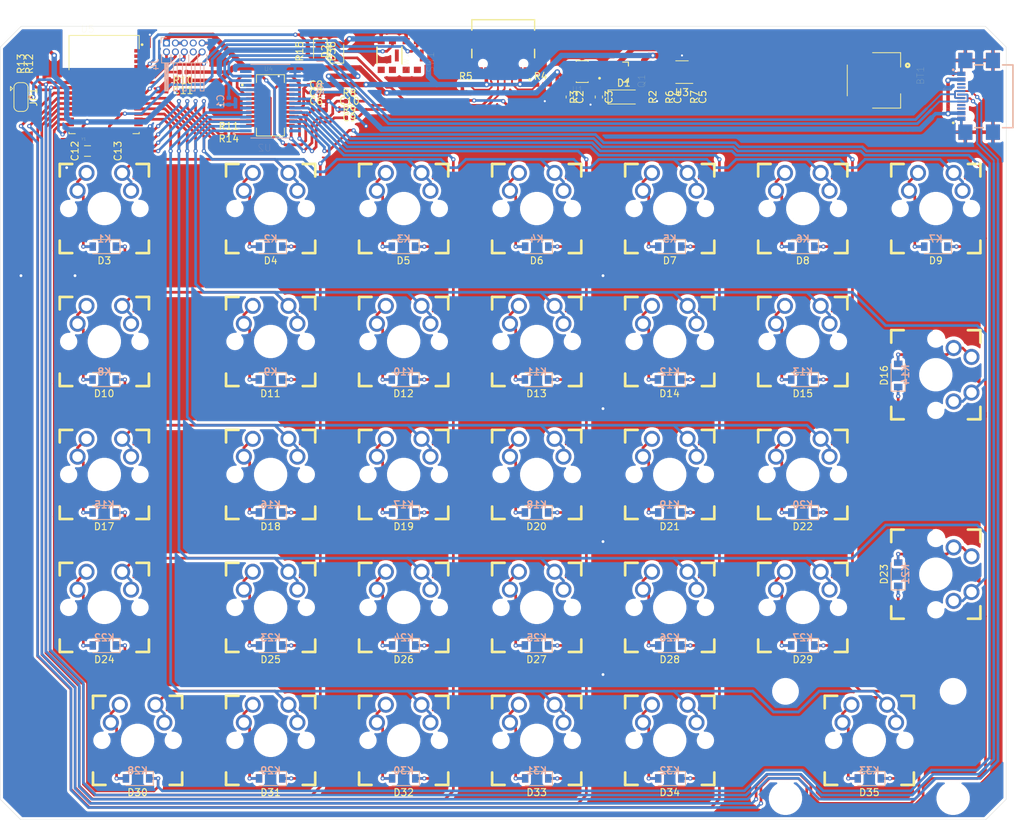
<source format=kicad_pcb>
(kicad_pcb (version 20171130) (host pcbnew "(5.1.6)-1")
  (layers (0 F.Cu signal) (31 B.Cu signal) (34 B.Paste user) (35 F.Paste user) (36 B.SilkS user hide) (37 F.SilkS user) (38 B.Mask user) (39 F.Mask user) (44 Edge.Cuts user))
  (net 0 "")
  (net 1 GND)
  (net 2 +BATT)
  (net 3 +3V3)
  (net 4 "Net-(C3-Pad1)")
  (net 5 VBUS)
  (net 6 "Net-(C6-Pad1)")
  (net 7 /main_usb_dn)
  (net 8 /main_usb_dp)
  (net 9 "Net-(C12-Pad1)")
  (net 10 "Net-(C13-Pad1)")
  (net 11 "Net-(D2-Pad1)")
  (net 12 "Net-(D3-Pad2)")
  (net 13 /col0)
  (net 14 /col1)
  (net 15 "Net-(D4-Pad2)")
  (net 16 "Net-(D5-Pad2)")
  (net 17 /col2)
  (net 18 /col3)
  (net 19 "Net-(D6-Pad2)")
  (net 20 /col4)
  (net 21 "Net-(D7-Pad2)")
  (net 22 "Net-(D8-Pad2)")
  (net 23 /col5)
  (net 24 /col6)
  (net 25 "Net-(D9-Pad2)")
  (net 26 "Net-(D10-Pad2)")
  (net 27 "Net-(D11-Pad2)")
  (net 28 "Net-(D12-Pad2)")
  (net 29 "Net-(D13-Pad2)")
  (net 30 "Net-(D14-Pad2)")
  (net 31 "Net-(D15-Pad2)")
  (net 32 "Net-(D16-Pad2)")
  (net 33 "Net-(D17-Pad2)")
  (net 34 "Net-(D18-Pad2)")
  (net 35 "Net-(D19-Pad2)")
  (net 36 "Net-(D20-Pad2)")
  (net 37 "Net-(D21-Pad2)")
  (net 38 "Net-(D22-Pad2)")
  (net 39 "Net-(D23-Pad2)")
  (net 40 "Net-(D24-Pad2)")
  (net 41 "Net-(D25-Pad2)")
  (net 42 "Net-(D26-Pad2)")
  (net 43 "Net-(D27-Pad2)")
  (net 44 "Net-(D28-Pad2)")
  (net 45 "Net-(D29-Pad2)")
  (net 46 "Net-(D30-Pad2)")
  (net 47 "Net-(D31-Pad2)")
  (net 48 "Net-(D32-Pad2)")
  (net 49 "Net-(D33-Pad2)")
  (net 50 "Net-(D34-Pad2)")
  (net 51 "Net-(D35-Pad2)")
  (net 52 "Net-(D36-Pad2)")
  (net 53 /scl_left)
  (net 54 /sda_left)
  (net 55 "Net-(J1-PadA8)")
  (net 56 "Net-(J1-PadA5)")
  (net 57 "Net-(J1-PadB5)")
  (net 58 "Net-(J1-PadB8)")
  (net 59 "Net-(J2-PadB8)")
  (net 60 "Net-(J2-PadB5)")
  (net 61 "Net-(J2-PadA5)")
  (net 62 "Net-(J2-PadA8)")
  (net 63 /scl_right)
  (net 64 /sda_right)
  (net 65 "Net-(J3-PadB8)")
  (net 66 "Net-(J3-PadB5)")
  (net 67 "Net-(J3-PadA5)")
  (net 68 "Net-(J3-PadA8)")
  (net 69 /swdio)
  (net 70 /swdclk)
  (net 71 /swo)
  (net 72 "Net-(J4-Pad7)")
  (net 73 "Net-(J4-Pad8)")
  (net 74 /reset)
  (net 75 "Net-(JP1-Pad2)")
  (net 76 /row0)
  (net 77 /row1)
  (net 78 /row2)
  (net 79 /row3)
  (net 80 /row4)
  (net 81 "Net-(R1-Pad2)")
  (net 82 "Net-(R3-Pad2)")
  (net 83 "Net-(R6-Pad2)")
  (net 84 "Net-(R7-Pad1)")
  (net 85 "Net-(R8-Pad1)")
  (net 86 "Net-(R9-Pad1)")
  (net 87 "Net-(R11-Pad1)")
  (net 88 /uart_tx)
  (net 89 "Net-(R14-Pad1)")
  (net 90 /uart_rx)
  (net 91 /led1)
  (net 92 /btn2)
  (net 93 "Net-(U2-Pad6)")
  (net 94 "Net-(U2-Pad7)")
  (net 95 "Net-(U2-Pad8)")
  (net 96 "Net-(U2-Pad19)")
  (net 97 "Net-(U2-Pad20)")
  (net 98 "Net-(U2-Pad28)")
  (net 99 "Net-(U4-Pad1)")
  (net 100 /uart_cts)
  (net 101 "Net-(U4-Pad5)")
  (net 102 "Net-(U4-Pad7)")
  (net 103 "Net-(U4-Pad8)")
  (net 104 /uart_rts)
  (net 105 "Net-(U4-Pad10)")
  (net 106 "Net-(U4-Pad17)")
  (net 107 "Net-(U4-Pad18)")
  (net 108 "Net-(U4-Pad19)")
  (net 109 "Net-(U5-Pad2)")
  (net 110 "Net-(U5-Pad3)")
  (net 111 "Net-(U5-Pad15)")
  (net 112 "Net-(U5-Pad38)")
  (net 113 "Net-(U5-Pad23)")
  (net 114 "Net-(U5-Pad22)")
  (net 115 "Net-(U5-Pad8)")
  (module snap-eda:SW_KMR221GLFS (layer F.Cu) (at 161.061536 156.91657 270)
    (fp_text reference SW2 (at 0.926025 -2.687985 90) (layer F.SilkS) (effects (font (size 1.00111 1.00111) (thickness 0.015))))
    (fp_text value BTN2)
    (pad 5 smd rect (at 0 -1.425 270) (size 1.7 0.55) (layers F.Cu F.Paste F.Mask))
    (pad 4 smd rect (at 2.05 -0.8 270) (size 0.9 1) (layers F.Cu F.Paste F.Mask))
    (pad 3 smd rect (at 2.05 0.8 270) (size 0.9 1) (layers F.Cu F.Paste F.Mask))
    (pad 2 smd rect (at -2.05 0.8 270) (size 0.9 1) (layers F.Cu F.Paste F.Mask) (net 1 GND))
    (pad 1 smd rect (at -2.05 -0.8 270) (size 0.9 1) (layers F.Cu F.Paste F.Mask) (net 92 /btn2))
  )
  (module snap-eda:SOP65P780X200-28N (layer B.Cu) (at 144.481672 163.430088)
    (fp_text reference U2 (at -0.83083 6.64375) (layer B.SilkS) (effects (font (thickness 0.015)) (justify mirror)))
    (fp_text value MCP23017T-E_SS)
    (pad 28 smd rect (at 3.505 4.225) (size 1.651 0.4318) (layers B.Cu B.Paste B.Mask) (net 98 "Net-(U2-Pad28)"))
    (pad 27 smd rect (at 3.505 3.575) (size 1.651 0.4318) (layers B.Cu B.Paste B.Mask) (net 13 /col0))
    (pad 26 smd rect (at 3.505 2.925) (size 1.651 0.4318) (layers B.Cu B.Paste B.Mask) (net 14 /col1))
    (pad 25 smd rect (at 3.505 2.275) (size 1.651 0.4318) (layers B.Cu B.Paste B.Mask) (net 17 /col2))
    (pad 24 smd rect (at 3.505 1.625) (size 1.651 0.4318) (layers B.Cu B.Paste B.Mask) (net 18 /col3))
    (pad 23 smd rect (at 3.505 0.975) (size 1.651 0.4318) (layers B.Cu B.Paste B.Mask) (net 20 /col4))
    (pad 22 smd rect (at 3.505 0.325) (size 1.651 0.4318) (layers B.Cu B.Paste B.Mask) (net 23 /col5))
    (pad 21 smd rect (at 3.505 -0.325) (size 1.651 0.4318) (layers B.Cu B.Paste B.Mask) (net 24 /col6))
    (pad 20 smd rect (at 3.505 -0.975) (size 1.651 0.4318) (layers B.Cu B.Paste B.Mask) (net 97 "Net-(U2-Pad20)"))
    (pad 19 smd rect (at 3.505 -1.625) (size 1.651 0.4318) (layers B.Cu B.Paste B.Mask) (net 96 "Net-(U2-Pad19)"))
    (pad 18 smd rect (at 3.505 -2.275) (size 1.651 0.4318) (layers B.Cu B.Paste B.Mask) (net 81 "Net-(R1-Pad2)"))
    (pad 17 smd rect (at 3.505 -2.925) (size 1.651 0.4318) (layers B.Cu B.Paste B.Mask) (net 1 GND))
    (pad 16 smd rect (at 3.505 -3.575) (size 1.651 0.4318) (layers B.Cu B.Paste B.Mask) (net 1 GND))
    (pad 15 smd rect (at 3.505 -4.225) (size 1.651 0.4318) (layers B.Cu B.Paste B.Mask) (net 1 GND))
    (pad 14 smd rect (at -3.505 -4.225) (size 1.651 0.4318) (layers B.Cu B.Paste B.Mask))
    (pad 13 smd rect (at -3.505 -3.575) (size 1.651 0.4318) (layers B.Cu B.Paste B.Mask) (net 54 /sda_left))
    (pad 12 smd rect (at -3.505 -2.925) (size 1.651 0.4318) (layers B.Cu B.Paste B.Mask) (net 53 /scl_left))
    (pad 11 smd rect (at -3.505 -2.275) (size 1.651 0.4318) (layers B.Cu B.Paste B.Mask))
    (pad 10 smd rect (at -3.505 -1.625) (size 1.651 0.4318) (layers B.Cu B.Paste B.Mask) (net 1 GND))
    (pad 9 smd rect (at -3.505 -0.975) (size 1.651 0.4318) (layers B.Cu B.Paste B.Mask) (net 3 +3V3))
    (pad 8 smd rect (at -3.505 -0.325) (size 1.651 0.4318) (layers B.Cu B.Paste B.Mask) (net 95 "Net-(U2-Pad8)"))
    (pad 7 smd rect (at -3.505 0.325) (size 1.651 0.4318) (layers B.Cu B.Paste B.Mask) (net 94 "Net-(U2-Pad7)"))
    (pad 6 smd rect (at -3.505 0.975) (size 1.651 0.4318) (layers B.Cu B.Paste B.Mask) (net 93 "Net-(U2-Pad6)"))
    (pad 5 smd rect (at -3.505 1.625) (size 1.651 0.4318) (layers B.Cu B.Paste B.Mask) (net 80 /row4))
    (pad 4 smd rect (at -3.505 2.275) (size 1.651 0.4318) (layers B.Cu B.Paste B.Mask) (net 79 /row3))
    (pad 3 smd rect (at -3.505 2.925) (size 1.651 0.4318) (layers B.Cu B.Paste B.Mask) (net 78 /row2))
    (pad 2 smd rect (at -3.505 3.575) (size 1.651 0.4318) (layers B.Cu B.Paste B.Mask) (net 77 /row1))
    (pad 1 smd rect (at -3.505 4.225) (size 1.651 0.4318) (layers B.Cu B.Paste B.Mask) (net 76 /row0))
  )
  (module Resistor_SMD:R_0402_1005Metric (layer F.Cu) (at 132.046774 159.285122 180)
    (fp_text reference R10 (at 0 -1.17) (layer F.SilkS))
    (fp_text value 10k)
    (pad 2 smd roundrect (at 0.485 0 180) (size 0.59 0.64) (layers F.Cu F.Paste F.Mask) (net 74 /reset))
    (pad 1 smd roundrect (at -0.485 0 180) (size 0.59 0.64) (layers F.Cu F.Paste F.Mask) (net 3 +3V3))
  )
  (module Resistor_SMD:R_0402_1005Metric (layer F.Cu) (at 138.560292 168.167192)
    (fp_text reference R11 (at 0 -1.17) (layer F.SilkS))
    (fp_text value 1k)
    (pad 2 smd roundrect (at 0.485 0) (size 0.59 0.64) (layers F.Cu F.Paste F.Mask) (net 88 /uart_tx))
    (pad 1 smd roundrect (at -0.485 0) (size 0.59 0.64) (layers F.Cu F.Paste F.Mask) (net 87 "Net-(R11-Pad1)"))
  )
  (module Resistor_SMD:R_0402_1005Metric (layer F.Cu) (at 138.560292 169.943606)
    (fp_text reference R14 (at 0 -1.17) (layer F.SilkS))
    (fp_text value 1k)
    (pad 2 smd roundrect (at 0.485 0) (size 0.59 0.64) (layers F.Cu F.Paste F.Mask) (net 90 /uart_rx))
    (pad 1 smd roundrect (at -0.485 0) (size 0.59 0.64) (layers F.Cu F.Paste F.Mask) (net 89 "Net-(R14-Pad1)"))
  )
  (module Capacitor_SMD:C_0402_1005Metric (layer B.Cu) (at 138.560292 163.430088 270)
    (fp_text reference C1 (at 0 1.17 90) (layer B.SilkS) (effects (justify mirror)))
    (fp_text value 0.1uF)
    (pad 2 smd roundrect (at 0.485 0 270) (size 0.59 0.64) (layers B.Cu B.Paste B.Mask) (net 1 GND))
    (pad 1 smd roundrect (at -0.485 0 270) (size 0.59 0.64) (layers B.Cu B.Paste B.Mask) (net 3 +3V3))
  )
  (module keebs:Mx_Alps_150 (layer F.Cu) (at 239.255302 202.417368 270)
    (fp_text reference K14 (at 0 4.318 90) (layer B.SilkS) (effects (font (thickness 0.2)) (justify mirror)))
    (fp_text value KEYSW hide)
    (pad 1 thru_hole circle (at -2.54 -5.08 270) (size 2.286 2.286) (drill 1.4986) (layers *.Cu *.Mask) (net 32 "Net-(D16-Pad2)"))
    (pad 1 thru_hole circle (at -3.81 -2.54 270) (size 2.286 2.286) (drill 1.4986) (layers *.Cu *.Mask) (net 32 "Net-(D16-Pad2)"))
    (pad 2 thru_hole circle (at 2.54 -5.08 270) (size 2.286 2.286) (drill 1.4986) (layers *.Cu *.Mask) (net 77 /row1))
    (pad 2 thru_hole circle (at 3.81 -2.54 270) (size 2.286 2.286) (drill 1.4986) (layers *.Cu *.Mask) (net 77 /row1))
    (pad HOLE np_thru_hole circle (at 5.08 0 270) (size 1.7018 1.7018) (drill 1.7018) (layers *.Cu))
    (pad HOLE np_thru_hole circle (at -5.08 0 270) (size 1.7018 1.7018) (drill 1.7018) (layers *.Cu))
    (pad HOLE np_thru_hole circle (at 0 0 270) (size 3.9878 3.9878) (drill 3.9878) (layers *.Cu))
  )
  (module keebs:D_SOD-123_mirrored (layer F.Cu) (at 229.781102 259.948582 180)
    (fp_text reference D35 (at 0 -2) (layer F.SilkS))
    (fp_text value 1N4148W)
    (pad 2 smd rect (at 1.65 0 180) (size 0.9 1.2) (layers B.Cu B.Paste B.Mask) (net 51 "Net-(D35-Pad2)"))
    (pad 1 smd rect (at -1.65 0 180) (size 0.9 1.2) (layers B.Cu B.Paste B.Mask) (net 23 /col5))
    (pad 2 smd rect (at 1.65 0 180) (size 0.9 1.2) (layers F.Cu F.Paste F.Mask) (net 51 "Net-(D35-Pad2)"))
    (pad 1 smd rect (at -1.65 0 180) (size 0.9 1.2) (layers F.Cu F.Paste F.Mask) (net 23 /col5))
  )
  (module keebs:D_SOD-123_mirrored (layer F.Cu) (at 201.358502 259.948582 180)
    (fp_text reference D34 (at 0 -2) (layer F.SilkS))
    (fp_text value 1N4148W)
    (pad 2 smd rect (at 1.65 0 180) (size 0.9 1.2) (layers B.Cu B.Paste B.Mask) (net 50 "Net-(D34-Pad2)"))
    (pad 1 smd rect (at -1.65 0 180) (size 0.9 1.2) (layers B.Cu B.Paste B.Mask) (net 20 /col4))
    (pad 2 smd rect (at 1.65 0 180) (size 0.9 1.2) (layers F.Cu F.Paste F.Mask) (net 50 "Net-(D34-Pad2)"))
    (pad 1 smd rect (at -1.65 0 180) (size 0.9 1.2) (layers F.Cu F.Paste F.Mask) (net 20 /col4))
  )
  (module keebs:D_SOD-123_mirrored (layer F.Cu) (at 182.410102 259.948582 180)
    (fp_text reference D33 (at 0 -2) (layer F.SilkS))
    (fp_text value 1N4148W)
    (pad 2 smd rect (at 1.65 0 180) (size 0.9 1.2) (layers B.Cu B.Paste B.Mask) (net 49 "Net-(D33-Pad2)"))
    (pad 1 smd rect (at -1.65 0 180) (size 0.9 1.2) (layers B.Cu B.Paste B.Mask) (net 18 /col3))
    (pad 2 smd rect (at 1.65 0 180) (size 0.9 1.2) (layers F.Cu F.Paste F.Mask) (net 49 "Net-(D33-Pad2)"))
    (pad 1 smd rect (at -1.65 0 180) (size 0.9 1.2) (layers F.Cu F.Paste F.Mask) (net 18 /col3))
  )
  (module keebs:D_SOD-123_mirrored (layer F.Cu) (at 163.461702 259.948582 180)
    (fp_text reference D32 (at 0 -2) (layer F.SilkS))
    (fp_text value 1N4148W)
    (pad 2 smd rect (at 1.65 0 180) (size 0.9 1.2) (layers B.Cu B.Paste B.Mask) (net 48 "Net-(D32-Pad2)"))
    (pad 1 smd rect (at -1.65 0 180) (size 0.9 1.2) (layers B.Cu B.Paste B.Mask) (net 17 /col2))
    (pad 2 smd rect (at 1.65 0 180) (size 0.9 1.2) (layers F.Cu F.Paste F.Mask) (net 48 "Net-(D32-Pad2)"))
    (pad 1 smd rect (at -1.65 0 180) (size 0.9 1.2) (layers F.Cu F.Paste F.Mask) (net 17 /col2))
  )
  (module keebs:D_SOD-123_mirrored (layer F.Cu) (at 144.513302 259.948582 180)
    (fp_text reference D31 (at 0 -2) (layer F.SilkS))
    (fp_text value 1N4148W)
    (pad 2 smd rect (at 1.65 0 180) (size 0.9 1.2) (layers B.Cu B.Paste B.Mask) (net 47 "Net-(D31-Pad2)"))
    (pad 1 smd rect (at -1.65 0 180) (size 0.9 1.2) (layers B.Cu B.Paste B.Mask) (net 14 /col1))
    (pad 2 smd rect (at 1.65 0 180) (size 0.9 1.2) (layers F.Cu F.Paste F.Mask) (net 47 "Net-(D31-Pad2)"))
    (pad 1 smd rect (at -1.65 0 180) (size 0.9 1.2) (layers F.Cu F.Paste F.Mask) (net 14 /col1))
  )
  (module keebs:D_SOD-123_mirrored (layer F.Cu) (at 125.558552 259.948582 180)
    (fp_text reference D30 (at 0 -2) (layer F.SilkS))
    (fp_text value 1N4148W)
    (pad 2 smd rect (at 1.65 0 180) (size 0.9 1.2) (layers B.Cu B.Paste B.Mask) (net 46 "Net-(D30-Pad2)"))
    (pad 1 smd rect (at -1.65 0 180) (size 0.9 1.2) (layers B.Cu B.Paste B.Mask) (net 13 /col0))
    (pad 2 smd rect (at 1.65 0 180) (size 0.9 1.2) (layers F.Cu F.Paste F.Mask) (net 46 "Net-(D30-Pad2)"))
    (pad 1 smd rect (at -1.65 0 180) (size 0.9 1.2) (layers F.Cu F.Paste F.Mask) (net 13 /col0))
  )
  (module keebs:D_SOD-123_mirrored (layer F.Cu) (at 220.306902 241.000166 180)
    (fp_text reference D29 (at 0 -2) (layer F.SilkS))
    (fp_text value 1N4148W)
    (pad 2 smd rect (at 1.65 0 180) (size 0.9 1.2) (layers B.Cu B.Paste B.Mask) (net 45 "Net-(D29-Pad2)"))
    (pad 1 smd rect (at -1.65 0 180) (size 0.9 1.2) (layers B.Cu B.Paste B.Mask) (net 23 /col5))
    (pad 2 smd rect (at 1.65 0 180) (size 0.9 1.2) (layers F.Cu F.Paste F.Mask) (net 45 "Net-(D29-Pad2)"))
    (pad 1 smd rect (at -1.65 0 180) (size 0.9 1.2) (layers F.Cu F.Paste F.Mask) (net 23 /col5))
  )
  (module keebs:D_SOD-123_mirrored (layer F.Cu) (at 201.358502 241.000166 180)
    (fp_text reference D28 (at 0 -2) (layer F.SilkS))
    (fp_text value 1N4148W)
    (pad 2 smd rect (at 1.65 0 180) (size 0.9 1.2) (layers B.Cu B.Paste B.Mask) (net 44 "Net-(D28-Pad2)"))
    (pad 1 smd rect (at -1.65 0 180) (size 0.9 1.2) (layers B.Cu B.Paste B.Mask) (net 20 /col4))
    (pad 2 smd rect (at 1.65 0 180) (size 0.9 1.2) (layers F.Cu F.Paste F.Mask) (net 44 "Net-(D28-Pad2)"))
    (pad 1 smd rect (at -1.65 0 180) (size 0.9 1.2) (layers F.Cu F.Paste F.Mask) (net 20 /col4))
  )
  (module keebs:D_SOD-123_mirrored (layer F.Cu) (at 182.378504 241.000166 180)
    (fp_text reference D27 (at 0 -2) (layer F.SilkS))
    (fp_text value 1N4148W)
    (pad 2 smd rect (at 1.65 0 180) (size 0.9 1.2) (layers B.Cu B.Paste B.Mask) (net 43 "Net-(D27-Pad2)"))
    (pad 1 smd rect (at -1.65 0 180) (size 0.9 1.2) (layers B.Cu B.Paste B.Mask) (net 18 /col3))
    (pad 2 smd rect (at 1.65 0 180) (size 0.9 1.2) (layers F.Cu F.Paste F.Mask) (net 43 "Net-(D27-Pad2)"))
    (pad 1 smd rect (at -1.65 0 180) (size 0.9 1.2) (layers F.Cu F.Paste F.Mask) (net 18 /col3))
  )
  (module keebs:D_SOD-123_mirrored (layer F.Cu) (at 163.461702 241.000166 180)
    (fp_text reference D26 (at 0 -2) (layer F.SilkS))
    (fp_text value 1N4148W)
    (pad 2 smd rect (at 1.65 0 180) (size 0.9 1.2) (layers B.Cu B.Paste B.Mask) (net 42 "Net-(D26-Pad2)"))
    (pad 1 smd rect (at -1.65 0 180) (size 0.9 1.2) (layers B.Cu B.Paste B.Mask) (net 17 /col2))
    (pad 2 smd rect (at 1.65 0 180) (size 0.9 1.2) (layers F.Cu F.Paste F.Mask) (net 42 "Net-(D26-Pad2)"))
    (pad 1 smd rect (at -1.65 0 180) (size 0.9 1.2) (layers F.Cu F.Paste F.Mask) (net 17 /col2))
  )
  (module keebs:D_SOD-123_mirrored (layer F.Cu) (at 144.513302 241.000166 180)
    (fp_text reference D25 (at 0 -2) (layer F.SilkS))
    (fp_text value 1N4148W)
    (pad 2 smd rect (at 1.65 0 180) (size 0.9 1.2) (layers B.Cu B.Paste B.Mask) (net 41 "Net-(D25-Pad2)"))
    (pad 1 smd rect (at -1.65 0 180) (size 0.9 1.2) (layers B.Cu B.Paste B.Mask) (net 14 /col1))
    (pad 2 smd rect (at 1.65 0 180) (size 0.9 1.2) (layers F.Cu F.Paste F.Mask) (net 41 "Net-(D25-Pad2)"))
    (pad 1 smd rect (at -1.65 0 180) (size 0.9 1.2) (layers F.Cu F.Paste F.Mask) (net 14 /col1))
  )
  (module keebs:D_SOD-123_mirrored (layer F.Cu) (at 120.827802 241.000166 180)
    (fp_text reference D24 (at 0 -2) (layer F.SilkS))
    (fp_text value 1N4148W)
    (pad 2 smd rect (at 1.65 0 180) (size 0.9 1.2) (layers B.Cu B.Paste B.Mask) (net 40 "Net-(D24-Pad2)"))
    (pad 1 smd rect (at -1.65 0 180) (size 0.9 1.2) (layers B.Cu B.Paste B.Mask) (net 13 /col0))
    (pad 2 smd rect (at 1.65 0 180) (size 0.9 1.2) (layers F.Cu F.Paste F.Mask) (net 40 "Net-(D24-Pad2)"))
    (pad 1 smd rect (at -1.65 0 180) (size 0.9 1.2) (layers F.Cu F.Paste F.Mask) (net 13 /col0))
  )
  (module keebs:D_SOD-123_mirrored (layer F.Cu) (at 233.89451 230.839968 90)
    (fp_text reference D23 (at 0 -2 90) (layer F.SilkS))
    (fp_text value 1N4148W)
    (pad 2 smd rect (at 1.65 0 90) (size 0.9 1.2) (layers B.Cu B.Paste B.Mask) (net 39 "Net-(D23-Pad2)"))
    (pad 1 smd rect (at -1.65 0 90) (size 0.9 1.2) (layers B.Cu B.Paste B.Mask) (net 24 /col6))
    (pad 2 smd rect (at 1.65 0 90) (size 0.9 1.2) (layers F.Cu F.Paste F.Mask) (net 39 "Net-(D23-Pad2)"))
    (pad 1 smd rect (at -1.65 0 90) (size 0.9 1.2) (layers F.Cu F.Paste F.Mask) (net 24 /col6))
  )
  (module keebs:D_SOD-123_mirrored (layer F.Cu) (at 220.306902 222.05175 180)
    (fp_text reference D22 (at 0 -2) (layer F.SilkS))
    (fp_text value 1N4148W)
    (pad 2 smd rect (at 1.65 0 180) (size 0.9 1.2) (layers B.Cu B.Paste B.Mask) (net 38 "Net-(D22-Pad2)"))
    (pad 1 smd rect (at -1.65 0 180) (size 0.9 1.2) (layers B.Cu B.Paste B.Mask) (net 23 /col5))
    (pad 2 smd rect (at 1.65 0 180) (size 0.9 1.2) (layers F.Cu F.Paste F.Mask) (net 38 "Net-(D22-Pad2)"))
    (pad 1 smd rect (at -1.65 0 180) (size 0.9 1.2) (layers F.Cu F.Paste F.Mask) (net 23 /col5))
  )
  (module keebs:D_SOD-123_mirrored (layer F.Cu) (at 201.358502 222.05175 180)
    (fp_text reference D21 (at 0 -2) (layer F.SilkS))
    (fp_text value 1N4148W)
    (pad 2 smd rect (at 1.65 0 180) (size 0.9 1.2) (layers B.Cu B.Paste B.Mask) (net 37 "Net-(D21-Pad2)"))
    (pad 1 smd rect (at -1.65 0 180) (size 0.9 1.2) (layers B.Cu B.Paste B.Mask) (net 20 /col4))
    (pad 2 smd rect (at 1.65 0 180) (size 0.9 1.2) (layers F.Cu F.Paste F.Mask) (net 37 "Net-(D21-Pad2)"))
    (pad 1 smd rect (at -1.65 0 180) (size 0.9 1.2) (layers F.Cu F.Paste F.Mask) (net 20 /col4))
  )
  (module keebs:D_SOD-123_mirrored (layer F.Cu) (at 182.378504 222.05175 180)
    (fp_text reference D20 (at 0 -2) (layer F.SilkS))
    (fp_text value 1N4148W)
    (pad 2 smd rect (at 1.65 0 180) (size 0.9 1.2) (layers B.Cu B.Paste B.Mask) (net 36 "Net-(D20-Pad2)"))
    (pad 1 smd rect (at -1.65 0 180) (size 0.9 1.2) (layers B.Cu B.Paste B.Mask) (net 18 /col3))
    (pad 2 smd rect (at 1.65 0 180) (size 0.9 1.2) (layers F.Cu F.Paste F.Mask) (net 36 "Net-(D20-Pad2)"))
    (pad 1 smd rect (at -1.65 0 180) (size 0.9 1.2) (layers F.Cu F.Paste F.Mask) (net 18 /col3))
  )
  (module keebs:D_SOD-123_mirrored (layer F.Cu) (at 163.461702 222.05175 180)
    (fp_text reference D19 (at 0 -2) (layer F.SilkS))
    (fp_text value 1N4148W)
    (pad 2 smd rect (at 1.65 0 180) (size 0.9 1.2) (layers B.Cu B.Paste B.Mask) (net 35 "Net-(D19-Pad2)"))
    (pad 1 smd rect (at -1.65 0 180) (size 0.9 1.2) (layers B.Cu B.Paste B.Mask) (net 17 /col2))
    (pad 2 smd rect (at 1.65 0 180) (size 0.9 1.2) (layers F.Cu F.Paste F.Mask) (net 35 "Net-(D19-Pad2)"))
    (pad 1 smd rect (at -1.65 0 180) (size 0.9 1.2) (layers F.Cu F.Paste F.Mask) (net 17 /col2))
  )
  (module keebs:D_SOD-123_mirrored (layer F.Cu) (at 144.503553 222.05175 180)
    (fp_text reference D18 (at 0 -2) (layer F.SilkS))
    (fp_text value 1N4148W)
    (pad 2 smd rect (at 1.65 0 180) (size 0.9 1.2) (layers B.Cu B.Paste B.Mask) (net 34 "Net-(D18-Pad2)"))
    (pad 1 smd rect (at -1.65 0 180) (size 0.9 1.2) (layers B.Cu B.Paste B.Mask) (net 14 /col1))
    (pad 2 smd rect (at 1.65 0 180) (size 0.9 1.2) (layers F.Cu F.Paste F.Mask) (net 34 "Net-(D18-Pad2)"))
    (pad 1 smd rect (at -1.65 0 180) (size 0.9 1.2) (layers F.Cu F.Paste F.Mask) (net 14 /col1))
  )
  (module keebs:D_SOD-123_mirrored (layer F.Cu) (at 120.796152 222.05175 180)
    (fp_text reference D17 (at 0 -2) (layer F.SilkS))
    (fp_text value 1N4148W)
    (pad 2 smd rect (at 1.65 0 180) (size 0.9 1.2) (layers B.Cu B.Paste B.Mask) (net 33 "Net-(D17-Pad2)"))
    (pad 1 smd rect (at -1.65 0 180) (size 0.9 1.2) (layers B.Cu B.Paste B.Mask) (net 13 /col0))
    (pad 2 smd rect (at 1.65 0 180) (size 0.9 1.2) (layers F.Cu F.Paste F.Mask) (net 33 "Net-(D17-Pad2)"))
    (pad 1 smd rect (at -1.65 0 180) (size 0.9 1.2) (layers F.Cu F.Paste F.Mask) (net 13 /col0))
  )
  (module keebs:D_SOD-123_mirrored (layer F.Cu) (at 233.89451 202.511196 90)
    (fp_text reference D16 (at 0 -2 90) (layer F.SilkS))
    (fp_text value 1N4148W)
    (pad 2 smd rect (at 1.65 0 90) (size 0.9 1.2) (layers B.Cu B.Paste B.Mask) (net 32 "Net-(D16-Pad2)"))
    (pad 1 smd rect (at -1.65 0 90) (size 0.9 1.2) (layers B.Cu B.Paste B.Mask) (net 24 /col6))
    (pad 2 smd rect (at 1.65 0 90) (size 0.9 1.2) (layers F.Cu F.Paste F.Mask) (net 32 "Net-(D16-Pad2)"))
    (pad 1 smd rect (at -1.65 0 90) (size 0.9 1.2) (layers F.Cu F.Paste F.Mask) (net 24 /col6))
  )
  (module keebs:D_SOD-123_mirrored (layer F.Cu) (at 220.306902 203.103334 180)
    (fp_text reference D15 (at 0 -2) (layer F.SilkS))
    (fp_text value 1N4148W)
    (pad 2 smd rect (at 1.65 0 180) (size 0.9 1.2) (layers B.Cu B.Paste B.Mask) (net 31 "Net-(D15-Pad2)"))
    (pad 1 smd rect (at -1.65 0 180) (size 0.9 1.2) (layers B.Cu B.Paste B.Mask) (net 23 /col5))
    (pad 2 smd rect (at 1.65 0 180) (size 0.9 1.2) (layers F.Cu F.Paste F.Mask) (net 31 "Net-(D15-Pad2)"))
    (pad 1 smd rect (at -1.65 0 180) (size 0.9 1.2) (layers F.Cu F.Paste F.Mask) (net 23 /col5))
  )
  (module keebs:D_SOD-123_mirrored (layer F.Cu) (at 201.32692 203.103334 180)
    (fp_text reference D14 (at 0 -2) (layer F.SilkS))
    (fp_text value 1N4148W)
    (pad 2 smd rect (at 1.65 0 180) (size 0.9 1.2) (layers B.Cu B.Paste B.Mask) (net 30 "Net-(D14-Pad2)"))
    (pad 1 smd rect (at -1.65 0 180) (size 0.9 1.2) (layers B.Cu B.Paste B.Mask) (net 20 /col4))
    (pad 2 smd rect (at 1.65 0 180) (size 0.9 1.2) (layers F.Cu F.Paste F.Mask) (net 30 "Net-(D14-Pad2)"))
    (pad 1 smd rect (at -1.65 0 180) (size 0.9 1.2) (layers F.Cu F.Paste F.Mask) (net 20 /col4))
  )
  (module keebs:D_SOD-123_mirrored (layer F.Cu) (at 182.378504 203.103334 180)
    (fp_text reference D13 (at 0 -2) (layer F.SilkS))
    (fp_text value 1N4148W)
    (pad 2 smd rect (at 1.65 0 180) (size 0.9 1.2) (layers B.Cu B.Paste B.Mask) (net 29 "Net-(D13-Pad2)"))
    (pad 1 smd rect (at -1.65 0 180) (size 0.9 1.2) (layers B.Cu B.Paste B.Mask) (net 18 /col3))
    (pad 2 smd rect (at 1.65 0 180) (size 0.9 1.2) (layers F.Cu F.Paste F.Mask) (net 29 "Net-(D13-Pad2)"))
    (pad 1 smd rect (at -1.65 0 180) (size 0.9 1.2) (layers F.Cu F.Paste F.Mask) (net 18 /col3))
  )
  (module keebs:D_SOD-123_mirrored (layer F.Cu) (at 163.430088 203.103334 180)
    (fp_text reference D12 (at 0 -2) (layer F.SilkS))
    (fp_text value 1N4148W)
    (pad 2 smd rect (at 1.65 0 180) (size 0.9 1.2) (layers B.Cu B.Paste B.Mask) (net 28 "Net-(D12-Pad2)"))
    (pad 1 smd rect (at -1.65 0 180) (size 0.9 1.2) (layers B.Cu B.Paste B.Mask) (net 17 /col2))
    (pad 2 smd rect (at 1.65 0 180) (size 0.9 1.2) (layers F.Cu F.Paste F.Mask) (net 28 "Net-(D12-Pad2)"))
    (pad 1 smd rect (at -1.65 0 180) (size 0.9 1.2) (layers F.Cu F.Paste F.Mask) (net 17 /col2))
  )
  (module keebs:D_SOD-123_mirrored (layer F.Cu) (at 144.481672 203.103334 180)
    (fp_text reference D11 (at 0 -2) (layer F.SilkS))
    (fp_text value 1N4148W)
    (pad 2 smd rect (at 1.65 0 180) (size 0.9 1.2) (layers B.Cu B.Paste B.Mask) (net 27 "Net-(D11-Pad2)"))
    (pad 1 smd rect (at -1.65 0 180) (size 0.9 1.2) (layers B.Cu B.Paste B.Mask) (net 14 /col1))
    (pad 2 smd rect (at 1.65 0 180) (size 0.9 1.2) (layers F.Cu F.Paste F.Mask) (net 27 "Net-(D11-Pad2)"))
    (pad 1 smd rect (at -1.65 0 180) (size 0.9 1.2) (layers F.Cu F.Paste F.Mask) (net 14 /col1))
  )
  (module keebs:D_SOD-123_mirrored (layer F.Cu) (at 120.796152 203.103334 180)
    (fp_text reference D10 (at 0 -2) (layer F.SilkS))
    (fp_text value 1N4148W)
    (pad 2 smd rect (at 1.65 0 180) (size 0.9 1.2) (layers B.Cu B.Paste B.Mask) (net 26 "Net-(D10-Pad2)"))
    (pad 1 smd rect (at -1.65 0 180) (size 0.9 1.2) (layers B.Cu B.Paste B.Mask) (net 13 /col0))
    (pad 2 smd rect (at 1.65 0 180) (size 0.9 1.2) (layers F.Cu F.Paste F.Mask) (net 26 "Net-(D10-Pad2)"))
    (pad 1 smd rect (at -1.65 0 180) (size 0.9 1.2) (layers F.Cu F.Paste F.Mask) (net 13 /col0))
  )
  (module keebs:D_SOD-123_mirrored (layer F.Cu) (at 239.255302 184.154918 180)
    (fp_text reference D9 (at 0 -2) (layer F.SilkS))
    (fp_text value 1N4148W)
    (pad 2 smd rect (at 1.65 0 180) (size 0.9 1.2) (layers B.Cu B.Paste B.Mask) (net 25 "Net-(D9-Pad2)"))
    (pad 1 smd rect (at -1.65 0 180) (size 0.9 1.2) (layers B.Cu B.Paste B.Mask) (net 24 /col6))
    (pad 2 smd rect (at 1.65 0 180) (size 0.9 1.2) (layers F.Cu F.Paste F.Mask) (net 25 "Net-(D9-Pad2)"))
    (pad 1 smd rect (at -1.65 0 180) (size 0.9 1.2) (layers F.Cu F.Paste F.Mask) (net 24 /col6))
  )
  (module keebs:D_SOD-123_mirrored (layer F.Cu) (at 220.306902 184.154918 180)
    (fp_text reference D8 (at 0 -2) (layer F.SilkS))
    (fp_text value 1N4148W)
    (pad 2 smd rect (at 1.65 0 180) (size 0.9 1.2) (layers B.Cu B.Paste B.Mask) (net 22 "Net-(D8-Pad2)"))
    (pad 1 smd rect (at -1.65 0 180) (size 0.9 1.2) (layers B.Cu B.Paste B.Mask) (net 23 /col5))
    (pad 2 smd rect (at 1.65 0 180) (size 0.9 1.2) (layers F.Cu F.Paste F.Mask) (net 22 "Net-(D8-Pad2)"))
    (pad 1 smd rect (at -1.65 0 180) (size 0.9 1.2) (layers F.Cu F.Paste F.Mask) (net 23 /col5))
  )
  (module keebs:D_SOD-123_mirrored (layer F.Cu) (at 201.358502 184.154918 180)
    (fp_text reference D7 (at 0 -2) (layer F.SilkS))
    (fp_text value 1N4148W)
    (pad 2 smd rect (at 1.65 0 180) (size 0.9 1.2) (layers B.Cu B.Paste B.Mask) (net 21 "Net-(D7-Pad2)"))
    (pad 1 smd rect (at -1.65 0 180) (size 0.9 1.2) (layers B.Cu B.Paste B.Mask) (net 20 /col4))
    (pad 2 smd rect (at 1.65 0 180) (size 0.9 1.2) (layers F.Cu F.Paste F.Mask) (net 21 "Net-(D7-Pad2)"))
    (pad 1 smd rect (at -1.65 0 180) (size 0.9 1.2) (layers F.Cu F.Paste F.Mask) (net 20 /col4))
  )
  (module keebs:D_SOD-123_mirrored (layer F.Cu) (at 182.410102 184.154918 180)
    (fp_text reference D6 (at 0 -2) (layer F.SilkS))
    (fp_text value 1N4148W)
    (pad 2 smd rect (at 1.65 0 180) (size 0.9 1.2) (layers B.Cu B.Paste B.Mask) (net 19 "Net-(D6-Pad2)"))
    (pad 1 smd rect (at -1.65 0 180) (size 0.9 1.2) (layers B.Cu B.Paste B.Mask) (net 18 /col3))
    (pad 2 smd rect (at 1.65 0 180) (size 0.9 1.2) (layers F.Cu F.Paste F.Mask) (net 19 "Net-(D6-Pad2)"))
    (pad 1 smd rect (at -1.65 0 180) (size 0.9 1.2) (layers F.Cu F.Paste F.Mask) (net 18 /col3))
  )
  (module keebs:D_SOD-123_mirrored (layer F.Cu) (at 163.430088 184.154918 180)
    (fp_text reference D5 (at 0 -2) (layer F.SilkS))
    (fp_text value 1N4148W)
    (pad 2 smd rect (at 1.65 0 180) (size 0.9 1.2) (layers B.Cu B.Paste B.Mask) (net 16 "Net-(D5-Pad2)"))
    (pad 1 smd rect (at -1.65 0 180) (size 0.9 1.2) (layers B.Cu B.Paste B.Mask) (net 17 /col2))
    (pad 2 smd rect (at 1.65 0 180) (size 0.9 1.2) (layers F.Cu F.Paste F.Mask) (net 16 "Net-(D5-Pad2)"))
    (pad 1 smd rect (at -1.65 0 180) (size 0.9 1.2) (layers F.Cu F.Paste F.Mask) (net 17 /col2))
  )
  (module keebs:D_SOD-123_mirrored (layer F.Cu) (at 144.513302 184.154918 180)
    (fp_text reference D4 (at 0 -2) (layer F.SilkS))
    (fp_text value 1N4148W)
    (pad 2 smd rect (at 1.65 0 180) (size 0.9 1.2) (layers B.Cu B.Paste B.Mask) (net 15 "Net-(D4-Pad2)"))
    (pad 1 smd rect (at -1.65 0 180) (size 0.9 1.2) (layers B.Cu B.Paste B.Mask) (net 14 /col1))
    (pad 2 smd rect (at 1.65 0 180) (size 0.9 1.2) (layers F.Cu F.Paste F.Mask) (net 15 "Net-(D4-Pad2)"))
    (pad 1 smd rect (at -1.65 0 180) (size 0.9 1.2) (layers F.Cu F.Paste F.Mask) (net 14 /col1))
  )
  (module keebs:D_SOD-123_mirrored (layer F.Cu) (at 120.827802 184.154918 180)
    (fp_text reference D3 (at 0 -2) (layer F.SilkS))
    (fp_text value 1N4148W)
    (pad 2 smd rect (at 1.65 0 180) (size 0.9 1.2) (layers B.Cu B.Paste B.Mask) (net 12 "Net-(D3-Pad2)"))
    (pad 1 smd rect (at -1.65 0 180) (size 0.9 1.2) (layers B.Cu B.Paste B.Mask) (net 13 /col0))
    (pad 2 smd rect (at 1.65 0 180) (size 0.9 1.2) (layers F.Cu F.Paste F.Mask) (net 12 "Net-(D3-Pad2)"))
    (pad 1 smd rect (at -1.65 0 180) (size 0.9 1.2) (layers F.Cu F.Paste F.Mask) (net 13 /col0))
  )
  (module keebs:Mx_Alps_150 (layer F.Cu) (at 120.827802 197.680268)
    (fp_text reference K8 (at 0 4.318) (layer B.SilkS) (effects (font (thickness 0.2)) (justify mirror)))
    (fp_text value KEYSW hide)
    (pad 1 thru_hole circle (at -2.54 -5.08) (size 2.286 2.286) (drill 1.4986) (layers *.Cu *.Mask) (net 26 "Net-(D10-Pad2)"))
    (pad 1 thru_hole circle (at -3.81 -2.54) (size 2.286 2.286) (drill 1.4986) (layers *.Cu *.Mask) (net 26 "Net-(D10-Pad2)"))
    (pad 2 thru_hole circle (at 2.54 -5.08) (size 2.286 2.286) (drill 1.4986) (layers *.Cu *.Mask) (net 77 /row1))
    (pad 2 thru_hole circle (at 3.81 -2.54) (size 2.286 2.286) (drill 1.4986) (layers *.Cu *.Mask) (net 77 /row1))
    (pad HOLE np_thru_hole circle (at 5.08 0) (size 1.7018 1.7018) (drill 1.7018) (layers *.Cu))
    (pad HOLE np_thru_hole circle (at -5.08 0) (size 1.7018 1.7018) (drill 1.7018) (layers *.Cu))
    (pad HOLE np_thru_hole circle (at 0 0) (size 3.9878 3.9878) (drill 3.9878) (layers *.Cu))
  )
  (module keebs:Mx_Alps_100 (layer F.Cu) (at 163.461702 178.731868)
    (fp_text reference K3 (at 0 4.318) (layer B.SilkS) (effects (font (thickness 0.2)) (justify mirror)))
    (fp_text value KEYSW hide)
    (pad 2 thru_hole circle (at 2.54 -5.08) (size 2.286 2.286) (drill 1.4986) (layers *.Cu *.Mask) (net 76 /row0))
    (pad 2 thru_hole circle (at 3.81 -2.54) (size 2.286 2.286) (drill 1.4986) (layers *.Cu *.Mask) (net 76 /row0))
    (pad 1 thru_hole circle (at -2.54 -5.08) (size 2.286 2.286) (drill 1.4986) (layers *.Cu *.Mask) (net 16 "Net-(D5-Pad2)"))
    (pad 1 thru_hole circle (at -3.81 -2.54) (size 2.286 2.286) (drill 1.4986) (layers *.Cu *.Mask) (net 16 "Net-(D5-Pad2)"))
    (pad HOLE np_thru_hole circle (at 5.08 0) (size 1.7018 1.7018) (drill 1.7018) (layers *.Cu))
    (pad HOLE np_thru_hole circle (at -5.08 0) (size 1.7018 1.7018) (drill 1.7018) (layers *.Cu))
    (pad HOLE np_thru_hole circle (at 0 0) (size 3.9878 3.9878) (drill 3.9878) (layers *.Cu))
  )
  (module keebs:Mx_Alps_100 (layer F.Cu) (at 220.306902 197.680268)
    (fp_text reference K13 (at 0 4.318) (layer B.SilkS) (effects (font (thickness 0.2)) (justify mirror)))
    (fp_text value KEYSW hide)
    (pad 2 thru_hole circle (at 2.54 -5.08) (size 2.286 2.286) (drill 1.4986) (layers *.Cu *.Mask) (net 77 /row1))
    (pad 2 thru_hole circle (at 3.81 -2.54) (size 2.286 2.286) (drill 1.4986) (layers *.Cu *.Mask) (net 77 /row1))
    (pad 1 thru_hole circle (at -2.54 -5.08) (size 2.286 2.286) (drill 1.4986) (layers *.Cu *.Mask) (net 31 "Net-(D15-Pad2)"))
    (pad 1 thru_hole circle (at -3.81 -2.54) (size 2.286 2.286) (drill 1.4986) (layers *.Cu *.Mask) (net 31 "Net-(D15-Pad2)"))
    (pad HOLE np_thru_hole circle (at 5.08 0) (size 1.7018 1.7018) (drill 1.7018) (layers *.Cu))
    (pad HOLE np_thru_hole circle (at -5.08 0) (size 1.7018 1.7018) (drill 1.7018) (layers *.Cu))
    (pad HOLE np_thru_hole circle (at 0 0) (size 3.9878 3.9878) (drill 3.9878) (layers *.Cu))
  )
  (module keebs:Mx_Alps_100 (layer F.Cu) (at 239.255302 178.731868)
    (fp_text reference K7 (at 0 4.318) (layer B.SilkS) (effects (font (thickness 0.2)) (justify mirror)))
    (fp_text value KEYSW hide)
    (pad 2 thru_hole circle (at 2.54 -5.08) (size 2.286 2.286) (drill 1.4986) (layers *.Cu *.Mask) (net 76 /row0))
    (pad 2 thru_hole circle (at 3.81 -2.54) (size 2.286 2.286) (drill 1.4986) (layers *.Cu *.Mask) (net 76 /row0))
    (pad 1 thru_hole circle (at -2.54 -5.08) (size 2.286 2.286) (drill 1.4986) (layers *.Cu *.Mask) (net 25 "Net-(D9-Pad2)"))
    (pad 1 thru_hole circle (at -3.81 -2.54) (size 2.286 2.286) (drill 1.4986) (layers *.Cu *.Mask) (net 25 "Net-(D9-Pad2)"))
    (pad HOLE np_thru_hole circle (at 5.08 0) (size 1.7018 1.7018) (drill 1.7018) (layers *.Cu))
    (pad HOLE np_thru_hole circle (at -5.08 0) (size 1.7018 1.7018) (drill 1.7018) (layers *.Cu))
    (pad HOLE np_thru_hole circle (at 0 0) (size 3.9878 3.9878) (drill 3.9878) (layers *.Cu))
  )
  (module keebs:Mx_Alps_100 (layer F.Cu) (at 201.358502 197.680268)
    (fp_text reference K12 (at 0 4.318) (layer B.SilkS) (effects (font (thickness 0.2)) (justify mirror)))
    (fp_text value KEYSW hide)
    (pad 2 thru_hole circle (at 2.54 -5.08) (size 2.286 2.286) (drill 1.4986) (layers *.Cu *.Mask) (net 77 /row1))
    (pad 2 thru_hole circle (at 3.81 -2.54) (size 2.286 2.286) (drill 1.4986) (layers *.Cu *.Mask) (net 77 /row1))
    (pad 1 thru_hole circle (at -2.54 -5.08) (size 2.286 2.286) (drill 1.4986) (layers *.Cu *.Mask) (net 30 "Net-(D14-Pad2)"))
    (pad 1 thru_hole circle (at -3.81 -2.54) (size 2.286 2.286) (drill 1.4986) (layers *.Cu *.Mask) (net 30 "Net-(D14-Pad2)"))
    (pad HOLE np_thru_hole circle (at 5.08 0) (size 1.7018 1.7018) (drill 1.7018) (layers *.Cu))
    (pad HOLE np_thru_hole circle (at -5.08 0) (size 1.7018 1.7018) (drill 1.7018) (layers *.Cu))
    (pad HOLE np_thru_hole circle (at 0 0) (size 3.9878 3.9878) (drill 3.9878) (layers *.Cu))
  )
  (module keebs:Mx_Alps_100 (layer F.Cu) (at 182.410102 178.731868)
    (fp_text reference K4 (at 0 4.318) (layer B.SilkS) (effects (font (thickness 0.2)) (justify mirror)))
    (fp_text value KEYSW hide)
    (pad 2 thru_hole circle (at 2.54 -5.08) (size 2.286 2.286) (drill 1.4986) (layers *.Cu *.Mask) (net 76 /row0))
    (pad 2 thru_hole circle (at 3.81 -2.54) (size 2.286 2.286) (drill 1.4986) (layers *.Cu *.Mask) (net 76 /row0))
    (pad 1 thru_hole circle (at -2.54 -5.08) (size 2.286 2.286) (drill 1.4986) (layers *.Cu *.Mask) (net 19 "Net-(D6-Pad2)"))
    (pad 1 thru_hole circle (at -3.81 -2.54) (size 2.286 2.286) (drill 1.4986) (layers *.Cu *.Mask) (net 19 "Net-(D6-Pad2)"))
    (pad HOLE np_thru_hole circle (at 5.08 0) (size 1.7018 1.7018) (drill 1.7018) (layers *.Cu))
    (pad HOLE np_thru_hole circle (at -5.08 0) (size 1.7018 1.7018) (drill 1.7018) (layers *.Cu))
    (pad HOLE np_thru_hole circle (at 0 0) (size 3.9878 3.9878) (drill 3.9878) (layers *.Cu))
  )
  (module keebs:Mx_Alps_100 (layer F.Cu) (at 144.513302 216.628668)
    (fp_text reference K16 (at 0 4.318) (layer B.SilkS) (effects (font (thickness 0.2)) (justify mirror)))
    (fp_text value KEYSW hide)
    (pad 2 thru_hole circle (at 2.54 -5.08) (size 2.286 2.286) (drill 1.4986) (layers *.Cu *.Mask) (net 78 /row2))
    (pad 2 thru_hole circle (at 3.81 -2.54) (size 2.286 2.286) (drill 1.4986) (layers *.Cu *.Mask) (net 78 /row2))
    (pad 1 thru_hole circle (at -2.54 -5.08) (size 2.286 2.286) (drill 1.4986) (layers *.Cu *.Mask) (net 34 "Net-(D18-Pad2)"))
    (pad 1 thru_hole circle (at -3.81 -2.54) (size 2.286 2.286) (drill 1.4986) (layers *.Cu *.Mask) (net 34 "Net-(D18-Pad2)"))
    (pad HOLE np_thru_hole circle (at 5.08 0) (size 1.7018 1.7018) (drill 1.7018) (layers *.Cu))
    (pad HOLE np_thru_hole circle (at -5.08 0) (size 1.7018 1.7018) (drill 1.7018) (layers *.Cu))
    (pad HOLE np_thru_hole circle (at 0 0) (size 3.9878 3.9878) (drill 3.9878) (layers *.Cu))
  )
  (module keebs:Mx_Alps_100 (layer F.Cu) (at 163.461702 216.628668)
    (fp_text reference K17 (at 0 4.318) (layer B.SilkS) (effects (font (thickness 0.2)) (justify mirror)))
    (fp_text value KEYSW hide)
    (pad 2 thru_hole circle (at 2.54 -5.08) (size 2.286 2.286) (drill 1.4986) (layers *.Cu *.Mask) (net 78 /row2))
    (pad 2 thru_hole circle (at 3.81 -2.54) (size 2.286 2.286) (drill 1.4986) (layers *.Cu *.Mask) (net 78 /row2))
    (pad 1 thru_hole circle (at -2.54 -5.08) (size 2.286 2.286) (drill 1.4986) (layers *.Cu *.Mask) (net 35 "Net-(D19-Pad2)"))
    (pad 1 thru_hole circle (at -3.81 -2.54) (size 2.286 2.286) (drill 1.4986) (layers *.Cu *.Mask) (net 35 "Net-(D19-Pad2)"))
    (pad HOLE np_thru_hole circle (at 5.08 0) (size 1.7018 1.7018) (drill 1.7018) (layers *.Cu))
    (pad HOLE np_thru_hole circle (at -5.08 0) (size 1.7018 1.7018) (drill 1.7018) (layers *.Cu))
    (pad HOLE np_thru_hole circle (at 0 0) (size 3.9878 3.9878) (drill 3.9878) (layers *.Cu))
  )
  (module keebs:Mx_Alps_100 (layer F.Cu) (at 220.306902 216.628668)
    (fp_text reference K20 (at 0 4.318) (layer B.SilkS) (effects (font (thickness 0.2)) (justify mirror)))
    (fp_text value KEYSW hide)
    (pad 2 thru_hole circle (at 2.54 -5.08) (size 2.286 2.286) (drill 1.4986) (layers *.Cu *.Mask) (net 78 /row2))
    (pad 2 thru_hole circle (at 3.81 -2.54) (size 2.286 2.286) (drill 1.4986) (layers *.Cu *.Mask) (net 78 /row2))
    (pad 1 thru_hole circle (at -2.54 -5.08) (size 2.286 2.286) (drill 1.4986) (layers *.Cu *.Mask) (net 38 "Net-(D22-Pad2)"))
    (pad 1 thru_hole circle (at -3.81 -2.54) (size 2.286 2.286) (drill 1.4986) (layers *.Cu *.Mask) (net 38 "Net-(D22-Pad2)"))
    (pad HOLE np_thru_hole circle (at 5.08 0) (size 1.7018 1.7018) (drill 1.7018) (layers *.Cu))
    (pad HOLE np_thru_hole circle (at -5.08 0) (size 1.7018 1.7018) (drill 1.7018) (layers *.Cu))
    (pad HOLE np_thru_hole circle (at 0 0) (size 3.9878 3.9878) (drill 3.9878) (layers *.Cu))
  )
  (module keebs:Mx_Alps_150 (layer F.Cu) (at 239.255302 230.839968 270)
    (fp_text reference K21 (at 0 4.318 90) (layer B.SilkS) (effects (font (thickness 0.2)) (justify mirror)))
    (fp_text value KEYSW hide)
    (pad 1 thru_hole circle (at -2.54 -5.08 270) (size 2.286 2.286) (drill 1.4986) (layers *.Cu *.Mask) (net 39 "Net-(D23-Pad2)"))
    (pad 1 thru_hole circle (at -3.81 -2.54 270) (size 2.286 2.286) (drill 1.4986) (layers *.Cu *.Mask) (net 39 "Net-(D23-Pad2)"))
    (pad 2 thru_hole circle (at 2.54 -5.08 270) (size 2.286 2.286) (drill 1.4986) (layers *.Cu *.Mask) (net 79 /row3))
    (pad 2 thru_hole circle (at 3.81 -2.54 270) (size 2.286 2.286) (drill 1.4986) (layers *.Cu *.Mask) (net 79 /row3))
    (pad HOLE np_thru_hole circle (at 5.08 0 270) (size 1.7018 1.7018) (drill 1.7018) (layers *.Cu))
    (pad HOLE np_thru_hole circle (at -5.08 0 270) (size 1.7018 1.7018) (drill 1.7018) (layers *.Cu))
    (pad HOLE np_thru_hole circle (at 0 0 270) (size 3.9878 3.9878) (drill 3.9878) (layers *.Cu))
  )
  (module keebs:Mx_Alps_150 (layer F.Cu) (at 120.827802 235.577068)
    (fp_text reference K22 (at 0 4.318) (layer B.SilkS) (effects (font (thickness 0.2)) (justify mirror)))
    (fp_text value KEYSW hide)
    (pad 1 thru_hole circle (at -2.54 -5.08) (size 2.286 2.286) (drill 1.4986) (layers *.Cu *.Mask) (net 40 "Net-(D24-Pad2)"))
    (pad 1 thru_hole circle (at -3.81 -2.54) (size 2.286 2.286) (drill 1.4986) (layers *.Cu *.Mask) (net 40 "Net-(D24-Pad2)"))
    (pad 2 thru_hole circle (at 2.54 -5.08) (size 2.286 2.286) (drill 1.4986) (layers *.Cu *.Mask) (net 79 /row3))
    (pad 2 thru_hole circle (at 3.81 -2.54) (size 2.286 2.286) (drill 1.4986) (layers *.Cu *.Mask) (net 79 /row3))
    (pad HOLE np_thru_hole circle (at 5.08 0) (size 1.7018 1.7018) (drill 1.7018) (layers *.Cu))
    (pad HOLE np_thru_hole circle (at -5.08 0) (size 1.7018 1.7018) (drill 1.7018) (layers *.Cu))
    (pad HOLE np_thru_hole circle (at 0 0) (size 3.9878 3.9878) (drill 3.9878) (layers *.Cu))
  )
  (module keebs:Mx_Alps_100 (layer F.Cu) (at 201.358502 178.731868)
    (fp_text reference K5 (at 0 4.318) (layer B.SilkS) (effects (font (thickness 0.2)) (justify mirror)))
    (fp_text value KEYSW hide)
    (pad 2 thru_hole circle (at 2.54 -5.08) (size 2.286 2.286) (drill 1.4986) (layers *.Cu *.Mask) (net 76 /row0))
    (pad 2 thru_hole circle (at 3.81 -2.54) (size 2.286 2.286) (drill 1.4986) (layers *.Cu *.Mask) (net 76 /row0))
    (pad 1 thru_hole circle (at -2.54 -5.08) (size 2.286 2.286) (drill 1.4986) (layers *.Cu *.Mask) (net 21 "Net-(D7-Pad2)"))
    (pad 1 thru_hole circle (at -3.81 -2.54) (size 2.286 2.286) (drill 1.4986) (layers *.Cu *.Mask) (net 21 "Net-(D7-Pad2)"))
    (pad HOLE np_thru_hole circle (at 5.08 0) (size 1.7018 1.7018) (drill 1.7018) (layers *.Cu))
    (pad HOLE np_thru_hole circle (at -5.08 0) (size 1.7018 1.7018) (drill 1.7018) (layers *.Cu))
    (pad HOLE np_thru_hole circle (at 0 0) (size 3.9878 3.9878) (drill 3.9878) (layers *.Cu))
  )
  (module keebs:Mx_Alps_150 (layer F.Cu) (at 120.827802 178.731868)
    (fp_text reference K1 (at 0 4.318) (layer B.SilkS) (effects (font (thickness 0.2)) (justify mirror)))
    (fp_text value KEYSW hide)
    (pad 1 thru_hole circle (at -2.54 -5.08) (size 2.286 2.286) (drill 1.4986) (layers *.Cu *.Mask) (net 12 "Net-(D3-Pad2)"))
    (pad 1 thru_hole circle (at -3.81 -2.54) (size 2.286 2.286) (drill 1.4986) (layers *.Cu *.Mask) (net 12 "Net-(D3-Pad2)"))
    (pad 2 thru_hole circle (at 2.54 -5.08) (size 2.286 2.286) (drill 1.4986) (layers *.Cu *.Mask) (net 76 /row0))
    (pad 2 thru_hole circle (at 3.81 -2.54) (size 2.286 2.286) (drill 1.4986) (layers *.Cu *.Mask) (net 76 /row0))
    (pad HOLE np_thru_hole circle (at 5.08 0) (size 1.7018 1.7018) (drill 1.7018) (layers *.Cu))
    (pad HOLE np_thru_hole circle (at -5.08 0) (size 1.7018 1.7018) (drill 1.7018) (layers *.Cu))
    (pad HOLE np_thru_hole circle (at 0 0) (size 3.9878 3.9878) (drill 3.9878) (layers *.Cu))
  )
  (module keebs:Mx_Alps_100 (layer F.Cu) (at 182.410102 197.680268)
    (fp_text reference K11 (at 0 4.318) (layer B.SilkS) (effects (font (thickness 0.2)) (justify mirror)))
    (fp_text value KEYSW hide)
    (pad 2 thru_hole circle (at 2.54 -5.08) (size 2.286 2.286) (drill 1.4986) (layers *.Cu *.Mask) (net 77 /row1))
    (pad 2 thru_hole circle (at 3.81 -2.54) (size 2.286 2.286) (drill 1.4986) (layers *.Cu *.Mask) (net 77 /row1))
    (pad 1 thru_hole circle (at -2.54 -5.08) (size 2.286 2.286) (drill 1.4986) (layers *.Cu *.Mask) (net 29 "Net-(D13-Pad2)"))
    (pad 1 thru_hole circle (at -3.81 -2.54) (size 2.286 2.286) (drill 1.4986) (layers *.Cu *.Mask) (net 29 "Net-(D13-Pad2)"))
    (pad HOLE np_thru_hole circle (at 5.08 0) (size 1.7018 1.7018) (drill 1.7018) (layers *.Cu))
    (pad HOLE np_thru_hole circle (at -5.08 0) (size 1.7018 1.7018) (drill 1.7018) (layers *.Cu))
    (pad HOLE np_thru_hole circle (at 0 0) (size 3.9878 3.9878) (drill 3.9878) (layers *.Cu))
  )
  (module keebs:Mx_Alps_100 (layer F.Cu) (at 201.358502 216.628668)
    (fp_text reference K19 (at 0 4.318) (layer B.SilkS) (effects (font (thickness 0.2)) (justify mirror)))
    (fp_text value KEYSW hide)
    (pad 2 thru_hole circle (at 2.54 -5.08) (size 2.286 2.286) (drill 1.4986) (layers *.Cu *.Mask) (net 78 /row2))
    (pad 2 thru_hole circle (at 3.81 -2.54) (size 2.286 2.286) (drill 1.4986) (layers *.Cu *.Mask) (net 78 /row2))
    (pad 1 thru_hole circle (at -2.54 -5.08) (size 2.286 2.286) (drill 1.4986) (layers *.Cu *.Mask) (net 37 "Net-(D21-Pad2)"))
    (pad 1 thru_hole circle (at -3.81 -2.54) (size 2.286 2.286) (drill 1.4986) (layers *.Cu *.Mask) (net 37 "Net-(D21-Pad2)"))
    (pad HOLE np_thru_hole circle (at 5.08 0) (size 1.7018 1.7018) (drill 1.7018) (layers *.Cu))
    (pad HOLE np_thru_hole circle (at -5.08 0) (size 1.7018 1.7018) (drill 1.7018) (layers *.Cu))
    (pad HOLE np_thru_hole circle (at 0 0) (size 3.9878 3.9878) (drill 3.9878) (layers *.Cu))
  )
  (module keebs:Mx_Alps_100 (layer F.Cu) (at 182.410102 216.628668)
    (fp_text reference K18 (at 0 4.318) (layer B.SilkS) (effects (font (thickness 0.2)) (justify mirror)))
    (fp_text value KEYSW hide)
    (pad 2 thru_hole circle (at 2.54 -5.08) (size 2.286 2.286) (drill 1.4986) (layers *.Cu *.Mask) (net 78 /row2))
    (pad 2 thru_hole circle (at 3.81 -2.54) (size 2.286 2.286) (drill 1.4986) (layers *.Cu *.Mask) (net 78 /row2))
    (pad 1 thru_hole circle (at -2.54 -5.08) (size 2.286 2.286) (drill 1.4986) (layers *.Cu *.Mask) (net 36 "Net-(D20-Pad2)"))
    (pad 1 thru_hole circle (at -3.81 -2.54) (size 2.286 2.286) (drill 1.4986) (layers *.Cu *.Mask) (net 36 "Net-(D20-Pad2)"))
    (pad HOLE np_thru_hole circle (at 5.08 0) (size 1.7018 1.7018) (drill 1.7018) (layers *.Cu))
    (pad HOLE np_thru_hole circle (at -5.08 0) (size 1.7018 1.7018) (drill 1.7018) (layers *.Cu))
    (pad HOLE np_thru_hole circle (at 0 0) (size 3.9878 3.9878) (drill 3.9878) (layers *.Cu))
  )
  (module keebs:Mx_Alps_100 (layer F.Cu) (at 220.306902 178.731868)
    (fp_text reference K6 (at 0 4.318) (layer B.SilkS) (effects (font (thickness 0.2)) (justify mirror)))
    (fp_text value KEYSW hide)
    (pad 2 thru_hole circle (at 2.54 -5.08) (size 2.286 2.286) (drill 1.4986) (layers *.Cu *.Mask) (net 76 /row0))
    (pad 2 thru_hole circle (at 3.81 -2.54) (size 2.286 2.286) (drill 1.4986) (layers *.Cu *.Mask) (net 76 /row0))
    (pad 1 thru_hole circle (at -2.54 -5.08) (size 2.286 2.286) (drill 1.4986) (layers *.Cu *.Mask) (net 22 "Net-(D8-Pad2)"))
    (pad 1 thru_hole circle (at -3.81 -2.54) (size 2.286 2.286) (drill 1.4986) (layers *.Cu *.Mask) (net 22 "Net-(D8-Pad2)"))
    (pad HOLE np_thru_hole circle (at 5.08 0) (size 1.7018 1.7018) (drill 1.7018) (layers *.Cu))
    (pad HOLE np_thru_hole circle (at -5.08 0) (size 1.7018 1.7018) (drill 1.7018) (layers *.Cu))
    (pad HOLE np_thru_hole circle (at 0 0) (size 3.9878 3.9878) (drill 3.9878) (layers *.Cu))
  )
  (module keebs:Mx_Alps_150 (layer F.Cu) (at 120.827802 216.628668)
    (fp_text reference K15 (at 0 4.318) (layer B.SilkS) (effects (font (thickness 0.2)) (justify mirror)))
    (fp_text value KEYSW hide)
    (pad 1 thru_hole circle (at -2.54 -5.08) (size 2.286 2.286) (drill 1.4986) (layers *.Cu *.Mask) (net 33 "Net-(D17-Pad2)"))
    (pad 1 thru_hole circle (at -3.81 -2.54) (size 2.286 2.286) (drill 1.4986) (layers *.Cu *.Mask) (net 33 "Net-(D17-Pad2)"))
    (pad 2 thru_hole circle (at 2.54 -5.08) (size 2.286 2.286) (drill 1.4986) (layers *.Cu *.Mask) (net 78 /row2))
    (pad 2 thru_hole circle (at 3.81 -2.54) (size 2.286 2.286) (drill 1.4986) (layers *.Cu *.Mask) (net 78 /row2))
    (pad HOLE np_thru_hole circle (at 5.08 0) (size 1.7018 1.7018) (drill 1.7018) (layers *.Cu))
    (pad HOLE np_thru_hole circle (at -5.08 0) (size 1.7018 1.7018) (drill 1.7018) (layers *.Cu))
    (pad HOLE np_thru_hole circle (at 0 0) (size 3.9878 3.9878) (drill 3.9878) (layers *.Cu))
  )
  (module keebs:Mx_Alps_100 (layer F.Cu) (at 144.513302 197.680268)
    (fp_text reference K9 (at 0 4.318) (layer B.SilkS) (effects (font (thickness 0.2)) (justify mirror)))
    (fp_text value KEYSW hide)
    (pad 2 thru_hole circle (at 2.54 -5.08) (size 2.286 2.286) (drill 1.4986) (layers *.Cu *.Mask) (net 77 /row1))
    (pad 2 thru_hole circle (at 3.81 -2.54) (size 2.286 2.286) (drill 1.4986) (layers *.Cu *.Mask) (net 77 /row1))
    (pad 1 thru_hole circle (at -2.54 -5.08) (size 2.286 2.286) (drill 1.4986) (layers *.Cu *.Mask) (net 27 "Net-(D11-Pad2)"))
    (pad 1 thru_hole circle (at -3.81 -2.54) (size 2.286 2.286) (drill 1.4986) (layers *.Cu *.Mask) (net 27 "Net-(D11-Pad2)"))
    (pad HOLE np_thru_hole circle (at 5.08 0) (size 1.7018 1.7018) (drill 1.7018) (layers *.Cu))
    (pad HOLE np_thru_hole circle (at -5.08 0) (size 1.7018 1.7018) (drill 1.7018) (layers *.Cu))
    (pad HOLE np_thru_hole circle (at 0 0) (size 3.9878 3.9878) (drill 3.9878) (layers *.Cu))
  )
  (module keebs:Mx_Alps_100 (layer F.Cu) (at 163.461702 197.680268)
    (fp_text reference K10 (at 0 4.318) (layer B.SilkS) (effects (font (thickness 0.2)) (justify mirror)))
    (fp_text value KEYSW hide)
    (pad 2 thru_hole circle (at 2.54 -5.08) (size 2.286 2.286) (drill 1.4986) (layers *.Cu *.Mask) (net 77 /row1))
    (pad 2 thru_hole circle (at 3.81 -2.54) (size 2.286 2.286) (drill 1.4986) (layers *.Cu *.Mask) (net 77 /row1))
    (pad 1 thru_hole circle (at -2.54 -5.08) (size 2.286 2.286) (drill 1.4986) (layers *.Cu *.Mask) (net 28 "Net-(D12-Pad2)"))
    (pad 1 thru_hole circle (at -3.81 -2.54) (size 2.286 2.286) (drill 1.4986) (layers *.Cu *.Mask) (net 28 "Net-(D12-Pad2)"))
    (pad HOLE np_thru_hole circle (at 5.08 0) (size 1.7018 1.7018) (drill 1.7018) (layers *.Cu))
    (pad HOLE np_thru_hole circle (at -5.08 0) (size 1.7018 1.7018) (drill 1.7018) (layers *.Cu))
    (pad HOLE np_thru_hole circle (at 0 0) (size 3.9878 3.9878) (drill 3.9878) (layers *.Cu))
  )
  (module keebs:Mx_Alps_100 (layer F.Cu) (at 144.513302 178.731868)
    (fp_text reference K2 (at 0 4.318) (layer B.SilkS) (effects (font (thickness 0.2)) (justify mirror)))
    (fp_text value KEYSW hide)
    (pad 2 thru_hole circle (at 2.54 -5.08) (size 2.286 2.286) (drill 1.4986) (layers *.Cu *.Mask) (net 76 /row0))
    (pad 2 thru_hole circle (at 3.81 -2.54) (size 2.286 2.286) (drill 1.4986) (layers *.Cu *.Mask) (net 76 /row0))
    (pad 1 thru_hole circle (at -2.54 -5.08) (size 2.286 2.286) (drill 1.4986) (layers *.Cu *.Mask) (net 15 "Net-(D4-Pad2)"))
    (pad 1 thru_hole circle (at -3.81 -2.54) (size 2.286 2.286) (drill 1.4986) (layers *.Cu *.Mask) (net 15 "Net-(D4-Pad2)"))
    (pad HOLE np_thru_hole circle (at 5.08 0) (size 1.7018 1.7018) (drill 1.7018) (layers *.Cu))
    (pad HOLE np_thru_hole circle (at -5.08 0) (size 1.7018 1.7018) (drill 1.7018) (layers *.Cu))
    (pad HOLE np_thru_hole circle (at 0 0) (size 3.9878 3.9878) (drill 3.9878) (layers *.Cu))
  )
  (module keebs:Mx_Alps_100 (layer F.Cu) (at 125.564902 254.525468)
    (fp_text reference K28 (at 0 4.318) (layer B.SilkS) (effects (font (thickness 0.2)) (justify mirror)))
    (fp_text value KEYSW hide)
    (pad 2 thru_hole circle (at 2.54 -5.08) (size 2.286 2.286) (drill 1.4986) (layers *.Cu *.Mask) (net 80 /row4))
    (pad 2 thru_hole circle (at 3.81 -2.54) (size 2.286 2.286) (drill 1.4986) (layers *.Cu *.Mask) (net 80 /row4))
    (pad 1 thru_hole circle (at -2.54 -5.08) (size 2.286 2.286) (drill 1.4986) (layers *.Cu *.Mask) (net 46 "Net-(D30-Pad2)"))
    (pad 1 thru_hole circle (at -3.81 -2.54) (size 2.286 2.286) (drill 1.4986) (layers *.Cu *.Mask) (net 46 "Net-(D30-Pad2)"))
    (pad HOLE np_thru_hole circle (at 5.08 0) (size 1.7018 1.7018) (drill 1.7018) (layers *.Cu))
    (pad HOLE np_thru_hole circle (at -5.08 0) (size 1.7018 1.7018) (drill 1.7018) (layers *.Cu))
    (pad HOLE np_thru_hole circle (at 0 0) (size 3.9878 3.9878) (drill 3.9878) (layers *.Cu))
  )
  (module keebs:Mx_Alps_100 (layer F.Cu) (at 163.461702 254.525468)
    (fp_text reference K30 (at 0 4.318) (layer B.SilkS) (effects (font (thickness 0.2)) (justify mirror)))
    (fp_text value KEYSW hide)
    (pad 2 thru_hole circle (at 2.54 -5.08) (size 2.286 2.286) (drill 1.4986) (layers *.Cu *.Mask) (net 80 /row4))
    (pad 2 thru_hole circle (at 3.81 -2.54) (size 2.286 2.286) (drill 1.4986) (layers *.Cu *.Mask) (net 80 /row4))
    (pad 1 thru_hole circle (at -2.54 -5.08) (size 2.286 2.286) (drill 1.4986) (layers *.Cu *.Mask) (net 48 "Net-(D32-Pad2)"))
    (pad 1 thru_hole circle (at -3.81 -2.54) (size 2.286 2.286) (drill 1.4986) (layers *.Cu *.Mask) (net 48 "Net-(D32-Pad2)"))
    (pad HOLE np_thru_hole circle (at 5.08 0) (size 1.7018 1.7018) (drill 1.7018) (layers *.Cu))
    (pad HOLE np_thru_hole circle (at -5.08 0) (size 1.7018 1.7018) (drill 1.7018) (layers *.Cu))
    (pad HOLE np_thru_hole circle (at 0 0) (size 3.9878 3.9878) (drill 3.9878) (layers *.Cu))
  )
  (module keebs:Mx_Alps_100 (layer F.Cu) (at 144.513302 235.577068)
    (fp_text reference K23 (at 0 4.318) (layer B.SilkS) (effects (font (thickness 0.2)) (justify mirror)))
    (fp_text value KEYSW hide)
    (pad 2 thru_hole circle (at 2.54 -5.08) (size 2.286 2.286) (drill 1.4986) (layers *.Cu *.Mask) (net 79 /row3))
    (pad 2 thru_hole circle (at 3.81 -2.54) (size 2.286 2.286) (drill 1.4986) (layers *.Cu *.Mask) (net 79 /row3))
    (pad 1 thru_hole circle (at -2.54 -5.08) (size 2.286 2.286) (drill 1.4986) (layers *.Cu *.Mask) (net 41 "Net-(D25-Pad2)"))
    (pad 1 thru_hole circle (at -3.81 -2.54) (size 2.286 2.286) (drill 1.4986) (layers *.Cu *.Mask) (net 41 "Net-(D25-Pad2)"))
    (pad HOLE np_thru_hole circle (at 5.08 0) (size 1.7018 1.7018) (drill 1.7018) (layers *.Cu))
    (pad HOLE np_thru_hole circle (at -5.08 0) (size 1.7018 1.7018) (drill 1.7018) (layers *.Cu))
    (pad HOLE np_thru_hole circle (at 0 0) (size 3.9878 3.9878) (drill 3.9878) (layers *.Cu))
  )
  (module keebs:Mx_Alps_100 (layer F.Cu) (at 201.358502 254.525468)
    (fp_text reference K32 (at 0 4.318) (layer B.SilkS) (effects (font (thickness 0.2)) (justify mirror)))
    (fp_text value KEYSW hide)
    (pad 2 thru_hole circle (at 2.54 -5.08) (size 2.286 2.286) (drill 1.4986) (layers *.Cu *.Mask) (net 80 /row4))
    (pad 2 thru_hole circle (at 3.81 -2.54) (size 2.286 2.286) (drill 1.4986) (layers *.Cu *.Mask) (net 80 /row4))
    (pad 1 thru_hole circle (at -2.54 -5.08) (size 2.286 2.286) (drill 1.4986) (layers *.Cu *.Mask) (net 50 "Net-(D34-Pad2)"))
    (pad 1 thru_hole circle (at -3.81 -2.54) (size 2.286 2.286) (drill 1.4986) (layers *.Cu *.Mask) (net 50 "Net-(D34-Pad2)"))
    (pad HOLE np_thru_hole circle (at 5.08 0) (size 1.7018 1.7018) (drill 1.7018) (layers *.Cu))
    (pad HOLE np_thru_hole circle (at -5.08 0) (size 1.7018 1.7018) (drill 1.7018) (layers *.Cu))
    (pad HOLE np_thru_hole circle (at 0 0) (size 3.9878 3.9878) (drill 3.9878) (layers *.Cu))
  )
  (module keebs:Mx_Alps_100 (layer F.Cu) (at 220.306902 235.577068)
    (fp_text reference K27 (at 0 4.318) (layer B.SilkS) (effects (font (thickness 0.2)) (justify mirror)))
    (fp_text value KEYSW hide)
    (pad 2 thru_hole circle (at 2.54 -5.08) (size 2.286 2.286) (drill 1.4986) (layers *.Cu *.Mask) (net 79 /row3))
    (pad 2 thru_hole circle (at 3.81 -2.54) (size 2.286 2.286) (drill 1.4986) (layers *.Cu *.Mask) (net 79 /row3))
    (pad 1 thru_hole circle (at -2.54 -5.08) (size 2.286 2.286) (drill 1.4986) (layers *.Cu *.Mask) (net 45 "Net-(D29-Pad2)"))
    (pad 1 thru_hole circle (at -3.81 -2.54) (size 2.286 2.286) (drill 1.4986) (layers *.Cu *.Mask) (net 45 "Net-(D29-Pad2)"))
    (pad HOLE np_thru_hole circle (at 5.08 0) (size 1.7018 1.7018) (drill 1.7018) (layers *.Cu))
    (pad HOLE np_thru_hole circle (at -5.08 0) (size 1.7018 1.7018) (drill 1.7018) (layers *.Cu))
    (pad HOLE np_thru_hole circle (at 0 0) (size 3.9878 3.9878) (drill 3.9878) (layers *.Cu))
  )
  (module keebs:Mx_Alps_200 (layer F.Cu) (at 229.781102 254.525468)
    (fp_text reference K33 (at 0 4.318) (layer B.SilkS) (effects (font (thickness 0.2)) (justify mirror)))
    (fp_text value KEYSW hide)
    (pad 2 thru_hole circle (at 2.54 -5.08) (size 2.286 2.286) (drill 1.4986) (layers *.Cu *.Mask) (net 80 /row4))
    (pad 2 thru_hole circle (at 3.81 -2.54) (size 2.286 2.286) (drill 1.4986) (layers *.Cu *.Mask) (net 80 /row4))
    (pad 1 thru_hole circle (at -2.54 -5.08) (size 2.286 2.286) (drill 1.4986) (layers *.Cu *.Mask) (net 51 "Net-(D35-Pad2)"))
    (pad 1 thru_hole circle (at -3.81 -2.54) (size 2.286 2.286) (drill 1.4986) (layers *.Cu *.Mask) (net 51 "Net-(D35-Pad2)"))
    (pad HOLE np_thru_hole circle (at 11.938 8.255) (size 3.9878 3.9878) (drill 3.9878) (layers *.Cu))
    (pad HOLE np_thru_hole circle (at -11.938 8.255) (size 3.9878 3.9878) (drill 3.9878) (layers *.Cu))
    (pad HOLE np_thru_hole circle (at 11.938 -6.985) (size 3.048 3.048) (drill 3.048) (layers *.Cu))
    (pad HOLE np_thru_hole circle (at -11.938 -6.985) (size 3.048 3.048) (drill 3.048) (layers *.Cu))
    (pad HOLE np_thru_hole circle (at 5.08 0) (size 1.7018 1.7018) (drill 1.7018) (layers *.Cu))
    (pad HOLE np_thru_hole circle (at -5.08 0) (size 1.7018 1.7018) (drill 1.7018) (layers *.Cu))
    (pad HOLE np_thru_hole circle (at 0 0) (size 3.9878 3.9878) (drill 3.9878) (layers *.Cu))
  )
  (module keebs:Mx_Alps_100 (layer F.Cu) (at 182.410102 235.577068)
    (fp_text reference K25 (at 0 4.318) (layer B.SilkS) (effects (font (thickness 0.2)) (justify mirror)))
    (fp_text value KEYSW hide)
    (pad 2 thru_hole circle (at 2.54 -5.08) (size 2.286 2.286) (drill 1.4986) (layers *.Cu *.Mask) (net 79 /row3))
    (pad 2 thru_hole circle (at 3.81 -2.54) (size 2.286 2.286) (drill 1.4986) (layers *.Cu *.Mask) (net 79 /row3))
    (pad 1 thru_hole circle (at -2.54 -5.08) (size 2.286 2.286) (drill 1.4986) (layers *.Cu *.Mask) (net 43 "Net-(D27-Pad2)"))
    (pad 1 thru_hole circle (at -3.81 -2.54) (size 2.286 2.286) (drill 1.4986) (layers *.Cu *.Mask) (net 43 "Net-(D27-Pad2)"))
    (pad HOLE np_thru_hole circle (at 5.08 0) (size 1.7018 1.7018) (drill 1.7018) (layers *.Cu))
    (pad HOLE np_thru_hole circle (at -5.08 0) (size 1.7018 1.7018) (drill 1.7018) (layers *.Cu))
    (pad HOLE np_thru_hole circle (at 0 0) (size 3.9878 3.9878) (drill 3.9878) (layers *.Cu))
  )
  (module keebs:Mx_Alps_100 (layer F.Cu) (at 144.513302 254.525468)
    (fp_text reference K29 (at 0 4.318) (layer B.SilkS) (effects (font (thickness 0.2)) (justify mirror)))
    (fp_text value KEYSW hide)
    (pad 2 thru_hole circle (at 2.54 -5.08) (size 2.286 2.286) (drill 1.4986) (layers *.Cu *.Mask) (net 80 /row4))
    (pad 2 thru_hole circle (at 3.81 -2.54) (size 2.286 2.286) (drill 1.4986) (layers *.Cu *.Mask) (net 80 /row4))
    (pad 1 thru_hole circle (at -2.54 -5.08) (size 2.286 2.286) (drill 1.4986) (layers *.Cu *.Mask) (net 47 "Net-(D31-Pad2)"))
    (pad 1 thru_hole circle (at -3.81 -2.54) (size 2.286 2.286) (drill 1.4986) (layers *.Cu *.Mask) (net 47 "Net-(D31-Pad2)"))
    (pad HOLE np_thru_hole circle (at 5.08 0) (size 1.7018 1.7018) (drill 1.7018) (layers *.Cu))
    (pad HOLE np_thru_hole circle (at -5.08 0) (size 1.7018 1.7018) (drill 1.7018) (layers *.Cu))
    (pad HOLE np_thru_hole circle (at 0 0) (size 3.9878 3.9878) (drill 3.9878) (layers *.Cu))
  )
  (module keebs:Mx_Alps_100 (layer F.Cu) (at 201.358502 235.577068)
    (fp_text reference K26 (at 0 4.318) (layer B.SilkS) (effects (font (thickness 0.2)) (justify mirror)))
    (fp_text value KEYSW hide)
    (pad 2 thru_hole circle (at 2.54 -5.08) (size 2.286 2.286) (drill 1.4986) (layers *.Cu *.Mask) (net 79 /row3))
    (pad 2 thru_hole circle (at 3.81 -2.54) (size 2.286 2.286) (drill 1.4986) (layers *.Cu *.Mask) (net 79 /row3))
    (pad 1 thru_hole circle (at -2.54 -5.08) (size 2.286 2.286) (drill 1.4986) (layers *.Cu *.Mask) (net 44 "Net-(D28-Pad2)"))
    (pad 1 thru_hole circle (at -3.81 -2.54) (size 2.286 2.286) (drill 1.4986) (layers *.Cu *.Mask) (net 44 "Net-(D28-Pad2)"))
    (pad HOLE np_thru_hole circle (at 5.08 0) (size 1.7018 1.7018) (drill 1.7018) (layers *.Cu))
    (pad HOLE np_thru_hole circle (at -5.08 0) (size 1.7018 1.7018) (drill 1.7018) (layers *.Cu))
    (pad HOLE np_thru_hole circle (at 0 0) (size 3.9878 3.9878) (drill 3.9878) (layers *.Cu))
  )
  (module keebs:Mx_Alps_100 (layer F.Cu) (at 163.461702 235.577068)
    (fp_text reference K24 (at 0 4.318) (layer B.SilkS) (effects (font (thickness 0.2)) (justify mirror)))
    (fp_text value KEYSW hide)
    (pad 2 thru_hole circle (at 2.54 -5.08) (size 2.286 2.286) (drill 1.4986) (layers *.Cu *.Mask) (net 79 /row3))
    (pad 2 thru_hole circle (at 3.81 -2.54) (size 2.286 2.286) (drill 1.4986) (layers *.Cu *.Mask) (net 79 /row3))
    (pad 1 thru_hole circle (at -2.54 -5.08) (size 2.286 2.286) (drill 1.4986) (layers *.Cu *.Mask) (net 42 "Net-(D26-Pad2)"))
    (pad 1 thru_hole circle (at -3.81 -2.54) (size 2.286 2.286) (drill 1.4986) (layers *.Cu *.Mask) (net 42 "Net-(D26-Pad2)"))
    (pad HOLE np_thru_hole circle (at 5.08 0) (size 1.7018 1.7018) (drill 1.7018) (layers *.Cu))
    (pad HOLE np_thru_hole circle (at -5.08 0) (size 1.7018 1.7018) (drill 1.7018) (layers *.Cu))
    (pad HOLE np_thru_hole circle (at 0 0) (size 3.9878 3.9878) (drill 3.9878) (layers *.Cu))
  )
  (module keebs:Mx_Alps_100 (layer F.Cu) (at 182.410102 254.525468)
    (fp_text reference K31 (at 0 4.318) (layer B.SilkS) (effects (font (thickness 0.2)) (justify mirror)))
    (fp_text value KEYSW hide)
    (pad 2 thru_hole circle (at 2.54 -5.08) (size 2.286 2.286) (drill 1.4986) (layers *.Cu *.Mask) (net 80 /row4))
    (pad 2 thru_hole circle (at 3.81 -2.54) (size 2.286 2.286) (drill 1.4986) (layers *.Cu *.Mask) (net 80 /row4))
    (pad 1 thru_hole circle (at -2.54 -5.08) (size 2.286 2.286) (drill 1.4986) (layers *.Cu *.Mask) (net 49 "Net-(D33-Pad2)"))
    (pad 1 thru_hole circle (at -3.81 -2.54) (size 2.286 2.286) (drill 1.4986) (layers *.Cu *.Mask) (net 49 "Net-(D33-Pad2)"))
    (pad HOLE np_thru_hole circle (at 5.08 0) (size 1.7018 1.7018) (drill 1.7018) (layers *.Cu))
    (pad HOLE np_thru_hole circle (at -5.08 0) (size 1.7018 1.7018) (drill 1.7018) (layers *.Cu))
    (pad HOLE np_thru_hole circle (at 0 0) (size 3.9878 3.9878) (drill 3.9878) (layers *.Cu))
  )
  (module "snap-eda:JST_S2B-PH-SM4-TB(LF)(SN)" (layer F.Cu) (at 233.89451 160.469398 270)
    (fp_text reference BT1 (at -0.69228 -3.184 90) (layer F.SilkS) (effects (font (size 1.002189 1.002189) (thickness 0.015))))
    (fp_text value Battery_Cell)
    (pad S1 smd rect (at -3.35 5.75 270) (size 1.5 3.4) (layers F.Cu F.Paste F.Mask))
    (pad S2 smd rect (at 3.35 5.75 270) (size 1.5 3.4) (layers F.Cu F.Paste F.Mask))
    (pad 1 smd rect (at -1 0 270) (size 1 3.5) (layers F.Cu F.Paste F.Mask) (net 2 +BATT))
    (pad 2 smd rect (at 1 0 270) (size 1 3.5) (layers F.Cu F.Paste F.Mask) (net 1 GND))
  )
  (module Capacitor_SMD:C_0603_1608Metric (layer F.Cu) (at 187.115608 162.83795 270)
    (fp_text reference C2 (at 0 -1.43 90) (layer F.SilkS))
    (fp_text value 10uF)
    (pad 2 smd roundrect (at 0.7875 0 270) (size 0.875 0.95) (layers F.Cu F.Paste F.Mask) (net 1 GND))
    (pad 1 smd roundrect (at -0.7875 0 270) (size 0.875 0.95) (layers F.Cu F.Paste F.Mask) (net 3 +3V3))
  )
  (module Capacitor_SMD:C_0603_1608Metric (layer F.Cu) (at 191.260574 162.83795 270)
    (fp_text reference C3 (at 0 -1.43 90) (layer F.SilkS))
    (fp_text value 10uF)
    (pad 2 smd roundrect (at 0.7875 0 270) (size 0.875 0.95) (layers F.Cu F.Paste F.Mask) (net 1 GND))
    (pad 1 smd roundrect (at -0.7875 0 270) (size 0.875 0.95) (layers F.Cu F.Paste F.Mask) (net 4 "Net-(C3-Pad1)"))
  )
  (module Capacitor_SMD:C_0402_1005Metric (layer F.Cu) (at 201.32692 162.83795 270)
    (fp_text reference C4 (at 0 -1.17 90) (layer F.SilkS))
    (fp_text value 4.7uF)
    (pad 2 smd roundrect (at 0.485 0 270) (size 0.59 0.64) (layers F.Cu F.Paste F.Mask) (net 1 GND))
    (pad 1 smd roundrect (at -0.485 0 270) (size 0.59 0.64) (layers F.Cu F.Paste F.Mask) (net 5 VBUS))
  )
  (module Capacitor_SMD:C_0402_1005Metric (layer F.Cu) (at 204.879748 162.83795 270)
    (fp_text reference C5 (at 0 -1.17 90) (layer F.SilkS))
    (fp_text value 4.7uF)
    (pad 2 smd roundrect (at 0.485 0 270) (size 0.59 0.64) (layers F.Cu F.Paste F.Mask) (net 1 GND))
    (pad 1 smd roundrect (at -0.485 0 270) (size 0.59 0.64) (layers F.Cu F.Paste F.Mask) (net 2 +BATT))
  )
  (module Capacitor_SMD:C_0402_1005Metric (layer F.Cu) (at 150.99519 164.614364)
    (fp_text reference C6 (at 0 -1.17) (layer F.SilkS))
    (fp_text value 0.1uF)
    (pad 2 smd roundrect (at 0.485 0) (size 0.59 0.64) (layers F.Cu F.Paste F.Mask) (net 1 GND))
    (pad 1 smd roundrect (at -0.485 0) (size 0.59 0.64) (layers F.Cu F.Paste F.Mask) (net 6 "Net-(C6-Pad1)"))
  )
  (module Capacitor_SMD:C_0402_1005Metric (layer F.Cu) (at 150.99519 163.430088)
    (fp_text reference C7 (at 0 -1.17) (layer F.SilkS))
    (fp_text value 0.1uF)
    (pad 2 smd roundrect (at 0.485 0) (size 0.59 0.64) (layers F.Cu F.Paste F.Mask) (net 1 GND))
    (pad 1 smd roundrect (at -0.485 0) (size 0.59 0.64) (layers F.Cu F.Paste F.Mask) (net 5 VBUS))
  )
  (module Capacitor_SMD:C_0402_1005Metric (layer F.Cu) (at 150.99519 162.245812)
    (fp_text reference C8 (at 0 -1.17) (layer F.SilkS))
    (fp_text value 4.7uF)
    (pad 2 smd roundrect (at 0.485 0) (size 0.59 0.64) (layers F.Cu F.Paste F.Mask) (net 1 GND))
    (pad 1 smd roundrect (at -0.485 0) (size 0.59 0.64) (layers F.Cu F.Paste F.Mask) (net 5 VBUS))
  )
  (module Capacitor_SMD:C_0402_1005Metric (layer F.Cu) (at 155.732156 164.614294 180)
    (fp_text reference C9 (at 0 -1.17) (layer F.SilkS))
    (fp_text value 47pF)
    (pad 2 smd roundrect (at 0.485 0 180) (size 0.59 0.64) (layers F.Cu F.Paste F.Mask) (net 1 GND))
    (pad 1 smd roundrect (at -0.485 0 180) (size 0.59 0.64) (layers F.Cu F.Paste F.Mask) (net 7 /main_usb_dn))
  )
  (module Capacitor_SMD:C_0402_1005Metric (layer F.Cu) (at 155.732156 162.245746 180)
    (fp_text reference C10 (at 0 -1.17) (layer F.SilkS))
    (fp_text value 47pF)
    (pad 2 smd roundrect (at 0.485 0 180) (size 0.59 0.64) (layers F.Cu F.Paste F.Mask) (net 1 GND))
    (pad 1 smd roundrect (at -0.485 0 180) (size 0.59 0.64) (layers F.Cu F.Paste F.Mask) (net 8 /main_usb_dp))
  )
  (module Capacitor_SMD:C_0603_1608Metric (layer F.Cu) (at 132.046774 160.469398 180)
    (fp_text reference C11 (at 0 -1.43) (layer F.SilkS))
    (fp_text value 10uF)
    (pad 2 smd roundrect (at 0.7875 0 180) (size 0.875 0.95) (layers F.Cu F.Paste F.Mask) (net 1 GND))
    (pad 1 smd roundrect (at -0.7875 0 180) (size 0.875 0.95) (layers F.Cu F.Paste F.Mask) (net 3 +3V3))
  )
  (module Capacitor_SMD:C_0402_1005Metric (layer F.Cu) (at 115.46691 170.535744 270)
    (fp_text reference C12 (at 0 -1.17 90) (layer F.SilkS))
    (fp_text value 22pF)
    (pad 2 smd roundrect (at 0.485 0 270) (size 0.59 0.64) (layers F.Cu F.Paste F.Mask) (net 1 GND))
    (pad 1 smd roundrect (at -0.485 0 270) (size 0.59 0.64) (layers F.Cu F.Paste F.Mask) (net 9 "Net-(C12-Pad1)"))
  )
  (module Capacitor_SMD:C_0402_1005Metric (layer F.Cu) (at 121.588446 170.535744 270)
    (fp_text reference C13 (at 0 -1.17 90) (layer F.SilkS))
    (fp_text value 22pF)
    (pad 2 smd roundrect (at 0.485 0 270) (size 0.59 0.64) (layers F.Cu F.Paste F.Mask) (net 1 GND))
    (pad 1 smd roundrect (at -0.485 0 270) (size 0.59 0.64) (layers F.Cu F.Paste F.Mask) (net 10 "Net-(C13-Pad1)"))
  )
  (module Diode_SMD:D_SOD-123 (layer F.Cu) (at 194.813402 162.83795)
    (fp_text reference D1 (at 0 -2) (layer F.SilkS))
    (fp_text value D_Schottky)
    (pad 2 smd rect (at 1.65 0) (size 0.9 1.2) (layers F.Cu F.Paste F.Mask) (net 5 VBUS))
    (pad 1 smd rect (at -1.65 0) (size 0.9 1.2) (layers F.Cu F.Paste F.Mask) (net 4 "Net-(C3-Pad1)"))
  )
  (module LED_SMD:LED_0805_2012Metric (layer F.Cu) (at 153.95588 156.324432 90)
    (fp_text reference D2 (at 0 -1.65 90) (layer F.SilkS))
    (fp_text value Orange)
    (pad 2 smd roundrect (at 0.9375 0 90) (size 0.975 1.4) (layers F.Cu F.Paste F.Mask) (net 5 VBUS))
    (pad 1 smd roundrect (at -0.9375 0 90) (size 0.975 1.4) (layers F.Cu F.Paste F.Mask) (net 11 "Net-(D2-Pad1)"))
  )
  (module LED_SMD:LED_0805_2012Metric (layer F.Cu) (at 151.587328 156.324432 270)
    (fp_text reference D36 (at 0 -1.65 90) (layer F.SilkS))
    (fp_text value Blue)
    (pad 2 smd roundrect (at 0.9375 0 270) (size 0.975 1.4) (layers F.Cu F.Paste F.Mask) (net 52 "Net-(D36-Pad2)"))
    (pad 1 smd roundrect (at -0.9375 0 270) (size 0.975 1.4) (layers F.Cu F.Paste F.Mask) (net 1 GND))
  )
  (module snap-eda:GCT_USB4110-GF-A (layer B.Cu) (at 243.960856 162.736228 270)
    (fp_text reference J1 (at -1.425 3.135 270) (layer B.SilkS) (effects (font (thickness 0.015)) (justify mirror)))
    (fp_text value USB4110-GF-A)
    (pad None np_thru_hole circle (at 2.89 0 270) (size 0.65 0.65) (drill 0.65) (layers *.Cu *.Mask))
    (pad None np_thru_hole circle (at -2.89 0 270) (size 0.65 0.65) (drill 0.65) (layers *.Cu *.Mask))
    (pad S4 smd rect (at 5.11 -3.43 270) (size 2.18 2) (layers B.Cu B.Paste B.Mask) (net 1 GND))
    (pad S3 smd rect (at -5.11 -3.43 270) (size 2.18 2) (layers B.Cu B.Paste B.Mask) (net 1 GND))
    (pad S2 smd rect (at 5.11 0.5 270) (size 2.18 2) (layers B.Cu B.Paste B.Mask) (net 1 GND))
    (pad S1 smd rect (at -5.11 0.5 270) (size 2.18 2) (layers B.Cu B.Paste B.Mask) (net 1 GND))
    (pad A7 smd rect (at 0.25 1.075 270) (size 0.3 1.15) (layers B.Cu B.Paste B.Mask) (net 53 /scl_left))
    (pad A6 smd rect (at -0.25 1.075 270) (size 0.3 1.15) (layers B.Cu B.Paste B.Mask) (net 54 /sda_left))
    (pad B6 smd rect (at 0.75 1.075 270) (size 0.3 1.15) (layers B.Cu B.Paste B.Mask) (net 54 /sda_left))
    (pad B7 smd rect (at -0.75 1.075 270) (size 0.3 1.15) (layers B.Cu B.Paste B.Mask) (net 53 /scl_left))
    (pad A8 smd rect (at 1.25 1.075 270) (size 0.3 1.15) (layers B.Cu B.Paste B.Mask) (net 55 "Net-(J1-PadA8)"))
    (pad A5 smd rect (at -1.25 1.075 270) (size 0.3 1.15) (layers B.Cu B.Paste B.Mask) (net 56 "Net-(J1-PadA5)"))
    (pad B5 smd rect (at 1.75 1.075 270) (size 0.3 1.15) (layers B.Cu B.Paste B.Mask) (net 57 "Net-(J1-PadB5)"))
    (pad B8 smd rect (at -1.75 1.075 270) (size 0.3 1.15) (layers B.Cu B.Paste B.Mask) (net 58 "Net-(J1-PadB8)"))
    (pad B1/A12 smd rect (at 3.2 1.075 270) (size 0.6 1.15) (layers B.Cu B.Paste B.Mask) (net 1 GND))
    (pad B4/A9 smd rect (at 2.4 1.075 270) (size 0.6 1.15) (layers B.Cu B.Paste B.Mask) (net 3 +3V3))
    (pad A4/B9 smd rect (at -2.4 1.075 270) (size 0.6 1.15) (layers B.Cu B.Paste B.Mask) (net 3 +3V3))
    (pad A1/B12 smd rect (at -3.2 1.075 270) (size 0.6 1.15) (layers B.Cu B.Paste B.Mask) (net 1 GND))
  )
  (module snap-eda:GCT_USB4110-GF-A (layer F.Cu) (at 243.960856 162.736228 90)
    (fp_text reference J2 (at -1.425 -3.135 90) (layer F.SilkS) (effects (font (thickness 0.015))))
    (fp_text value USB4110-GF-A)
    (pad None np_thru_hole circle (at 2.89 0 90) (size 0.65 0.65) (drill 0.65) (layers *.Cu *.Mask))
    (pad None np_thru_hole circle (at -2.89 0 90) (size 0.65 0.65) (drill 0.65) (layers *.Cu *.Mask))
    (pad S4 smd rect (at 5.11 3.43 90) (size 2.18 2) (layers F.Cu F.Paste F.Mask) (net 1 GND))
    (pad S3 smd rect (at -5.11 3.43 90) (size 2.18 2) (layers F.Cu F.Paste F.Mask) (net 1 GND))
    (pad S2 smd rect (at 5.11 -0.5 90) (size 2.18 2) (layers F.Cu F.Paste F.Mask) (net 1 GND))
    (pad S1 smd rect (at -5.11 -0.5 90) (size 2.18 2) (layers F.Cu F.Paste F.Mask) (net 1 GND))
    (pad A7 smd rect (at 0.25 -1.075 90) (size 0.3 1.15) (layers F.Cu F.Paste F.Mask) (net 63 /scl_right))
    (pad A6 smd rect (at -0.25 -1.075 90) (size 0.3 1.15) (layers F.Cu F.Paste F.Mask) (net 64 /sda_right))
    (pad B6 smd rect (at 0.75 -1.075 90) (size 0.3 1.15) (layers F.Cu F.Paste F.Mask) (net 64 /sda_right))
    (pad B7 smd rect (at -0.75 -1.075 90) (size 0.3 1.15) (layers F.Cu F.Paste F.Mask) (net 63 /scl_right))
    (pad A8 smd rect (at 1.25 -1.075 90) (size 0.3 1.15) (layers F.Cu F.Paste F.Mask) (net 62 "Net-(J2-PadA8)"))
    (pad A5 smd rect (at -1.25 -1.075 90) (size 0.3 1.15) (layers F.Cu F.Paste F.Mask) (net 61 "Net-(J2-PadA5)"))
    (pad B5 smd rect (at 1.75 -1.075 90) (size 0.3 1.15) (layers F.Cu F.Paste F.Mask) (net 60 "Net-(J2-PadB5)"))
    (pad B8 smd rect (at -1.75 -1.075 90) (size 0.3 1.15) (layers F.Cu F.Paste F.Mask) (net 59 "Net-(J2-PadB8)"))
    (pad B1/A12 smd rect (at 3.2 -1.075 90) (size 0.6 1.15) (layers F.Cu F.Paste F.Mask) (net 1 GND))
    (pad B4/A9 smd rect (at 2.4 -1.075 90) (size 0.6 1.15) (layers F.Cu F.Paste F.Mask) (net 3 +3V3))
    (pad A4/B9 smd rect (at -2.4 -1.075 90) (size 0.6 1.15) (layers F.Cu F.Paste F.Mask) (net 3 +3V3))
    (pad A1/B12 smd rect (at -3.2 -1.075 90) (size 0.6 1.15) (layers F.Cu F.Paste F.Mask) (net 1 GND))
  )
  (module snap-eda:GCT_USB4110-GF-A (layer F.Cu) (at 177.6414 158.100846 180)
    (fp_text reference J3 (at -1.425 -3.135) (layer F.SilkS) (effects (font (thickness 0.015))))
    (fp_text value USB4110-GF-A)
    (pad None np_thru_hole circle (at 2.89 0 180) (size 0.65 0.65) (drill 0.65) (layers *.Cu *.Mask))
    (pad None np_thru_hole circle (at -2.89 0 180) (size 0.65 0.65) (drill 0.65) (layers *.Cu *.Mask))
    (pad S4 smd rect (at 5.11 3.43 180) (size 2.18 2) (layers F.Cu F.Paste F.Mask) (net 1 GND))
    (pad S3 smd rect (at -5.11 3.43 180) (size 2.18 2) (layers F.Cu F.Paste F.Mask) (net 1 GND))
    (pad S2 smd rect (at 5.11 -0.5 180) (size 2.18 2) (layers F.Cu F.Paste F.Mask) (net 1 GND))
    (pad S1 smd rect (at -5.11 -0.5 180) (size 2.18 2) (layers F.Cu F.Paste F.Mask) (net 1 GND))
    (pad A7 smd rect (at 0.25 -1.075 180) (size 0.3 1.15) (layers F.Cu F.Paste F.Mask) (net 7 /main_usb_dn))
    (pad A6 smd rect (at -0.25 -1.075 180) (size 0.3 1.15) (layers F.Cu F.Paste F.Mask) (net 8 /main_usb_dp))
    (pad B6 smd rect (at 0.75 -1.075 180) (size 0.3 1.15) (layers F.Cu F.Paste F.Mask) (net 8 /main_usb_dp))
    (pad B7 smd rect (at -0.75 -1.075 180) (size 0.3 1.15) (layers F.Cu F.Paste F.Mask) (net 7 /main_usb_dn))
    (pad A8 smd rect (at 1.25 -1.075 180) (size 0.3 1.15) (layers F.Cu F.Paste F.Mask) (net 68 "Net-(J3-PadA8)"))
    (pad A5 smd rect (at -1.25 -1.075 180) (size 0.3 1.15) (layers F.Cu F.Paste F.Mask) (net 67 "Net-(J3-PadA5)"))
    (pad B5 smd rect (at 1.75 -1.075 180) (size 0.3 1.15) (layers F.Cu F.Paste F.Mask) (net 66 "Net-(J3-PadB5)"))
    (pad B8 smd rect (at -1.75 -1.075 180) (size 0.3 1.15) (layers F.Cu F.Paste F.Mask) (net 65 "Net-(J3-PadB8)"))
    (pad B1/A12 smd rect (at 3.2 -1.075 180) (size 0.6 1.15) (layers F.Cu F.Paste F.Mask) (net 1 GND))
    (pad B4/A9 smd rect (at 2.4 -1.075 180) (size 0.6 1.15) (layers F.Cu F.Paste F.Mask) (net 5 VBUS))
    (pad A4/B9 smd rect (at -2.4 -1.075 180) (size 0.6 1.15) (layers F.Cu F.Paste F.Mask) (net 5 VBUS))
    (pad A1/B12 smd rect (at -3.2 -1.075 180) (size 0.6 1.15) (layers F.Cu F.Paste F.Mask) (net 1 GND))
  )
  (module Connector_PinHeader_1.27mm:PinHeader_2x05_P1.27mm_Horizontal (layer B.Cu) (at 129.678222 155.140156 270)
    (fp_text reference J4 (at 3.0675 1.635 270) (layer B.SilkS) (effects (justify mirror)))
    (fp_text value Conn_ARM_JTAG_SWD_10)
    (pad 10 thru_hole oval (at 1.27 -5.08 270) (size 1 1) (drill 0.65) (layers *.Cu *.Mask) (net 74 /reset))
    (pad 9 thru_hole oval (at 0 -5.08 270) (size 1 1) (drill 0.65) (layers *.Cu *.Mask) (net 1 GND))
    (pad 8 thru_hole oval (at 1.27 -3.81 270) (size 1 1) (drill 0.65) (layers *.Cu *.Mask) (net 73 "Net-(J4-Pad8)"))
    (pad 7 thru_hole oval (at 0 -3.81 270) (size 1 1) (drill 0.65) (layers *.Cu *.Mask) (net 72 "Net-(J4-Pad7)"))
    (pad 6 thru_hole oval (at 1.27 -2.54 270) (size 1 1) (drill 0.65) (layers *.Cu *.Mask) (net 71 /swo))
    (pad 5 thru_hole oval (at 0 -2.54 270) (size 1 1) (drill 0.65) (layers *.Cu *.Mask) (net 1 GND))
    (pad 4 thru_hole oval (at 1.27 -1.27 270) (size 1 1) (drill 0.65) (layers *.Cu *.Mask) (net 70 /swdclk))
    (pad 3 thru_hole oval (at 0 -1.27 270) (size 1 1) (drill 0.65) (layers *.Cu *.Mask) (net 1 GND))
    (pad 2 thru_hole oval (at 1.27 0 270) (size 1 1) (drill 0.65) (layers *.Cu *.Mask) (net 69 /swdio))
    (pad 1 thru_hole rect (at 0 0 270) (size 1 1) (drill 0.65) (layers *.Cu *.Mask) (net 3 +3V3))
  )
  (module Jumper:SolderJumper-3_P1.3mm_Open_RoundedPad1.0x1.5mm (layer F.Cu) (at 108.953392 162.83795 270)
    (fp_text reference JP1 (at 0 -1.8 90) (layer F.SilkS))
    (fp_text value SolderJumper_3_Open)
    (pad 2 smd rect (at 0 0 270) (size 1 1.5) (layers F.Cu F.Mask) (net 75 "Net-(JP1-Pad2)"))
    (pad 3 smd custom (at 1.3 0 270) (size 1 0.5) (layers F.Cu F.Mask) (net 1 GND) (options (clearance outline) (anchor rect)) (primitives (gr_circle (center 0 0.25) (end 0.5 0.25) (width 0)) (gr_circle (center 0 -0.25) (end 0.5 -0.25) (width 0)) (gr_poly (pts (xy -0.55 -0.75) (xy 0 -0.75) (xy 0 0.75) (xy -0.55 0.75)) (width 0))))
    (pad 1 smd custom (at -1.3 0 270) (size 1 0.5) (layers F.Cu F.Mask) (net 3 +3V3) (options (clearance outline) (anchor rect)) (primitives (gr_circle (center 0 0.25) (end 0.5 0.25) (width 0)) (gr_circle (center 0 -0.25) (end 0.5 -0.25) (width 0)) (gr_poly (pts (xy 0.55 -0.75) (xy 0 -0.75) (xy 0 0.75) (xy 0.55 0.75)) (width 0))))
  )
  (module snap-eda:SOT23 (layer F.Cu) (at 194.813402 159.285122 270)
    (fp_text reference Q1 (at 1.27446 -2.54892 90) (layer F.SilkS) (effects (font (size 1.003512 1.003512) (thickness 0.015))))
    (fp_text value Q_PMOS_SDG)
    (pad 1 smd rect (at -0.95 1.1 270) (size 1 1.4) (layers F.Cu F.Paste F.Mask) (net 2 +BATT))
    (pad 2 smd rect (at 0.95 1.1 270) (size 1 1.4) (layers F.Cu F.Paste F.Mask) (net 4 "Net-(C3-Pad1)"))
    (pad 3 smd rect (at 0 -1.1 270) (size 1 1.4) (layers F.Cu F.Paste F.Mask) (net 5 VBUS))
  )
  (module Resistor_SMD:R_0402_1005Metric (layer B.Cu) (at 150.403052 161.653674 90)
    (fp_text reference R1 (at 0 1.17 90) (layer B.SilkS) (effects (justify mirror)))
    (fp_text value 10k)
    (pad 2 smd roundrect (at 0.485 0 90) (size 0.59 0.64) (layers B.Cu B.Paste B.Mask) (net 81 "Net-(R1-Pad2)"))
    (pad 1 smd roundrect (at -0.485 0 90) (size 0.59 0.64) (layers B.Cu B.Paste B.Mask) (net 3 +3V3))
  )
  (module Resistor_SMD:R_0402_1005Metric (layer F.Cu) (at 197.774092 162.83795 270)
    (fp_text reference R2 (at 0 -1.17 90) (layer F.SilkS))
    (fp_text value 100k)
    (pad 2 smd roundrect (at 0.485 0 270) (size 0.59 0.64) (layers F.Cu F.Paste F.Mask) (net 1 GND))
    (pad 1 smd roundrect (at -0.485 0 270) (size 0.59 0.64) (layers F.Cu F.Paste F.Mask) (net 5 VBUS))
  )
  (module Resistor_SMD:R_0402_1005Metric (layer F.Cu) (at 188.892022 162.83795 90)
    (fp_text reference R3 (at 0 -1.17 90) (layer F.SilkS))
    (fp_text value 100k)
    (pad 2 smd roundrect (at 0.485 0 90) (size 0.59 0.64) (layers F.Cu F.Paste F.Mask) (net 82 "Net-(R3-Pad2)"))
    (pad 1 smd roundrect (at -0.485 0 90) (size 0.59 0.64) (layers F.Cu F.Paste F.Mask) (net 4 "Net-(C3-Pad1)"))
  )
  (module Resistor_SMD:R_0402_1005Metric (layer F.Cu) (at 182.970642 161.061536)
    (fp_text reference R4 (at 0 -1.17) (layer F.SilkS))
    (fp_text value 5.1k)
    (pad 2 smd roundrect (at 0.485 0) (size 0.59 0.64) (layers F.Cu F.Paste F.Mask) (net 1 GND))
    (pad 1 smd roundrect (at -0.485 0) (size 0.59 0.64) (layers F.Cu F.Paste F.Mask) (net 67 "Net-(J3-PadA5)"))
  )
  (module Resistor_SMD:R_0402_1005Metric (layer F.Cu) (at 172.312158 161.061536)
    (fp_text reference R5 (at 0 -1.17) (layer F.SilkS))
    (fp_text value 5.1k)
    (pad 2 smd roundrect (at 0.485 0) (size 0.59 0.64) (layers F.Cu F.Paste F.Mask) (net 66 "Net-(J3-PadB5)"))
    (pad 1 smd roundrect (at -0.485 0) (size 0.59 0.64) (layers F.Cu F.Paste F.Mask) (net 1 GND))
  )
  (module Resistor_SMD:R_0402_1005Metric (layer F.Cu) (at 202.511196 162.83795 90)
    (fp_text reference R6 (at 0 -1.17 90) (layer F.SilkS))
    (fp_text value 2.4k)
    (pad 2 smd roundrect (at 0.485 0 90) (size 0.59 0.64) (layers F.Cu F.Paste F.Mask) (net 83 "Net-(R6-Pad2)"))
    (pad 1 smd roundrect (at -0.485 0 90) (size 0.59 0.64) (layers F.Cu F.Paste F.Mask) (net 1 GND))
  )
  (module Resistor_SMD:R_0402_1005Metric (layer F.Cu) (at 203.695472 162.83795 270)
    (fp_text reference R7 (at 0 -1.17 90) (layer F.SilkS))
    (fp_text value 1k)
    (pad 2 smd roundrect (at 0.485 0 270) (size 0.59 0.64) (layers F.Cu F.Paste F.Mask) (net 11 "Net-(D2-Pad1)"))
    (pad 1 smd roundrect (at -0.485 0 270) (size 0.59 0.64) (layers F.Cu F.Paste F.Mask) (net 84 "Net-(R7-Pad1)"))
  )
  (module Resistor_SMD:R_0402_1005Metric (layer F.Cu) (at 155.732294 163.430088)
    (fp_text reference R8 (at 0 -1.17) (layer F.SilkS))
    (fp_text value 27)
    (pad 2 smd roundrect (at 0.485 0) (size 0.59 0.64) (layers F.Cu F.Paste F.Mask) (net 8 /main_usb_dp))
    (pad 1 smd roundrect (at -0.485 0) (size 0.59 0.64) (layers F.Cu F.Paste F.Mask) (net 85 "Net-(R8-Pad1)"))
  )
  (module Resistor_SMD:R_0402_1005Metric (layer F.Cu) (at 155.732294 165.79864)
    (fp_text reference R9 (at 0 -1.17) (layer F.SilkS))
    (fp_text value 27)
    (pad 2 smd roundrect (at 0.485 0) (size 0.59 0.64) (layers F.Cu F.Paste F.Mask) (net 7 /main_usb_dn))
    (pad 1 smd roundrect (at -0.485 0) (size 0.59 0.64) (layers F.Cu F.Paste F.Mask) (net 86 "Net-(R9-Pad1)"))
  )
  (module Resistor_SMD:R_0402_1005Metric (layer F.Cu) (at 111.321944 158.100846 90)
    (fp_text reference R12 (at 0 -1.17 90) (layer F.SilkS))
    (fp_text value 4.7k)
    (pad 2 smd roundrect (at 0.485 0 90) (size 0.59 0.64) (layers F.Cu F.Paste F.Mask) (net 3 +3V3))
    (pad 1 smd roundrect (at -0.485 0 90) (size 0.59 0.64) (layers F.Cu F.Paste F.Mask) (net 64 /sda_right))
  )
  (module Resistor_SMD:R_0402_1005Metric (layer F.Cu) (at 110.137668 158.100846 90)
    (fp_text reference R13 (at 0 -1.17 90) (layer F.SilkS))
    (fp_text value 4.7k)
    (pad 2 smd roundrect (at 0.485 0 90) (size 0.59 0.64) (layers F.Cu F.Paste F.Mask) (net 3 +3V3))
    (pad 1 smd roundrect (at -0.485 0 90) (size 0.59 0.64) (layers F.Cu F.Paste F.Mask) (net 63 /scl_right))
  )
  (module Resistor_SMD:R_0402_1005Metric (layer F.Cu) (at 149.810914 156.324432 90)
    (fp_text reference R15 (at 0 -1.17 90) (layer F.SilkS))
    (fp_text value 1k)
    (pad 2 smd roundrect (at 0.485 0 90) (size 0.59 0.64) (layers F.Cu F.Paste F.Mask) (net 91 /led1))
    (pad 1 smd roundrect (at -0.485 0 90) (size 0.59 0.64) (layers F.Cu F.Paste F.Mask) (net 52 "Net-(D36-Pad2)"))
  )
  (module snap-eda:SW_KMR221GLFS (layer F.Cu) (at 164.614364 156.91657 270)
    (fp_text reference SW1 (at 0.926025 -2.687985 90) (layer F.SilkS) (effects (font (size 1.00111 1.00111) (thickness 0.015))))
    (fp_text value BTN1)
    (pad 5 smd rect (at 0 -1.425 270) (size 1.7 0.55) (layers F.Cu F.Paste F.Mask))
    (pad 4 smd rect (at 2.05 -0.8 270) (size 0.9 1) (layers F.Cu F.Paste F.Mask))
    (pad 3 smd rect (at 2.05 0.8 270) (size 0.9 1) (layers F.Cu F.Paste F.Mask))
    (pad 2 smd rect (at -2.05 0.8 270) (size 0.9 1) (layers F.Cu F.Paste F.Mask) (net 1 GND))
    (pad 1 smd rect (at -2.05 -0.8 270) (size 0.9 1) (layers F.Cu F.Paste F.Mask) (net 74 /reset))
  )
  (module snap-eda:SOT95P285X140-5N (layer F.Cu) (at 188.892022 159.208834 180)
    (fp_text reference U1 (at 0.66442 -2.53029) (layer F.SilkS) (effects (font (size 0.80263 0.80263) (thickness 0.015))))
    (fp_text value AP2112K-3.3TRG1)
    (pad 5 smd rect (at 1.185 -0.95 180) (size 1.35 0.6) (layers F.Cu F.Paste F.Mask) (net 3 +3V3))
    (pad 4 smd rect (at 1.185 0.95 180) (size 1.35 0.6) (layers F.Cu F.Paste F.Mask))
    (pad 3 smd rect (at -1.185 0.95 180) (size 1.35 0.6) (layers F.Cu F.Paste F.Mask) (net 82 "Net-(R3-Pad2)"))
    (pad 2 smd rect (at -1.185 0 180) (size 1.35 0.6) (layers F.Cu F.Paste F.Mask) (net 1 GND))
    (pad 1 smd rect (at -1.185 -0.95 180) (size 1.35 0.6) (layers F.Cu F.Paste F.Mask) (net 4 "Net-(C3-Pad1)"))
  )
  (module Package_TO_SOT_SMD:SOT-23-5 (layer F.Cu) (at 203.103334 159.285122 180)
    (fp_text reference U3 (at 0 -2.9) (layer F.SilkS))
    (fp_text value MCP73831-2-OT)
    (pad 5 smd rect (at 1.1 -0.95 180) (size 1.06 0.65) (layers F.Cu F.Paste F.Mask) (net 83 "Net-(R6-Pad2)"))
    (pad 4 smd rect (at 1.1 0.95 180) (size 1.06 0.65) (layers F.Cu F.Paste F.Mask) (net 5 VBUS))
    (pad 3 smd rect (at -1.1 0.95 180) (size 1.06 0.65) (layers F.Cu F.Paste F.Mask) (net 2 +BATT))
    (pad 2 smd rect (at -1.1 0 180) (size 1.06 0.65) (layers F.Cu F.Paste F.Mask) (net 1 GND))
    (pad 1 smd rect (at -1.1 -0.95 180) (size 1.06 0.65) (layers F.Cu F.Paste F.Mask) (net 84 "Net-(R7-Pad1)"))
  )
  (module snap-eda:SOP63P599X175-20N (layer F.Cu) (at 144.481672 164.022226)
    (fp_text reference U4 (at -0.26803 -5.206986) (layer F.SilkS) (effects (font (size 0.640072 0.640072) (thickness 0.015))))
    (fp_text value FT231XS-R)
    (pad 20 smd rect (at 2.47 -2.8575) (size 1.97 0.41) (layers F.Cu F.Paste F.Mask) (net 90 /uart_rx))
    (pad 19 smd rect (at 2.47 -2.2225) (size 1.97 0.41) (layers F.Cu F.Paste F.Mask) (net 108 "Net-(U4-Pad19)"))
    (pad 18 smd rect (at 2.47 -1.5875) (size 1.97 0.41) (layers F.Cu F.Paste F.Mask) (net 107 "Net-(U4-Pad18)"))
    (pad 17 smd rect (at 2.47 -0.9525) (size 1.97 0.41) (layers F.Cu F.Paste F.Mask) (net 106 "Net-(U4-Pad17)"))
    (pad 16 smd rect (at 2.47 -0.3175) (size 1.97 0.41) (layers F.Cu F.Paste F.Mask) (net 1 GND))
    (pad 15 smd rect (at 2.47 0.3175) (size 1.97 0.41) (layers F.Cu F.Paste F.Mask) (net 5 VBUS))
    (pad 14 smd rect (at 2.47 0.9525) (size 1.97 0.41) (layers F.Cu F.Paste F.Mask) (net 6 "Net-(C6-Pad1)"))
    (pad 13 smd rect (at 2.47 1.5875) (size 1.97 0.41) (layers F.Cu F.Paste F.Mask) (net 6 "Net-(C6-Pad1)"))
    (pad 12 smd rect (at 2.47 2.2225) (size 1.97 0.41) (layers F.Cu F.Paste F.Mask) (net 86 "Net-(R9-Pad1)"))
    (pad 11 smd rect (at 2.47 2.8575) (size 1.97 0.41) (layers F.Cu F.Paste F.Mask) (net 85 "Net-(R8-Pad1)"))
    (pad 10 smd rect (at -2.47 2.8575) (size 1.97 0.41) (layers F.Cu F.Paste F.Mask) (net 105 "Net-(U4-Pad10)"))
    (pad 9 smd rect (at -2.47 2.2225) (size 1.97 0.41) (layers F.Cu F.Paste F.Mask) (net 104 /uart_rts))
    (pad 8 smd rect (at -2.47 1.5875) (size 1.97 0.41) (layers F.Cu F.Paste F.Mask) (net 103 "Net-(U4-Pad8)"))
    (pad 7 smd rect (at -2.47 0.9525) (size 1.97 0.41) (layers F.Cu F.Paste F.Mask) (net 102 "Net-(U4-Pad7)"))
    (pad 6 smd rect (at -2.47 0.3175) (size 1.97 0.41) (layers F.Cu F.Paste F.Mask) (net 1 GND))
    (pad 5 smd rect (at -2.47 -0.3175) (size 1.97 0.41) (layers F.Cu F.Paste F.Mask) (net 101 "Net-(U4-Pad5)"))
    (pad 4 smd rect (at -2.47 -0.9525) (size 1.97 0.41) (layers F.Cu F.Paste F.Mask) (net 88 /uart_tx))
    (pad 3 smd rect (at -2.47 -1.5875) (size 1.97 0.41) (layers F.Cu F.Paste F.Mask) (net 6 "Net-(C6-Pad1)"))
    (pad 2 smd rect (at -2.47 -2.2225) (size 1.97 0.41) (layers F.Cu F.Paste F.Mask) (net 100 /uart_cts))
    (pad 1 smd rect (at -2.47 -2.8575) (size 1.97 0.41) (layers F.Cu F.Paste F.Mask) (net 99 "Net-(U4-Pad1)"))
  )
  (module snap-eda:XCVR_BL652-SA-01-T (layer F.Cu) (at 120.796152 161.061536)
    (fp_text reference U5 (at -2.374075 -7.928205) (layer F.SilkS) (effects (font (size 1.001283 1.001283) (thickness 0.015))))
    (fp_text value BL652-SA-01-T_R)
    (pad 27 smd rect (at -3.75 6.9) (size 0.5 1.2) (layers F.Cu F.Paste F.Mask) (net 1 GND))
    (pad 22 smd rect (at 0 6.9) (size 0.5 1.2) (layers F.Cu F.Paste F.Mask) (net 114 "Net-(U5-Pad22)"))
    (pad 21 smd rect (at 0.75 6.9) (size 0.5 1.2) (layers F.Cu F.Paste F.Mask) (net 92 /btn2))
    (pad 23 smd rect (at -0.75 6.9) (size 0.5 1.2) (layers F.Cu F.Paste F.Mask) (net 113 "Net-(U5-Pad23)"))
    (pad 24 smd rect (at -1.5 6.9) (size 0.5 1.2) (layers F.Cu F.Paste F.Mask) (net 10 "Net-(C13-Pad1)"))
    (pad 19 smd rect (at 2.25 6.9) (size 0.5 1.2) (layers F.Cu F.Paste F.Mask) (net 87 "Net-(R11-Pad1)"))
    (pad 20 smd rect (at 1.5 6.9) (size 0.5 1.2) (layers F.Cu F.Paste F.Mask) (net 104 /uart_rts))
    (pad 18 smd rect (at 3 6.9) (size 0.5 1.2) (layers F.Cu F.Paste F.Mask) (net 100 /uart_cts))
    (pad 17 smd rect (at 3.75 6.9) (size 0.5 1.2) (layers F.Cu F.Paste F.Mask) (net 89 "Net-(R14-Pad1)"))
    (pad 26 smd rect (at -3 6.9) (size 0.5 1.2) (layers F.Cu F.Paste F.Mask) (net 3 +3V3))
    (pad 25 smd rect (at -2.25 6.9) (size 0.5 1.2) (layers F.Cu F.Paste F.Mask) (net 9 "Net-(C12-Pad1)"))
    (pad 39 smd rect (at -4.9 -1.8) (size 1.2 0.5) (layers F.Cu F.Paste F.Mask) (net 1 GND))
    (pad 38 smd rect (at -4.9 -1.05) (size 1.2 0.5) (layers F.Cu F.Paste F.Mask) (net 112 "Net-(U5-Pad38)"))
    (pad 33 smd rect (at -4.9 2.7) (size 1.2 0.5) (layers F.Cu F.Paste F.Mask) (net 20 /col4))
    (pad 32 smd rect (at -4.9 3.45) (size 1.2 0.5) (layers F.Cu F.Paste F.Mask) (net 18 /col3))
    (pad 34 smd rect (at -4.9 1.95) (size 1.2 0.5) (layers F.Cu F.Paste F.Mask) (net 23 /col5))
    (pad 35 smd rect (at -4.9 1.2) (size 1.2 0.5) (layers F.Cu F.Paste F.Mask) (net 24 /col6))
    (pad 30 smd rect (at -4.9 4.95) (size 1.2 0.5) (layers F.Cu F.Paste F.Mask) (net 14 /col1))
    (pad 31 smd rect (at -4.9 4.2) (size 1.2 0.5) (layers F.Cu F.Paste F.Mask) (net 17 /col2))
    (pad 29 smd rect (at -4.9 5.7) (size 1.2 0.5) (layers F.Cu F.Paste F.Mask) (net 13 /col0))
    (pad 28 smd rect (at -4.9 6.45) (size 1.2 0.5) (layers F.Cu F.Paste F.Mask) (net 75 "Net-(JP1-Pad2)"))
    (pad 37 smd rect (at -4.9 -0.3) (size 1.2 0.5) (layers F.Cu F.Paste F.Mask) (net 64 /sda_right))
    (pad 36 smd rect (at -4.9 0.45) (size 1.2 0.5) (layers F.Cu F.Paste F.Mask) (net 63 /scl_right))
    (pad 11 smd rect (at 4.9 2.7) (size 1.2 0.5) (layers F.Cu F.Paste F.Mask) (net 77 /row1))
    (pad 12 smd rect (at 4.9 3.45) (size 1.2 0.5) (layers F.Cu F.Paste F.Mask) (net 78 /row2))
    (pad 10 smd rect (at 4.9 1.95) (size 1.2 0.5) (layers F.Cu F.Paste F.Mask) (net 76 /row0))
    (pad 9 smd rect (at 4.9 1.2) (size 1.2 0.5) (layers F.Cu F.Paste F.Mask) (net 71 /swo))
    (pad 14 smd rect (at 4.9 4.95) (size 1.2 0.5) (layers F.Cu F.Paste F.Mask) (net 80 /row4))
    (pad 13 smd rect (at 4.9 4.2) (size 1.2 0.5) (layers F.Cu F.Paste F.Mask) (net 79 /row3))
    (pad 15 smd rect (at 4.9 5.7) (size 1.2 0.5) (layers F.Cu F.Paste F.Mask) (net 111 "Net-(U5-Pad15)"))
    (pad 16 smd rect (at 4.9 6.45) (size 1.2 0.5) (layers F.Cu F.Paste F.Mask) (net 1 GND))
    (pad 6 smd rect (at 4.9 -1.05) (size 1.2 0.5) (layers F.Cu F.Paste F.Mask) (net 70 /swdclk))
    (pad 5 smd rect (at 4.9 -1.8) (size 1.2 0.5) (layers F.Cu F.Paste F.Mask) (net 69 /swdio))
    (pad 7 smd rect (at 4.9 -0.3) (size 1.2 0.5) (layers F.Cu F.Paste F.Mask) (net 74 /reset))
    (pad 8 smd rect (at 4.9 0.45) (size 1.2 0.5) (layers F.Cu F.Paste F.Mask) (net 115 "Net-(U5-Pad8)"))
    (pad 3 smd rect (at 4.9 -3.3) (size 1.2 0.5) (layers F.Cu F.Paste F.Mask) (net 110 "Net-(U5-Pad3)"))
    (pad 4 smd rect (at 4.9 -2.55) (size 1.2 0.5) (layers F.Cu F.Paste F.Mask) (net 91 /led1))
    (pad 2 smd rect (at 4.9 -4.05) (size 1.2 0.5) (layers F.Cu F.Paste F.Mask) (net 109 "Net-(U5-Pad2)"))
    (pad 1 smd rect (at 4.9 -4.8) (size 1.2 0.5) (layers F.Cu F.Paste F.Mask) (net 1 GND))
  )
  (module snap-eda:XTAL_ECS-.327-12.5-34B-TR (layer F.Cu) (at 118.4276 170.535744)
    (fp_text reference Y1 (at -0.529588 -1.708135) (layer F.SilkS) (effects (font (size 0.394889 0.394889) (thickness 0.015))))
    (fp_text value 32.768)
    (pad 2 smd rect (at 1.25 0) (size 1.1 1.9) (layers F.Cu F.Paste F.Mask) (net 10 "Net-(C13-Pad1)"))
    (pad 1 smd rect (at -1.25 0) (size 1.1 1.9) (layers F.Cu F.Paste F.Mask) (net 9 "Net-(C12-Pad1)"))
  )
  (gr_line (start 108.953392 265.869962) (end 246.329408 265.869962) (layer Edge.Cuts) (width 0.05))
  (gr_line (start 105.992702 262.909272) (end 108.953392 265.869962) (layer Edge.Cuts) (width 0.05))
  (gr_line (start 105.992702 262.317134) (end 105.992702 262.909272) (layer Edge.Cuts) (width 0.05))
  (gr_line (start 249.290098 155.732294) (end 249.290098 170.535744) (layer Edge.Cuts) (width 0.05))
  (gr_line (start 246.329408 152.771604) (end 249.290098 155.732294) (layer Edge.Cuts) (width 0.05))
  (gr_line (start 108.953392 152.771604) (end 246.329408 152.771604) (layer Edge.Cuts) (width 0.05))
  (gr_line (start 108.953392 152.771604) (end 105.992702 155.732294) (layer Edge.Cuts) (width 0.05))
  (gr_line (start 105.992702 155.732294) (end 105.992702 261.724996) (layer Edge.Cuts) (width 0.05))
  (gr_line (start 249.290098 262.909272) (end 249.290098 170.535744) (layer Edge.Cuts) (width 0.05))
  (gr_line (start 246.329408 265.869962) (end 249.290098 262.909272) (layer Edge.Cuts) (width 0.05))
  (gr_line (start 105.992702 261.724996) (end 105.992702 262.317134) (layer Edge.Cuts) (width 0.05))
  (segment (start 202.511196 163.32295) (end 201.32692 163.32295) (width 0.381) (layer F.Cu) (net 1))
  (segment (start 242.885856 158.201228) (end 243.460856 157.626228) (width 0.381) (layer F.Cu) (net 1))
  (segment (start 242.885856 159.536228) (end 242.885856 158.201228) (width 0.381) (layer F.Cu) (net 1))
  (segment (start 242.885856 167.271228) (end 243.460856 167.846228) (width 0.381) (layer F.Cu) (net 1))
  (segment (start 242.885856 165.936228) (end 242.885856 167.271228) (width 0.381) (layer F.Cu) (net 1))
  (segment (start 242.885856 167.271228) (end 243.460856 167.846228) (width 0.381) (layer B.Cu) (net 1))
  (segment (start 242.885856 165.936228) (end 242.885856 167.271228) (width 0.381) (layer B.Cu) (net 1))
  (segment (start 242.885856 158.201228) (end 243.460856 157.626228) (width 0.381) (layer B.Cu) (net 1))
  (segment (start 242.885856 159.536228) (end 242.885856 158.201228) (width 0.381) (layer B.Cu) (net 1))
  (segment (start 182.1764 159.175846) (end 182.7514 158.600846) (width 0.381) (layer F.Cu) (net 1))
  (segment (start 180.8414 159.175846) (end 182.1764 159.175846) (width 0.381) (layer F.Cu) (net 1))
  (segment (start 173.1064 159.175846) (end 172.5314 158.600846) (width 0.381) (layer F.Cu) (net 1))
  (segment (start 174.4414 159.175846) (end 173.1064 159.175846) (width 0.381) (layer F.Cu) (net 1))
  (via (at 199.550506 163.430088) (size 0.6) (drill 0.3) (layers F.Cu B.Cu) (net 1))
  (via (at 203.103334 156.91657) (size 0.6) (drill 0.3) (layers F.Cu B.Cu) (net 1))
  (segment (start 203.103334 159.096122) (end 203.103334 156.91657) (width 0.381) (layer F.Cu) (net 1))
  (segment (start 204.203334 159.285122) (end 203.292334 159.285122) (width 0.381) (layer F.Cu) (net 1))
  (segment (start 203.292334 159.285122) (end 203.103334 159.096122) (width 0.381) (layer F.Cu) (net 1))
  (via (at 190.076298 163.923864) (size 0.6) (drill 0.3) (layers F.Cu B.Cu) (net 1))
  (segment (start 191.260574 163.62545) (end 190.374712 163.62545) (width 0.381) (layer F.Cu) (net 1))
  (segment (start 190.374712 163.62545) (end 190.076298 163.923864) (width 0.381) (layer F.Cu) (net 1))
  (via (at 183.56278 163.430088) (size 0.6) (drill 0.3) (layers F.Cu B.Cu) (net 1))
  (segment (start 115.896152 159.261536) (end 114.30622 159.261536) (width 0.381) (layer F.Cu) (net 1))
  (segment (start 140.976672 161.805088) (end 142.264534 161.805088) (width 0.381) (layer B.Cu) (net 1))
  (segment (start 142.264534 161.805088) (end 142.705258 162.245812) (width 0.381) (layer B.Cu) (net 1))
  (via (at 137.376016 164.022226) (size 0.6) (drill 0.3) (layers F.Cu B.Cu) (net 1))
  (segment (start 137.693516 164.339726) (end 142.011672 164.339726) (width 0.381) (layer F.Cu) (net 1))
  (segment (start 137.376016 164.022226) (end 137.693516 164.339726) (width 0.381) (layer F.Cu) (net 1))
  (segment (start 147.986672 159.855088) (end 146.280258 159.855088) (width 0.381) (layer B.Cu) (net 1))
  (segment (start 147.986672 159.855088) (end 149.788742 159.855088) (width 0.381) (layer B.Cu) (net 1))
  (segment (start 147.986672 160.505088) (end 146.293776 160.505088) (width 0.381) (layer B.Cu) (net 1))
  (via (at 191.852712 188.299884) (size 0.8) (drill 0.4) (layers F.Cu B.Cu) (net 1))
  (via (at 191.852712 207.2483) (size 0.8) (drill 0.4) (layers F.Cu B.Cu) (net 1))
  (via (at 191.852712 226.196716) (size 0.8) (drill 0.4) (layers F.Cu B.Cu) (net 1))
  (via (at 191.852712 245.145132) (size 0.8) (drill 0.4) (layers F.Cu B.Cu) (net 1))
  (via (at 108.953392 188.299884) (size 0.8) (drill 0.4) (layers F.Cu B.Cu) (net 1))
  (via (at 115.46691 172.904296) (size 0.8) (drill 0.4) (layers F.Cu B.Cu) (net 1))
  (via (at 116.651186 188.299884) (size 0.8) (drill 0.4) (layers F.Cu B.Cu) (net 1))
  (segment (start 117.046152 167.961536) (end 116.149995 168.857693) (width 0.381) (layer F.Cu) (net 1))
  (segment (start 116.149995 168.857693) (end 114.776409 168.857693) (width 0.381) (layer F.Cu) (net 1))
  (segment (start 114.776409 168.857693) (end 114.7564 168.877702) (width 0.381) (layer F.Cu) (net 1))
  (segment (start 114.7564 168.877702) (end 114.282634 169.351468) (width 0.381) (layer F.Cu) (net 1))
  (segment (start 114.282634 169.351468) (end 114.282634 171.72002) (width 0.381) (layer F.Cu) (net 1))
  (segment (start 114.282634 171.72002) (end 114.874772 172.312158) (width 0.381) (layer F.Cu) (net 1))
  (via (at 127.340494 167.01374) (size 0.6) (drill 0.3) (layers F.Cu B.Cu) (net 1))
  (segment (start 125.696152 167.511536) (end 126.842698 167.511536) (width 0.381) (layer F.Cu) (net 1))
  (segment (start 126.842698 167.511536) (end 127.340494 167.01374) (width 0.381) (layer F.Cu) (net 1))
  (via (at 127.30967 153.95588) (size 0.6) (drill 0.3) (layers F.Cu B.Cu) (net 1))
  (segment (start 126.780428 156.261536) (end 125.860266 156.261536) (width 0.254) (layer F.Cu) (net 1))
  (via (at 154.054242 164.614364) (size 0.6) (drill 0.3) (layers F.Cu B.Cu) (net 1))
  (segment (start 155.247156 164.614294) (end 154.054312 164.614294) (width 0.254) (layer F.Cu) (net 1))
  (segment (start 154.054312 164.614294) (end 154.054242 164.614364) (width 0.254) (layer F.Cu) (net 1))
  (via (at 158.100846 166.982916) (size 0.6) (drill 0.3) (layers F.Cu B.Cu) (net 1))
  (via (at 152.771604 163.430088) (size 0.6) (drill 0.3) (layers F.Cu B.Cu) (net 1))
  (segment (start 152.869966 163.430088) (end 154.054242 164.614364) (width 0.381) (layer B.Cu) (net 1))
  (segment (start 152.771604 163.430088) (end 152.869966 163.430088) (width 0.381) (layer B.Cu) (net 1))
  (segment (start 155.732294 164.614364) (end 158.100846 166.982916) (width 0.381) (layer B.Cu) (net 1))
  (segment (start 154.054242 164.614364) (end 155.732294 164.614364) (width 0.381) (layer B.Cu) (net 1))
  (segment (start 146.951672 163.704726) (end 148.352 163.704726) (width 0.381) (layer F.Cu) (net 1))
  (segment (start 148.352 163.704726) (end 148.626638 163.430088) (width 0.381) (layer F.Cu) (net 1))
  (via (at 145.665948 159.87726) (size 0.6) (drill 0.3) (layers F.Cu B.Cu) (net 1))
  (segment (start 147.557108 159.87726) (end 145.665948 159.87726) (width 0.381) (layer F.Cu) (net 1))
  (segment (start 148.626638 163.430088) (end 148.626638 160.94679) (width 0.381) (layer F.Cu) (net 1))
  (segment (start 148.626638 160.94679) (end 147.557108 159.87726) (width 0.381) (layer F.Cu) (net 1))
  (segment (start 127.30967 153.95588) (end 127.30967 155.732294) (width 0.254) (layer F.Cu) (net 1))
  (segment (start 127.30967 155.732294) (end 126.780428 156.261536) (width 0.254) (layer F.Cu) (net 1))
  (via (at 128.493946 161.653674) (size 0.6) (drill 0.3) (layers F.Cu B.Cu) (net 1))
  (segment (start 128.493946 161.653674) (end 127.30967 162.83795) (width 0.381) (layer B.Cu) (net 1))
  (segment (start 127.30967 162.83795) (end 126.125394 162.83795) (width 0.381) (layer B.Cu) (net 1))
  (segment (start 205.706162 158.335122) (end 206.656162 159.285122) (width 0.762) (layer F.Cu) (net 2))
  (segment (start 204.203334 158.335122) (end 205.706162 158.335122) (width 0.762) (layer F.Cu) (net 2))
  (segment (start 206.171162 161.061536) (end 204.879748 162.35295) (width 0.762) (layer F.Cu) (net 2))
  (segment (start 206.656162 160.469398) (end 206.656162 160.576536) (width 0.762) (layer F.Cu) (net 2))
  (segment (start 206.656162 160.576536) (end 206.171162 161.061536) (width 0.762) (layer F.Cu) (net 2))
  (segment (start 206.656162 159.285122) (end 206.656162 160.469398) (width 0.762) (layer F.Cu) (net 2))
  (segment (start 196.112955 155.935569) (end 193.713402 158.335122) (width 0.762) (layer F.Cu) (net 2))
  (segment (start 205.083023 155.935569) (end 196.112955 155.935569) (width 0.762) (layer F.Cu) (net 2))
  (segment (start 206.840438 159.469398) (end 205.706162 158.335122) (width 0.762) (layer F.Cu) (net 2))
  (segment (start 217.722508 159.469398) (end 230.341682 159.469398) (width 0.762) (layer F.Cu) (net 2))
  (segment (start 217.13037 159.469398) (end 217.722508 159.469398) (width 0.762) (layer F.Cu) (net 2))
  (segment (start 205.898747 155.935569) (end 209.432576 159.469398) (width 0.762) (layer F.Cu) (net 2))
  (segment (start 205.083023 155.935569) (end 205.898747 155.935569) (width 0.762) (layer F.Cu) (net 2))
  (segment (start 217.722508 159.469398) (end 209.432576 159.469398) (width 0.762) (layer F.Cu) (net 2))
  (segment (start 209.432576 159.469398) (end 206.840438 159.469398) (width 0.762) (layer F.Cu) (net 2))
  (segment (start 230.341682 159.469398) (end 233.89451 159.469398) (width 0.762) (layer F.Cu) (net 2))
  (segment (start 150.403052 162.138674) (end 150.403052 162.193858) (width 0.762) (layer B.Cu) (net 3))
  (segment (start 154.655156 162.138674) (end 154.844087 161.949743) (width 0.381) (layer B.Cu) (net 3))
  (segment (start 150.403052 162.138674) (end 154.655156 162.138674) (width 0.381) (layer B.Cu) (net 3))
  (segment (start 159.87726 166.982916) (end 154.844087 161.949743) (width 0.762) (layer B.Cu) (net 3))
  (segment (start 160.045504 167.15116) (end 159.87726 166.982916) (width 0.762) (layer B.Cu) (net 3))
  (segment (start 159.87726 166.982916) (end 160.301154 167.40681) (width 0.762) (layer B.Cu) (net 3))
  (segment (start 160.301154 167.40681) (end 234.654892 167.40681) (width 0.762) (layer B.Cu) (net 3))
  (segment (start 154.844087 161.949743) (end 153.95588 161.061536) (width 0.762) (layer B.Cu) (net 3))
  (segment (start 139.88237 162.455088) (end 140.976672 162.455088) (width 0.381) (layer B.Cu) (net 3))
  (segment (start 138.560292 161.13301) (end 138.228486 160.801204) (width 0.381) (layer B.Cu) (net 3))
  (segment (start 138.560292 162.945088) (end 138.560292 161.13301) (width 0.381) (layer B.Cu) (net 3))
  (segment (start 137.207772 159.78049) (end 138.228486 160.801204) (width 0.381) (layer B.Cu) (net 3))
  (segment (start 138.228486 160.801204) (end 139.88237 162.455088) (width 0.381) (layer B.Cu) (net 3))
  (via (at 185.339194 159.285122) (size 0.8) (drill 0.4) (layers F.Cu B.Cu) (net 3))
  (segment (start 185.339194 159.285122) (end 182.378504 162.245812) (width 0.762) (layer B.Cu) (net 3))
  (segment (start 129.678222 155.140156) (end 129.678222 154.548018) (width 0.762) (layer F.Cu) (net 3))
  (segment (start 130.167085 154.059155) (end 136.295015 154.059155) (width 0.762) (layer F.Cu) (net 3))
  (segment (start 129.678222 154.548018) (end 130.167085 154.059155) (width 0.762) (layer F.Cu) (net 3))
  (segment (start 136.295015 154.059155) (end 139.744568 157.508708) (width 0.762) (layer F.Cu) (net 3))
  (segment (start 117.796152 166.980536) (end 118.38591 166.390778) (width 0.381) (layer F.Cu) (net 3))
  (segment (start 117.796152 167.961536) (end 117.796152 166.980536) (width 0.381) (layer F.Cu) (net 3))
  (via (at 118.38591 166.390778) (size 0.8) (drill 0.4) (layers F.Cu B.Cu) (net 3))
  (via (at 130.862498 162.245812) (size 0.8) (drill 0.4) (layers F.Cu B.Cu) (net 3))
  (via (at 118.38591 166.390778) (size 0.8) (drill 0.4) (layers F.Cu B.Cu) (net 3))
  (segment (start 130.862498 162.245812) (end 126.717532 166.390778) (width 0.762) (layer B.Cu) (net 3))
  (segment (start 126.717532 166.390778) (end 118.38591 166.390778) (width 0.762) (layer B.Cu) (net 3))
  (segment (start 118.38591 166.390778) (end 116.059048 166.390778) (width 0.762) (layer B.Cu) (net 3))
  (segment (start 116.059048 166.390778) (end 115.46691 165.79864) (width 0.762) (layer B.Cu) (net 3))
  (segment (start 111.321944 157.508708) (end 112.50622 156.324432) (width 0.508) (layer F.Cu) (net 3))
  (segment (start 111.321944 157.615846) (end 111.321944 157.508708) (width 0.508) (layer F.Cu) (net 3))
  (segment (start 110.137668 157.615846) (end 110.137668 157.508708) (width 0.508) (layer F.Cu) (net 3))
  (segment (start 110.137668 157.508708) (end 111.321944 156.324432) (width 0.508) (layer F.Cu) (net 3))
  (segment (start 108.953392 156.91657) (end 108.953392 161.53795) (width 0.508) (layer F.Cu) (net 3))
  (segment (start 111.321944 156.324432) (end 109.54553 156.324432) (width 0.508) (layer F.Cu) (net 3))
  (segment (start 109.54553 156.324432) (end 108.953392 156.91657) (width 0.508) (layer F.Cu) (net 3))
  (via (at 241.000166 165.206502) (size 0.8) (drill 0.4) (layers F.Cu B.Cu) (net 3))
  (segment (start 242.885856 165.136228) (end 241.07044 165.136228) (width 0.508) (layer B.Cu) (net 3))
  (segment (start 241.07044 165.136228) (end 241.000166 165.206502) (width 0.508) (layer B.Cu) (net 3))
  (via (at 241.000166 160.469398) (size 0.8) (drill 0.4) (layers F.Cu B.Cu) (net 3))
  (segment (start 241.000166 165.206502) (end 241.000166 160.469398) (width 0.508) (layer F.Cu) (net 3))
  (segment (start 241.133336 160.336228) (end 242.885856 160.336228) (width 0.508) (layer B.Cu) (net 3))
  (segment (start 241.000166 160.469398) (end 241.133336 160.336228) (width 0.508) (layer B.Cu) (net 3))
  (segment (start 235.247032 167.406808) (end 235.975507 167.406807) (width 0.762) (layer B.Cu) (net 3))
  (segment (start 234.654892 167.40681) (end 235.24703 167.40681) (width 0.762) (layer B.Cu) (net 3))
  (segment (start 235.24703 167.40681) (end 235.247032 167.406808) (width 0.762) (layer B.Cu) (net 3))
  (via (at 152.771604 159.87726) (size 0.8) (drill 0.4) (layers F.Cu B.Cu) (net 3))
  (segment (start 153.95588 161.061536) (end 152.771604 159.87726) (width 0.762) (layer B.Cu) (net 3))
  (segment (start 135.599602 162.245812) (end 130.862498 162.245812) (width 0.762) (layer F.Cu) (net 3))
  (segment (start 139.744568 157.508708) (end 140.928844 158.692984) (width 0.762) (layer F.Cu) (net 3))
  (segment (start 140.928844 158.692984) (end 139.15243 158.692984) (width 0.762) (layer F.Cu) (net 3))
  (segment (start 136.783878 160.469398) (end 137.079947 160.765467) (width 0.508) (layer F.Cu) (net 3))
  (segment (start 132.834274 160.469398) (end 136.783878 160.469398) (width 0.508) (layer F.Cu) (net 3))
  (segment (start 137.079947 160.765467) (end 135.599602 162.245812) (width 0.762) (layer F.Cu) (net 3))
  (segment (start 132.531774 159.285122) (end 137.968154 159.285122) (width 0.508) (layer F.Cu) (net 3))
  (segment (start 137.968154 159.285122) (end 138.264223 159.581191) (width 0.508) (layer F.Cu) (net 3))
  (segment (start 137.968154 159.285122) (end 138.560292 159.285122) (width 0.508) (layer F.Cu) (net 3))
  (segment (start 139.15243 158.692984) (end 138.560292 159.285122) (width 0.762) (layer F.Cu) (net 3))
  (segment (start 138.560292 159.285122) (end 138.264223 159.581191) (width 0.762) (layer F.Cu) (net 3))
  (segment (start 137.376016 160.469398) (end 137.672085 160.173329) (width 0.508) (layer F.Cu) (net 3))
  (segment (start 136.783878 160.469398) (end 137.376016 160.469398) (width 0.508) (layer F.Cu) (net 3))
  (segment (start 138.264223 159.581191) (end 137.672085 160.173329) (width 0.762) (layer F.Cu) (net 3))
  (segment (start 137.672085 160.173329) (end 137.079947 160.765467) (width 0.762) (layer F.Cu) (net 3))
  (via (at 156.91657 159.87726) (size 0.8) (drill 0.4) (layers F.Cu B.Cu) (net 3))
  (segment (start 156.91657 159.87726) (end 152.771604 159.87726) (width 0.762) (layer F.Cu) (net 3))
  (via (at 161.061536 162.245812) (size 0.8) (drill 0.4) (layers F.Cu B.Cu) (net 3))
  (segment (start 160.737004 162.245812) (end 161.061536 162.245812) (width 0.762) (layer F.Cu) (net 3))
  (segment (start 151.587328 158.692984) (end 140.928844 158.692984) (width 0.762) (layer F.Cu) (net 3))
  (segment (start 157.184176 158.692984) (end 160.737004 162.245812) (width 0.762) (layer F.Cu) (net 3))
  (segment (start 151.587328 158.692984) (end 157.184176 158.692984) (width 0.762) (layer F.Cu) (net 3))
  (segment (start 161.061536 162.245812) (end 162.83795 162.245812) (width 0.762) (layer B.Cu) (net 3))
  (segment (start 182.378504 162.245812) (end 162.83795 162.245812) (width 0.762) (layer B.Cu) (net 3))
  (segment (start 115.46691 161.653674) (end 115.054144 161.240908) (width 0.762) (layer B.Cu) (net 3))
  (segment (start 115.054144 161.212163) (end 113.893447 160.051466) (width 0.762) (layer B.Cu) (net 3))
  (segment (start 115.054144 161.240908) (end 115.054144 161.212163) (width 0.762) (layer B.Cu) (net 3))
  (segment (start 115.46691 165.79864) (end 115.46691 161.653674) (width 0.762) (layer B.Cu) (net 3))
  (segment (start 113.893447 160.051466) (end 113.690496 159.848515) (width 0.762) (layer B.Cu) (net 3))
  (via (at 113.690496 156.91657) (size 0.8) (drill 0.4) (layers F.Cu B.Cu) (net 3))
  (segment (start 113.690496 159.848515) (end 113.690496 156.91657) (width 0.762) (layer B.Cu) (net 3))
  (segment (start 111.321944 156.324432) (end 113.098358 156.324432) (width 0.508) (layer F.Cu) (net 3))
  (segment (start 113.098358 156.324432) (end 113.690496 156.91657) (width 0.508) (layer F.Cu) (net 3))
  (segment (start 235.975507 167.406807) (end 237.023447 167.406807) (width 0.762) (layer B.Cu) (net 3))
  (segment (start 237.023447 167.406807) (end 238.631614 165.79864) (width 0.762) (layer B.Cu) (net 3))
  (segment (start 239.223752 165.206502) (end 238.631614 165.79864) (width 0.508) (layer B.Cu) (net 3))
  (segment (start 241.000166 165.206502) (end 239.223752 165.206502) (width 0.508) (layer B.Cu) (net 3))
  (segment (start 187.707022 160.158834) (end 186.212906 160.158834) (width 0.508) (layer F.Cu) (net 3))
  (segment (start 186.212906 160.158834) (end 185.339194 159.285122) (width 0.508) (layer F.Cu) (net 3))
  (segment (start 185.339194 161.653674) (end 185.339194 159.285122) (width 0.508) (layer F.Cu) (net 3))
  (segment (start 187.115608 162.05045) (end 185.73597 162.05045) (width 0.508) (layer F.Cu) (net 3))
  (segment (start 185.73597 162.05045) (end 185.339194 161.653674) (width 0.508) (layer F.Cu) (net 3))
  (segment (start 152.603362 156.15619) (end 153.1955 156.15619) (width 0.762) (layer B.Cu) (net 3))
  (segment (start 137.207772 157.540615) (end 138.592198 156.15619) (width 0.762) (layer B.Cu) (net 3))
  (segment (start 138.592198 156.15619) (end 152.603362 156.15619) (width 0.762) (layer B.Cu) (net 3))
  (segment (start 137.207772 159.453366) (end 137.207772 157.540615) (width 0.762) (layer B.Cu) (net 3))
  (segment (start 137.207772 159.453366) (end 137.207772 159.78049) (width 0.381) (layer B.Cu) (net 3))
  (segment (start 153.1955 156.15619) (end 156.91657 159.87726) (width 0.762) (layer B.Cu) (net 3))
  (segment (start 189.212022 163.32295) (end 188.892022 163.32295) (width 0.381) (layer F.Cu) (net 4))
  (segment (start 190.076298 162.458674) (end 189.212022 163.32295) (width 0.381) (layer F.Cu) (net 4))
  (segment (start 190.668436 161.061536) (end 190.076298 161.653674) (width 0.381) (layer F.Cu) (net 4))
  (segment (start 190.076298 161.653674) (end 190.076298 162.458674) (width 0.381) (layer F.Cu) (net 4))
  (segment (start 193.163402 161.780088) (end 193.163402 162.83795) (width 0.381) (layer F.Cu) (net 4))
  (segment (start 192.44485 161.061536) (end 193.163402 161.780088) (width 0.381) (layer F.Cu) (net 4))
  (segment (start 191.852712 161.061536) (end 192.44485 161.061536) (width 0.381) (layer F.Cu) (net 4))
  (segment (start 190.668436 161.061536) (end 191.852712 161.061536) (width 0.381) (layer F.Cu) (net 4))
  (segment (start 191.260574 161.653674) (end 191.852712 161.061536) (width 0.381) (layer F.Cu) (net 4))
  (segment (start 191.260574 162.05045) (end 191.260574 161.653674) (width 0.381) (layer F.Cu) (net 4))
  (segment (start 189.212022 163.32295) (end 189.48416 163.050812) (width 0.381) (layer F.Cu) (net 4))
  (segment (start 193.713402 160.235122) (end 193.271264 160.235122) (width 0.381) (layer F.Cu) (net 4))
  (segment (start 190.077022 160.158834) (end 190.386862 160.158834) (width 0.381) (layer F.Cu) (net 4))
  (segment (start 191.852712 161.061536) (end 191.260574 161.061536) (width 0.381) (layer F.Cu) (net 4))
  (segment (start 191.260574 161.061536) (end 190.979724 161.061536) (width 0.381) (layer F.Cu) (net 4))
  (segment (start 193.271264 160.235122) (end 192.44485 161.061536) (width 0.381) (layer F.Cu) (net 4))
  (segment (start 190.077022 160.470122) (end 190.668436 161.061536) (width 0.381) (layer F.Cu) (net 4))
  (segment (start 190.077022 160.158834) (end 190.077022 160.470122) (width 0.381) (layer F.Cu) (net 4))
  (segment (start 180.0414 159.175846) (end 180.0414 161.030088) (width 0.508) (layer F.Cu) (net 5))
  (via (at 180.0414 161.030088) (size 0.8) (drill 0.4) (layers F.Cu B.Cu) (net 5))
  (via (at 175.272848 161.061536) (size 0.8) (drill 0.4) (layers F.Cu B.Cu) (net 5))
  (segment (start 175.2414 159.175846) (end 175.2414 161.030088) (width 0.508) (layer F.Cu) (net 5))
  (segment (start 175.2414 161.030088) (end 175.272848 161.061536) (width 0.508) (layer F.Cu) (net 5))
  (segment (start 180.009952 161.061536) (end 180.0414 161.030088) (width 0.508) (layer B.Cu) (net 5))
  (segment (start 175.272848 161.061536) (end 180.009952 161.061536) (width 0.508) (layer B.Cu) (net 5))
  (segment (start 180.0414 161.030088) (end 181.817814 161.030088) (width 0.762) (layer B.Cu) (net 5))
  (segment (start 181.817814 161.030088) (end 185.931332 156.91657) (width 0.762) (layer B.Cu) (net 5))
  (via (at 198.958368 156.91657) (size 0.8) (drill 0.4) (layers F.Cu B.Cu) (net 5))
  (segment (start 185.931332 156.91657) (end 198.958368 156.91657) (width 0.762) (layer B.Cu) (net 5))
  (segment (start 198.958368 156.91657) (end 198.36623 156.91657) (width 0.762) (layer F.Cu) (net 5))
  (segment (start 198.36623 156.91657) (end 197.647678 157.635122) (width 0.762) (layer F.Cu) (net 5))
  (segment (start 198.958368 156.91657) (end 199.550506 156.91657) (width 0.762) (layer F.Cu) (net 5))
  (segment (start 199.550506 156.91657) (end 200.142644 157.508708) (width 0.762) (layer F.Cu) (net 5))
  (segment (start 200.142644 161.168674) (end 201.32692 162.35295) (width 0.762) (layer F.Cu) (net 5))
  (segment (start 200.142644 157.508708) (end 200.142644 161.168674) (width 0.762) (layer F.Cu) (net 5))
  (segment (start 200.969058 158.335122) (end 200.142644 157.508708) (width 0.762) (layer F.Cu) (net 5))
  (segment (start 202.003334 158.335122) (end 200.969058 158.335122) (width 0.762) (layer F.Cu) (net 5))
  (segment (start 196.589816 159.285122) (end 197.647678 158.22726) (width 0.762) (layer F.Cu) (net 5))
  (segment (start 195.913402 159.285122) (end 196.589816 159.285122) (width 0.762) (layer F.Cu) (net 5))
  (segment (start 197.647678 157.635122) (end 197.647678 158.22726) (width 0.762) (layer F.Cu) (net 5))
  (segment (start 197.647678 162.226536) (end 197.774092 162.35295) (width 0.762) (layer F.Cu) (net 5))
  (segment (start 196.463402 161.18795) (end 197.647678 160.003674) (width 0.762) (layer F.Cu) (net 5))
  (segment (start 197.647678 158.22726) (end 197.647678 160.003674) (width 0.762) (layer F.Cu) (net 5))
  (segment (start 196.463402 162.83795) (end 196.463402 161.18795) (width 0.762) (layer F.Cu) (net 5))
  (segment (start 197.647678 160.003674) (end 197.647678 162.226536) (width 0.762) (layer F.Cu) (net 5))
  (segment (start 150.51019 162.245812) (end 149.810914 162.245812) (width 0.381) (layer F.Cu) (net 5))
  (segment (start 149.810914 162.245812) (end 149.218776 161.653674) (width 0.381) (layer F.Cu) (net 5))
  (segment (start 149.218776 162.83795) (end 149.810914 163.430088) (width 0.381) (layer F.Cu) (net 5))
  (segment (start 149.810914 163.430088) (end 150.51019 163.430088) (width 0.381) (layer F.Cu) (net 5))
  (segment (start 146.951672 164.339726) (end 148.901276 164.339726) (width 0.381) (layer F.Cu) (net 5))
  (segment (start 149.218776 164.022226) (end 149.218776 162.83795) (width 0.381) (layer F.Cu) (net 5))
  (segment (start 148.901276 164.339726) (end 149.218776 164.022226) (width 0.381) (layer F.Cu) (net 5))
  (via (at 158.100846 161.061536) (size 0.8) (drill 0.4) (layers F.Cu B.Cu) (net 5))
  (segment (start 158.692984 161.061536) (end 158.100846 161.061536) (width 0.762) (layer B.Cu) (net 5))
  (segment (start 158.100846 161.061536) (end 150.403052 161.061536) (width 0.762) (layer F.Cu) (net 5))
  (segment (start 149.218776 161.653674) (end 149.218776 162.83795) (width 0.381) (layer F.Cu) (net 5))
  (segment (start 149.218776 161.653674) (end 149.810914 161.061536) (width 0.381) (layer F.Cu) (net 5))
  (segment (start 149.810914 161.061536) (end 150.403052 161.061536) (width 0.381) (layer F.Cu) (net 5))
  (segment (start 153.95588 155.386932) (end 154.89338 155.386932) (width 0.762) (layer F.Cu) (net 5))
  (via (at 155.732294 154.548018) (size 0.8) (drill 0.4) (layers F.Cu B.Cu) (net 5))
  (segment (start 154.89338 155.386932) (end 155.732294 154.548018) (width 0.762) (layer F.Cu) (net 5))
  (segment (start 163.549694 154.548018) (end 166.982916 157.98124) (width 0.762) (layer B.Cu) (net 5))
  (segment (start 155.732294 154.548018) (end 163.549694 154.548018) (width 0.762) (layer B.Cu) (net 5))
  (segment (start 166.982916 159.87726) (end 168.167192 161.061536) (width 0.762) (layer B.Cu) (net 5))
  (segment (start 166.982916 157.98124) (end 166.982916 159.87726) (width 0.762) (layer B.Cu) (net 5))
  (segment (start 175.272848 161.061536) (end 168.167192 161.061536) (width 0.762) (layer B.Cu) (net 5))
  (segment (start 168.167192 161.061536) (end 158.692984 161.061536) (width 0.762) (layer B.Cu) (net 5))
  (segment (start 140.75377 162.434726) (end 139.744568 161.425524) (width 0.381) (layer F.Cu) (net 6))
  (segment (start 142.011672 162.434726) (end 140.75377 162.434726) (width 0.381) (layer F.Cu) (net 6))
  (segment (start 139.744568 161.425524) (end 139.744568 160.469398) (width 0.381) (layer F.Cu) (net 6))
  (segment (start 139.744568 160.469398) (end 140.336706 159.87726) (width 0.381) (layer F.Cu) (net 6))
  (segment (start 140.336706 159.87726) (end 143.297396 159.87726) (width 0.381) (layer F.Cu) (net 6))
  (via (at 143.889534 160.469398) (size 0.6) (drill 0.3) (layers F.Cu B.Cu) (net 6))
  (segment (start 143.297396 159.87726) (end 143.889534 160.469398) (width 0.381) (layer F.Cu) (net 6))
  (segment (start 143.889534 160.469398) (end 145.07381 161.653674) (width 0.381) (layer B.Cu) (net 6))
  (segment (start 145.07381 161.653674) (end 145.07381 168.167192) (width 0.381) (layer B.Cu) (net 6))
  (via (at 146.258086 169.351468) (size 0.6) (drill 0.3) (layers F.Cu B.Cu) (net 6))
  (segment (start 145.07381 168.167192) (end 146.258086 169.351468) (width 0.381) (layer B.Cu) (net 6))
  (segment (start 146.558085 169.651467) (end 146.258086 169.351468) (width 0.381) (layer F.Cu) (net 6))
  (segment (start 148.918777 169.651467) (end 146.558085 169.651467) (width 0.381) (layer F.Cu) (net 6))
  (segment (start 148.396246 165.609726) (end 149.514845 166.728325) (width 0.381) (layer F.Cu) (net 6))
  (segment (start 149.514845 166.728325) (end 149.514845 169.055399) (width 0.381) (layer F.Cu) (net 6))
  (segment (start 146.951672 165.609726) (end 148.396246 165.609726) (width 0.381) (layer F.Cu) (net 6))
  (segment (start 149.514845 169.055399) (end 148.918777 169.651467) (width 0.381) (layer F.Cu) (net 6))
  (segment (start 149.514845 165.609709) (end 150.51019 164.614364) (width 0.381) (layer F.Cu) (net 6))
  (segment (start 149.514845 166.728325) (end 149.514845 165.609709) (width 0.381) (layer F.Cu) (net 6))
  (segment (start 148.879862 164.974726) (end 149.514845 165.609709) (width 0.381) (layer F.Cu) (net 6))
  (segment (start 146.951672 164.974726) (end 148.879862 164.974726) (width 0.381) (layer F.Cu) (net 6))
  (segment (start 178.3914 159.989448) (end 178.3914 159.175846) (width 0.254) (layer F.Cu) (net 7))
  (segment (start 178.303001 160.077847) (end 178.3914 159.989448) (width 0.254) (layer F.Cu) (net 7))
  (segment (start 177.3914 160.004846) (end 177.464401 160.077847) (width 0.254) (layer F.Cu) (net 7))
  (segment (start 177.3914 159.175846) (end 177.3914 160.004846) (width 0.254) (layer F.Cu) (net 7))
  (segment (start 156.217156 164.614294) (end 158.100776 164.614294) (width 0.381) (layer F.Cu) (net 7))
  (segment (start 156.91657 165.7985) (end 156.91657 165.79864) (width 0.381) (layer F.Cu) (net 7))
  (segment (start 158.100776 164.614294) (end 156.91657 165.7985) (width 0.381) (layer F.Cu) (net 7))
  (segment (start 156.217294 165.79864) (end 156.91657 165.79864) (width 0.381) (layer F.Cu) (net 7))
  (segment (start 175.513511 164.011097) (end 175.979753 163.544855) (width 0.381) (layer F.Cu) (net 7))
  (segment (start 177.841987 161.682621) (end 177.841987 160.077847) (width 0.254) (layer F.Cu) (net 7))
  (segment (start 175.979753 163.544855) (end 177.841987 161.682621) (width 0.254) (layer F.Cu) (net 7))
  (segment (start 177.464401 160.077847) (end 177.841987 160.077847) (width 0.254) (layer F.Cu) (net 7))
  (segment (start 177.841987 160.077847) (end 178.303001 160.077847) (width 0.254) (layer F.Cu) (net 7))
  (segment (start 174.910314 164.614294) (end 175.513511 164.011097) (width 0.381) (layer F.Cu) (net 7))
  (segment (start 158.100776 164.614294) (end 174.910314 164.614294) (width 0.381) (layer F.Cu) (net 7))
  (segment (start 177.803001 158.273845) (end 177.8914 158.362244) (width 0.254) (layer F.Cu) (net 8))
  (segment (start 177.8914 158.362244) (end 177.8914 159.175846) (width 0.254) (layer F.Cu) (net 8))
  (segment (start 176.979799 158.273845) (end 177.803001 158.273845) (width 0.254) (layer F.Cu) (net 8))
  (segment (start 176.8914 158.362244) (end 176.979799 158.273845) (width 0.254) (layer F.Cu) (net 8))
  (segment (start 176.8914 159.175846) (end 176.8914 158.362244) (width 0.254) (layer F.Cu) (net 8))
  (segment (start 156.91657 163.430088) (end 156.217294 163.430088) (width 0.381) (layer F.Cu) (net 8))
  (segment (start 158.100846 163.430088) (end 156.91657 163.430088) (width 0.381) (layer F.Cu) (net 8))
  (segment (start 156.217156 162.245746) (end 156.916504 162.245746) (width 0.381) (layer F.Cu) (net 8))
  (segment (start 156.916504 162.245746) (end 158.100846 163.430088) (width 0.381) (layer F.Cu) (net 8))
  (segment (start 175.272848 163.430088) (end 175.864986 162.83795) (width 0.381) (layer F.Cu) (net 8))
  (segment (start 176.8914 161.811536) (end 176.8914 159.175846) (width 0.254) (layer F.Cu) (net 8))
  (segment (start 175.864986 162.83795) (end 176.8914 161.811536) (width 0.254) (layer F.Cu) (net 8))
  (segment (start 158.100846 163.430088) (end 158.692984 164.022226) (width 0.381) (layer F.Cu) (net 8))
  (segment (start 158.692984 164.022226) (end 174.68071 164.022226) (width 0.381) (layer F.Cu) (net 8))
  (segment (start 174.68071 164.022226) (end 175.272848 163.430088) (width 0.381) (layer F.Cu) (net 8))
  (segment (start 116.6926 170.050744) (end 115.46691 170.050744) (width 0.381) (layer F.Cu) (net 9))
  (segment (start 117.1776 170.535744) (end 116.6926 170.050744) (width 0.381) (layer F.Cu) (net 9))
  (segment (start 117.1776 170.13299) (end 117.1776 170.535744) (width 0.381) (layer F.Cu) (net 9))
  (segment (start 118.546152 168.764438) (end 117.1776 170.13299) (width 0.381) (layer F.Cu) (net 9))
  (segment (start 118.546152 167.961536) (end 118.546152 168.764438) (width 0.381) (layer F.Cu) (net 9))
  (segment (start 120.1626 170.050744) (end 121.588446 170.050744) (width 0.381) (layer F.Cu) (net 10))
  (segment (start 119.6776 170.535744) (end 120.1626 170.050744) (width 0.381) (layer F.Cu) (net 10))
  (segment (start 119.296152 170.154296) (end 119.6776 170.535744) (width 0.381) (layer F.Cu) (net 10))
  (segment (start 119.296152 167.961536) (end 119.296152 170.154296) (width 0.381) (layer F.Cu) (net 10))
  (segment (start 203.695472 163.32295) (end 203.695472 164.022226) (width 0.381) (layer F.Cu) (net 11))
  (segment (start 203.103334 164.614364) (end 178.825676 164.614364) (width 0.381) (layer F.Cu) (net 11))
  (segment (start 203.695472 164.022226) (end 203.103334 164.614364) (width 0.381) (layer F.Cu) (net 11))
  (segment (start 178.825676 164.614364) (end 177.6414 163.430088) (width 0.381) (layer F.Cu) (net 11))
  (via (at 173.496434 163.331726) (size 0.6) (drill 0.3) (layers F.Cu B.Cu) (net 11))
  (segment (start 161.037581 161.455311) (end 161.652035 161.455311) (width 0.381) (layer F.Cu) (net 11))
  (segment (start 156.844202 157.261932) (end 161.037581 161.455311) (width 0.381) (layer F.Cu) (net 11))
  (segment (start 153.95588 157.261932) (end 156.844202 157.261932) (width 0.381) (layer F.Cu) (net 11))
  (segment (start 161.652035 161.455311) (end 163.52845 163.331726) (width 0.381) (layer F.Cu) (net 11))
  (segment (start 173.496434 163.331726) (end 163.52845 163.331726) (width 0.381) (layer F.Cu) (net 11))
  (via (at 177.6414 163.430088) (size 0.6) (drill 0.3) (layers F.Cu B.Cu) (net 11))
  (segment (start 173.496434 163.331726) (end 177.543038 163.331726) (width 0.381) (layer B.Cu) (net 11))
  (segment (start 177.543038 163.331726) (end 177.6414 163.430088) (width 0.381) (layer B.Cu) (net 11))
  (via (at 117.835462 184.154918) (size 0.6) (drill 0.3) (layers F.Cu B.Cu) (net 12))
  (segment (start 119.177802 184.154918) (end 117.835462 184.154918) (width 0.381) (layer F.Cu) (net 12))
  (segment (start 117.835462 184.154918) (end 119.177802 184.154918) (width 0.381) (layer B.Cu) (net 12))
  (segment (start 117.017802 174.921868) (end 118.287802 173.651868) (width 0.381) (layer F.Cu) (net 12))
  (segment (start 117.017802 176.191868) (end 117.017802 174.921868) (width 0.381) (layer F.Cu) (net 12))
  (segment (start 117.835462 177.009528) (end 117.017802 176.191868) (width 0.381) (layer F.Cu) (net 12))
  (segment (start 117.835462 184.154918) (end 117.835462 177.009528) (width 0.381) (layer F.Cu) (net 12))
  (via (at 123.756842 184.154918) (size 0.6) (drill 0.3) (layers F.Cu B.Cu) (net 13))
  (segment (start 123.756842 184.154918) (end 122.477802 184.154918) (width 0.381) (layer B.Cu) (net 13))
  (segment (start 123.756842 184.154918) (end 122.477802 184.154918) (width 0.381) (layer F.Cu) (net 13))
  (via (at 123.756842 203.103334) (size 0.6) (drill 0.3) (layers F.Cu B.Cu) (net 13))
  (segment (start 122.446152 203.103334) (end 123.756842 203.103334) (width 0.381) (layer B.Cu) (net 13))
  (segment (start 123.756842 203.103334) (end 122.446152 203.103334) (width 0.381) (layer F.Cu) (net 13))
  (via (at 123.756842 222.05175) (size 0.6) (drill 0.3) (layers F.Cu B.Cu) (net 13))
  (segment (start 122.446152 222.05175) (end 123.756842 222.05175) (width 0.381) (layer B.Cu) (net 13))
  (segment (start 123.756842 222.05175) (end 122.446152 222.05175) (width 0.381) (layer F.Cu) (net 13))
  (via (at 123.756842 241.000166) (size 0.6) (drill 0.3) (layers F.Cu B.Cu) (net 13))
  (segment (start 122.477802 241.000166) (end 123.756842 241.000166) (width 0.381) (layer B.Cu) (net 13))
  (segment (start 123.756842 241.000166) (end 122.477802 241.000166) (width 0.381) (layer F.Cu) (net 13))
  (via (at 128.493946 259.948582) (size 0.6) (drill 0.3) (layers F.Cu B.Cu) (net 13))
  (segment (start 127.208552 259.948582) (end 128.493946 259.948582) (width 0.381) (layer B.Cu) (net 13))
  (segment (start 128.493946 259.948582) (end 127.208552 259.948582) (width 0.381) (layer F.Cu) (net 13))
  (segment (start 114.504014 166.761536) (end 113.690496 167.575054) (width 0.381) (layer F.Cu) (net 13))
  (segment (start 123.756842 184.154918) (end 123.756842 185.339194) (width 0.381) (layer F.Cu) (net 13))
  (segment (start 123.756842 185.339194) (end 123.164704 185.931332) (width 0.381) (layer F.Cu) (net 13))
  (segment (start 114.874772 185.931332) (end 113.690496 184.747056) (width 0.381) (layer F.Cu) (net 13))
  (segment (start 123.164704 185.931332) (end 114.874772 185.931332) (width 0.381) (layer F.Cu) (net 13))
  (segment (start 113.690496 167.575054) (end 113.690496 184.747056) (width 0.381) (layer F.Cu) (net 13))
  (segment (start 123.756842 204.28761) (end 123.756842 203.103334) (width 0.381) (layer F.Cu) (net 13))
  (segment (start 114.874772 204.879748) (end 123.164704 204.879748) (width 0.381) (layer F.Cu) (net 13))
  (segment (start 113.690496 184.747056) (end 113.690496 203.695472) (width 0.381) (layer F.Cu) (net 13))
  (segment (start 123.164704 204.879748) (end 123.756842 204.28761) (width 0.381) (layer F.Cu) (net 13))
  (segment (start 113.690496 203.695472) (end 114.874772 204.879748) (width 0.381) (layer F.Cu) (net 13))
  (segment (start 113.690496 203.695472) (end 113.690496 222.643888) (width 0.381) (layer F.Cu) (net 13))
  (segment (start 113.690496 222.643888) (end 114.874772 223.828164) (width 0.381) (layer F.Cu) (net 13))
  (segment (start 114.874772 223.828164) (end 123.164704 223.828164) (width 0.381) (layer F.Cu) (net 13))
  (segment (start 123.164704 223.828164) (end 123.756842 223.236026) (width 0.381) (layer F.Cu) (net 13))
  (segment (start 123.756842 223.236026) (end 123.756842 222.05175) (width 0.381) (layer F.Cu) (net 13))
  (segment (start 113.690496 222.643888) (end 113.690496 241.592304) (width 0.381) (layer F.Cu) (net 13))
  (segment (start 113.690496 241.592304) (end 114.874772 242.77658) (width 0.381) (layer F.Cu) (net 13))
  (segment (start 114.874772 242.77658) (end 123.164704 242.77658) (width 0.381) (layer F.Cu) (net 13))
  (segment (start 123.756842 242.184442) (end 123.756842 241.000166) (width 0.381) (layer F.Cu) (net 13))
  (segment (start 123.164704 242.77658) (end 123.756842 242.184442) (width 0.381) (layer F.Cu) (net 13))
  (segment (start 118.4276 246.329408) (end 118.4276 260.54072) (width 0.381) (layer F.Cu) (net 13))
  (segment (start 127.901808 261.724996) (end 128.493946 261.132858) (width 0.381) (layer F.Cu) (net 13))
  (segment (start 113.690496 241.592304) (end 118.4276 246.329408) (width 0.381) (layer F.Cu) (net 13))
  (segment (start 128.493946 261.132858) (end 128.493946 259.948582) (width 0.381) (layer F.Cu) (net 13))
  (segment (start 119.611876 261.724996) (end 127.901808 261.724996) (width 0.381) (layer F.Cu) (net 13))
  (segment (start 118.4276 260.54072) (end 119.611876 261.724996) (width 0.381) (layer F.Cu) (net 13))
  (segment (start 115.24553 166.761536) (end 115.896152 166.761536) (width 0.381) (layer F.Cu) (net 13))
  (segment (start 114.504014 166.761536) (end 115.24553 166.761536) (width 0.381) (layer F.Cu) (net 13))
  (segment (start 147.986672 167.005088) (end 149.193172 167.005088) (width 0.381) (layer B.Cu) (net 13))
  (segment (start 149.193172 167.005088) (end 149.810914 167.62283) (width 0.381) (layer B.Cu) (net 13))
  (segment (start 156.905442 168.17832) (end 156.324432 167.59731) (width 0.381) (layer B.Cu) (net 13))
  (segment (start 191.949176 169.351468) (end 190.776028 168.17832) (width 0.381) (layer B.Cu) (net 13))
  (segment (start 245.145132 170.535744) (end 229.38694 170.535744) (width 0.381) (layer B.Cu) (net 13))
  (segment (start 246.921546 172.312158) (end 245.145132 170.535744) (width 0.381) (layer B.Cu) (net 13))
  (segment (start 214.946094 258.764306) (end 220.275336 258.764306) (width 0.381) (layer B.Cu) (net 13))
  (segment (start 210.668058 169.351468) (end 191.949176 169.351468) (width 0.381) (layer B.Cu) (net 13))
  (segment (start 211.985404 261.724996) (end 214.946094 258.764306) (width 0.381) (layer B.Cu) (net 13))
  (segment (start 190.776028 168.17832) (end 156.905442 168.17832) (width 0.381) (layer B.Cu) (net 13))
  (segment (start 129.086084 261.724996) (end 211.985404 261.724996) (width 0.381) (layer B.Cu) (net 13))
  (segment (start 228.794802 169.943606) (end 211.260196 169.943606) (width 0.381) (layer B.Cu) (net 13))
  (segment (start 220.275336 258.764306) (end 223.236026 261.724996) (width 0.381) (layer B.Cu) (net 13))
  (segment (start 128.493946 261.132858) (end 129.086084 261.724996) (width 0.381) (layer B.Cu) (net 13))
  (segment (start 211.260196 169.943606) (end 210.668058 169.351468) (width 0.381) (layer B.Cu) (net 13))
  (segment (start 229.38694 170.535744) (end 228.794802 169.943606) (width 0.381) (layer B.Cu) (net 13))
  (segment (start 128.493946 259.948582) (end 128.493946 261.132858) (width 0.381) (layer B.Cu) (net 13))
  (segment (start 235.670924 261.724996) (end 238.631614 258.764306) (width 0.381) (layer B.Cu) (net 13))
  (segment (start 223.236026 261.724996) (end 235.670924 261.724996) (width 0.381) (layer B.Cu) (net 13))
  (segment (start 238.631614 258.764306) (end 245.145132 258.764306) (width 0.381) (layer B.Cu) (net 13))
  (segment (start 245.145132 258.764306) (end 246.921546 256.987892) (width 0.381) (layer B.Cu) (net 13))
  (segment (start 246.921546 256.987892) (end 246.921546 172.312158) (width 0.381) (layer B.Cu) (net 13))
  (segment (start 149.810914 167.62283) (end 150.379164 168.19108) (width 0.381) (layer B.Cu) (net 13))
  (segment (start 150.379164 168.19108) (end 150.403052 168.214968) (width 0.381) (layer B.Cu) (net 13))
  (segment (start 150.403052 168.214968) (end 152.155578 169.967494) (width 0.381) (layer B.Cu) (net 13))
  (via (at 152.171983 170.535744) (size 0.6) (drill 0.3) (layers F.Cu B.Cu) (net 13))
  (segment (start 152.155578 169.967494) (end 152.171983 169.983899) (width 0.381) (layer B.Cu) (net 13))
  (segment (start 152.171983 169.983899) (end 152.171983 170.535744) (width 0.381) (layer B.Cu) (net 13))
  (segment (start 152.171983 170.535744) (end 152.771604 170.535744) (width 0.381) (layer F.Cu) (net 13))
  (segment (start 152.771604 170.535744) (end 155.732294 167.575054) (width 0.381) (layer F.Cu) (net 13))
  (via (at 156.324432 167.59731) (size 0.6) (drill 0.3) (layers F.Cu B.Cu) (net 13))
  (segment (start 155.732294 167.575054) (end 156.302176 167.575054) (width 0.381) (layer F.Cu) (net 13))
  (segment (start 156.302176 167.575054) (end 156.324432 167.59731) (width 0.381) (layer F.Cu) (net 13))
  (via (at 147.442362 184.154918) (size 0.6) (drill 0.3) (layers F.Cu B.Cu) (net 14))
  (segment (start 146.163302 184.154918) (end 147.442362 184.154918) (width 0.381) (layer B.Cu) (net 14))
  (segment (start 147.442362 184.154918) (end 146.163302 184.154918) (width 0.381) (layer F.Cu) (net 14))
  (via (at 147.442362 203.103334) (size 0.6) (drill 0.3) (layers F.Cu B.Cu) (net 14))
  (segment (start 146.131672 203.103334) (end 147.442362 203.103334) (width 0.381) (layer B.Cu) (net 14))
  (segment (start 147.442362 203.103334) (end 146.131672 203.103334) (width 0.381) (layer F.Cu) (net 14))
  (via (at 147.442362 222.05175) (size 0.6) (drill 0.3) (layers F.Cu B.Cu) (net 14))
  (segment (start 146.153553 222.05175) (end 147.442362 222.05175) (width 0.381) (layer B.Cu) (net 14))
  (segment (start 147.442362 222.05175) (end 146.153553 222.05175) (width 0.381) (layer F.Cu) (net 14))
  (via (at 147.442362 241.000166) (size 0.6) (drill 0.3) (layers F.Cu B.Cu) (net 14))
  (segment (start 146.163302 241.000166) (end 147.442362 241.000166) (width 0.381) (layer B.Cu) (net 14))
  (segment (start 147.442362 241.000166) (end 146.163302 241.000166) (width 0.381) (layer F.Cu) (net 14))
  (via (at 147.442362 259.948582) (size 0.6) (drill 0.3) (layers F.Cu B.Cu) (net 14))
  (segment (start 146.163302 259.948582) (end 147.442362 259.948582) (width 0.381) (layer B.Cu) (net 14))
  (segment (start 147.442362 259.948582) (end 146.163302 259.948582) (width 0.381) (layer F.Cu) (net 14))
  (segment (start 147.442362 203.103334) (end 150.403052 203.103334) (width 0.381) (layer F.Cu) (net 14))
  (segment (start 150.403052 203.103334) (end 151.587328 201.919058) (width 0.381) (layer F.Cu) (net 14))
  (segment (start 150.403052 184.154918) (end 151.587328 182.970642) (width 0.381) (layer F.Cu) (net 14))
  (segment (start 147.442362 184.154918) (end 150.403052 184.154918) (width 0.381) (layer F.Cu) (net 14))
  (segment (start 151.587328 201.919058) (end 151.587328 201.32692) (width 0.381) (layer F.Cu) (net 14))
  (segment (start 151.587328 201.32692) (end 151.587328 182.970642) (width 0.381) (layer F.Cu) (net 14))
  (segment (start 150.403052 222.05175) (end 151.587328 220.867474) (width 0.381) (layer F.Cu) (net 14))
  (segment (start 151.587328 220.867474) (end 151.587328 201.32692) (width 0.381) (layer F.Cu) (net 14))
  (segment (start 147.442362 222.05175) (end 150.403052 222.05175) (width 0.381) (layer F.Cu) (net 14))
  (segment (start 147.442362 241.000166) (end 150.403052 241.000166) (width 0.381) (layer F.Cu) (net 14))
  (segment (start 151.587328 239.81589) (end 151.587328 220.867474) (width 0.381) (layer F.Cu) (net 14))
  (segment (start 150.403052 241.000166) (end 151.587328 239.81589) (width 0.381) (layer F.Cu) (net 14))
  (segment (start 147.442362 259.948582) (end 150.403052 259.948582) (width 0.381) (layer F.Cu) (net 14))
  (segment (start 150.403052 259.948582) (end 151.587328 258.764306) (width 0.381) (layer F.Cu) (net 14))
  (segment (start 113.109486 167.334392) (end 113.109487 241.832967) (width 0.381) (layer F.Cu) (net 14))
  (segment (start 114.432342 166.011536) (end 113.109486 167.334392) (width 0.381) (layer F.Cu) (net 14))
  (segment (start 113.109487 241.832967) (end 117.84659 246.57007) (width 0.381) (layer F.Cu) (net 14))
  (segment (start 117.846591 260.781383) (end 119.382342 262.317134) (width 0.381) (layer F.Cu) (net 14))
  (segment (start 117.84659 246.57007) (end 117.846591 260.781383) (width 0.381) (layer F.Cu) (net 14))
  (segment (start 119.382342 262.317134) (end 150.403052 262.317134) (width 0.381) (layer F.Cu) (net 14))
  (segment (start 151.587328 261.132858) (end 151.587328 258.172168) (width 0.381) (layer F.Cu) (net 14))
  (segment (start 150.403052 262.317134) (end 151.587328 261.132858) (width 0.381) (layer F.Cu) (net 14))
  (segment (start 151.587328 258.764306) (end 151.587328 258.172168) (width 0.381) (layer F.Cu) (net 14))
  (segment (start 151.587328 258.172168) (end 151.587328 239.81589) (width 0.381) (layer F.Cu) (net 14))
  (segment (start 115.087668 166.011536) (end 115.896152 166.011536) (width 0.381) (layer F.Cu) (net 14))
  (segment (start 114.432342 166.011536) (end 115.087668 166.011536) (width 0.381) (layer F.Cu) (net 14))
  (via (at 151.587328 172.312158) (size 0.6) (drill 0.3) (layers F.Cu B.Cu) (net 14))
  (segment (start 151.587328 182.970642) (end 151.587328 172.312158) (width 0.381) (layer F.Cu) (net 14))
  (segment (start 147.986672 166.355088) (end 149.364844 166.355088) (width 0.381) (layer B.Cu) (net 14))
  (segment (start 152.862483 171.037003) (end 152.771604 171.127882) (width 0.381) (layer B.Cu) (net 14))
  (segment (start 152.862483 169.852727) (end 152.862483 171.037003) (width 0.381) (layer B.Cu) (net 14))
  (segment (start 149.364844 166.355088) (end 152.862483 169.852727) (width 0.381) (layer B.Cu) (net 14))
  (segment (start 152.771604 171.127882) (end 151.587328 172.312158) (width 0.381) (layer B.Cu) (net 14))
  (via (at 141.520982 184.154918) (size 0.6) (drill 0.3) (layers F.Cu B.Cu) (net 15))
  (segment (start 142.863302 184.154918) (end 141.520982 184.154918) (width 0.381) (layer F.Cu) (net 15))
  (segment (start 141.520982 184.154918) (end 142.863302 184.154918) (width 0.381) (layer B.Cu) (net 15))
  (segment (start 141.520982 177.009548) (end 140.703302 176.191868) (width 0.381) (layer F.Cu) (net 15))
  (segment (start 141.520982 184.154918) (end 141.520982 177.009548) (width 0.381) (layer F.Cu) (net 15))
  (segment (start 140.703302 174.921868) (end 141.973302 173.651868) (width 0.381) (layer F.Cu) (net 15))
  (segment (start 140.703302 176.191868) (end 140.703302 174.921868) (width 0.381) (layer F.Cu) (net 15))
  (segment (start 161.780088 184.154918) (end 160.469398 184.154918) (width 0.381) (layer F.Cu) (net 16))
  (via (at 160.469398 184.154918) (size 0.6) (drill 0.3) (layers F.Cu B.Cu) (net 16))
  (via (at 160.469398 184.154918) (size 0.6) (drill 0.3) (layers F.Cu B.Cu) (net 16))
  (segment (start 160.469398 184.154918) (end 161.780088 184.154918) (width 0.381) (layer B.Cu) (net 16))
  (segment (start 160.469398 177.009564) (end 159.651702 176.191868) (width 0.381) (layer F.Cu) (net 16))
  (segment (start 160.469398 184.154918) (end 160.469398 177.009564) (width 0.381) (layer F.Cu) (net 16))
  (segment (start 159.651702 174.921868) (end 160.921702 173.651868) (width 0.381) (layer F.Cu) (net 16))
  (segment (start 159.651702 176.191868) (end 159.651702 174.921868) (width 0.381) (layer F.Cu) (net 16))
  (segment (start 165.080088 184.154918) (end 166.390778 184.154918) (width 0.381) (layer B.Cu) (net 17))
  (via (at 166.390778 184.154918) (size 0.6) (drill 0.3) (layers F.Cu B.Cu) (net 17))
  (segment (start 166.390778 184.154918) (end 165.080088 184.154918) (width 0.381) (layer F.Cu) (net 17))
  (via (at 166.390778 203.103334) (size 0.6) (drill 0.3) (layers F.Cu B.Cu) (net 17))
  (segment (start 165.080088 203.103334) (end 166.390778 203.103334) (width 0.381) (layer B.Cu) (net 17))
  (segment (start 166.390778 203.103334) (end 165.080088 203.103334) (width 0.381) (layer F.Cu) (net 17))
  (via (at 166.390778 222.05175) (size 0.6) (drill 0.3) (layers F.Cu B.Cu) (net 17))
  (segment (start 165.111702 222.05175) (end 166.390778 222.05175) (width 0.381) (layer B.Cu) (net 17))
  (segment (start 166.390778 222.05175) (end 165.111702 222.05175) (width 0.381) (layer F.Cu) (net 17))
  (via (at 166.390778 241.000166) (size 0.6) (drill 0.3) (layers F.Cu B.Cu) (net 17))
  (segment (start 165.111702 241.000166) (end 166.390778 241.000166) (width 0.381) (layer B.Cu) (net 17))
  (segment (start 166.390778 241.000166) (end 165.111702 241.000166) (width 0.381) (layer F.Cu) (net 17))
  (via (at 166.390778 259.948582) (size 0.6) (drill 0.3) (layers F.Cu B.Cu) (net 17))
  (segment (start 165.111702 259.948582) (end 166.390778 259.948582) (width 0.381) (layer B.Cu) (net 17))
  (segment (start 166.390778 259.948582) (end 165.111702 259.948582) (width 0.381) (layer F.Cu) (net 17))
  (segment (start 166.390778 259.948582) (end 169.351468 259.948582) (width 0.381) (layer F.Cu) (net 17))
  (segment (start 169.351468 259.948582) (end 170.535744 258.764306) (width 0.381) (layer F.Cu) (net 17))
  (segment (start 169.351468 184.154918) (end 170.535744 182.970642) (width 0.381) (layer F.Cu) (net 17))
  (segment (start 166.390778 184.154918) (end 169.351468 184.154918) (width 0.381) (layer F.Cu) (net 17))
  (segment (start 170.535744 182.970642) (end 170.535744 171.72002) (width 0.381) (layer F.Cu) (net 17))
  (segment (start 166.390778 203.103334) (end 169.351468 203.103334) (width 0.381) (layer F.Cu) (net 17))
  (segment (start 169.351468 203.103334) (end 170.535744 201.919058) (width 0.381) (layer F.Cu) (net 17))
  (segment (start 170.535744 201.919058) (end 170.535744 182.970642) (width 0.381) (layer F.Cu) (net 17))
  (segment (start 166.390778 222.05175) (end 169.351468 222.05175) (width 0.381) (layer F.Cu) (net 17))
  (segment (start 169.351468 222.05175) (end 170.535744 220.867474) (width 0.381) (layer F.Cu) (net 17))
  (segment (start 166.390778 241.000166) (end 169.351468 241.000166) (width 0.381) (layer F.Cu) (net 17))
  (segment (start 169.351468 241.000166) (end 170.535744 239.81589) (width 0.381) (layer F.Cu) (net 17))
  (segment (start 170.535744 258.764306) (end 170.535744 239.81589) (width 0.381) (layer F.Cu) (net 17))
  (segment (start 170.535744 239.81589) (end 170.535744 220.867474) (width 0.381) (layer F.Cu) (net 17))
  (segment (start 170.535744 261.724996) (end 170.535744 258.764306) (width 0.381) (layer F.Cu) (net 17))
  (segment (start 169.351468 262.909272) (end 170.535744 261.724996) (width 0.381) (layer F.Cu) (net 17))
  (segment (start 117.265582 261.022046) (end 119.152808 262.909272) (width 0.381) (layer F.Cu) (net 17))
  (segment (start 117.265582 246.943804) (end 117.265582 261.022046) (width 0.381) (layer F.Cu) (net 17))
  (segment (start 119.152808 262.909272) (end 169.351468 262.909272) (width 0.381) (layer F.Cu) (net 17))
  (segment (start 117.265582 246.810732) (end 117.265581 248.675702) (width 0.381) (layer F.Cu) (net 17))
  (segment (start 112.50622 242.05137) (end 117.265582 246.810732) (width 0.381) (layer F.Cu) (net 17))
  (segment (start 112.50622 167.115988) (end 112.50622 242.05137) (width 0.381) (layer F.Cu) (net 17))
  (segment (start 115.896152 165.261536) (end 114.360672 165.261536) (width 0.381) (layer F.Cu) (net 17))
  (segment (start 114.360672 165.261536) (end 112.50622 167.115988) (width 0.381) (layer F.Cu) (net 17))
  (via (at 170.535744 171.72002) (size 0.6) (drill 0.3) (layers F.Cu B.Cu) (net 17))
  (segment (start 170.535744 171.72002) (end 169.943606 171.127882) (width 0.381) (layer B.Cu) (net 17))
  (segment (start 169.943606 171.127882) (end 154.95931 171.127882) (width 0.381) (layer B.Cu) (net 17))
  (segment (start 149.536516 165.705088) (end 147.986672 165.705088) (width 0.381) (layer B.Cu) (net 17))
  (segment (start 154.95931 171.127882) (end 149.536516 165.705088) (width 0.381) (layer B.Cu) (net 17))
  (segment (start 170.535744 220.867474) (end 170.535744 201.919058) (width 0.381) (layer F.Cu) (net 17))
  (via (at 185.339194 184.154918) (size 0.6) (drill 0.3) (layers F.Cu B.Cu) (net 18))
  (segment (start 184.060102 184.154918) (end 185.339194 184.154918) (width 0.381) (layer B.Cu) (net 18))
  (segment (start 185.339194 184.154918) (end 184.060102 184.154918) (width 0.381) (layer F.Cu) (net 18))
  (via (at 185.339194 203.103334) (size 0.6) (drill 0.3) (layers F.Cu B.Cu) (net 18))
  (segment (start 184.028504 203.103334) (end 185.339194 203.103334) (width 0.381) (layer B.Cu) (net 18))
  (segment (start 185.339194 203.103334) (end 184.028504 203.103334) (width 0.381) (layer F.Cu) (net 18))
  (via (at 185.339194 222.05175) (size 0.6) (drill 0.3) (layers F.Cu B.Cu) (net 18))
  (segment (start 184.028504 222.05175) (end 185.339194 222.05175) (width 0.381) (layer B.Cu) (net 18))
  (segment (start 185.339194 222.05175) (end 184.028504 222.05175) (width 0.381) (layer F.Cu) (net 18))
  (via (at 185.339194 241.000166) (size 0.6) (drill 0.3) (layers F.Cu B.Cu) (net 18))
  (segment (start 184.028504 241.000166) (end 185.339194 241.000166) (width 0.381) (layer B.Cu) (net 18))
  (segment (start 185.339194 241.000166) (end 184.028504 241.000166) (width 0.381) (layer F.Cu) (net 18))
  (via (at 185.339194 259.948582) (size 0.6) (drill 0.3) (layers F.Cu B.Cu) (net 18))
  (segment (start 184.060102 259.948582) (end 185.339194 259.948582) (width 0.381) (layer B.Cu) (net 18))
  (segment (start 185.339194 259.948582) (end 184.060102 259.948582) (width 0.381) (layer F.Cu) (net 18))
  (segment (start 185.339194 259.948582) (end 188.299884 259.948582) (width 0.381) (layer F.Cu) (net 18))
  (segment (start 188.299884 259.948582) (end 189.48416 258.764306) (width 0.381) (layer F.Cu) (net 18))
  (segment (start 188.299884 184.154918) (end 189.48416 182.970642) (width 0.381) (layer F.Cu) (net 18))
  (segment (start 185.339194 184.154918) (end 188.299884 184.154918) (width 0.381) (layer F.Cu) (net 18))
  (segment (start 188.299884 203.103334) (end 189.48416 201.919058) (width 0.381) (layer F.Cu) (net 18))
  (segment (start 185.339194 203.103334) (end 188.299884 203.103334) (width 0.381) (layer F.Cu) (net 18))
  (segment (start 189.48416 201.919058) (end 189.48416 182.970642) (width 0.381) (layer F.Cu) (net 18))
  (segment (start 188.299884 222.05175) (end 189.48416 220.867474) (width 0.381) (layer F.Cu) (net 18))
  (segment (start 185.339194 222.05175) (end 188.299884 222.05175) (width 0.381) (layer F.Cu) (net 18))
  (segment (start 189.48416 220.867474) (end 189.48416 201.919058) (width 0.381) (layer F.Cu) (net 18))
  (segment (start 188.299884 241.000166) (end 189.48416 239.81589) (width 0.381) (layer F.Cu) (net 18))
  (segment (start 185.339194 241.000166) (end 188.299884 241.000166) (width 0.381) (layer F.Cu) (net 18))
  (segment (start 189.48416 258.764306) (end 189.48416 239.81589) (width 0.381) (layer F.Cu) (net 18))
  (segment (start 189.48416 239.81589) (end 189.48416 220.867474) (width 0.381) (layer F.Cu) (net 18))
  (segment (start 115.896152 164.511536) (end 114.289 164.511536) (width 0.381) (layer F.Cu) (net 18))
  (segment (start 114.289 164.511536) (end 111.92521 166.875326) (width 0.381) (layer F.Cu) (net 18))
  (segment (start 111.92521 166.875326) (end 111.92521 242.19557) (width 0.381) (layer F.Cu) (net 18))
  (segment (start 189.48416 262.317134) (end 189.48416 258.764306) (width 0.381) (layer F.Cu) (net 18))
  (segment (start 188.311012 263.490282) (end 189.48416 262.317134) (width 0.381) (layer F.Cu) (net 18))
  (segment (start 111.92521 242.19557) (end 111.925211 242.292033) (width 0.381) (layer F.Cu) (net 18))
  (segment (start 118.912146 263.490282) (end 188.311012 263.490282) (width 0.381) (layer F.Cu) (net 18))
  (segment (start 116.684572 247.051394) (end 116.684573 261.262709) (width 0.381) (layer F.Cu) (net 18))
  (segment (start 111.925211 242.292033) (end 116.684572 247.051394) (width 0.381) (layer F.Cu) (net 18))
  (segment (start 116.684573 261.262709) (end 118.912146 263.490282) (width 0.381) (layer F.Cu) (net 18))
  (via (at 189.48416 171.72002) (size 0.6) (drill 0.3) (layers F.Cu B.Cu) (net 18))
  (segment (start 189.48416 172.312158) (end 189.48416 171.72002) (width 0.381) (layer F.Cu) (net 18))
  (segment (start 189.48416 182.970642) (end 189.48416 172.312158) (width 0.381) (layer F.Cu) (net 18))
  (segment (start 189.48416 171.72002) (end 188.299884 170.535744) (width 0.381) (layer B.Cu) (net 18))
  (segment (start 188.299884 170.535744) (end 155.188844 170.535744) (width 0.381) (layer B.Cu) (net 18))
  (segment (start 149.708188 165.055088) (end 147.986672 165.055088) (width 0.381) (layer B.Cu) (net 18))
  (segment (start 155.188844 170.535744) (end 149.708188 165.055088) (width 0.381) (layer B.Cu) (net 18))
  (via (at 179.417814 184.154918) (size 0.6) (drill 0.3) (layers F.Cu B.Cu) (net 19))
  (segment (start 180.760102 184.154918) (end 179.417814 184.154918) (width 0.381) (layer F.Cu) (net 19))
  (segment (start 179.417814 184.154918) (end 180.760102 184.154918) (width 0.381) (layer B.Cu) (net 19))
  (segment (start 179.417814 177.00958) (end 178.600102 176.191868) (width 0.381) (layer F.Cu) (net 19))
  (segment (start 179.417814 184.154918) (end 179.417814 177.00958) (width 0.381) (layer F.Cu) (net 19))
  (segment (start 178.600102 174.921868) (end 179.870102 173.651868) (width 0.381) (layer F.Cu) (net 19))
  (segment (start 178.600102 176.191868) (end 178.600102 174.921868) (width 0.381) (layer F.Cu) (net 19))
  (via (at 204.28761 184.154918) (size 0.6) (drill 0.3) (layers F.Cu B.Cu) (net 20))
  (segment (start 203.008502 184.154918) (end 204.28761 184.154918) (width 0.381) (layer B.Cu) (net 20))
  (segment (start 204.28761 184.154918) (end 203.008502 184.154918) (width 0.381) (layer F.Cu) (net 20))
  (via (at 204.28761 203.103334) (size 0.6) (drill 0.3) (layers F.Cu B.Cu) (net 20))
  (segment (start 202.97692 203.103334) (end 204.28761 203.103334) (width 0.381) (layer B.Cu) (net 20))
  (segment (start 204.28761 203.103334) (end 202.97692 203.103334) (width 0.381) (layer F.Cu) (net 20))
  (via (at 204.28761 222.05175) (size 0.6) (drill 0.3) (layers F.Cu B.Cu) (net 20))
  (segment (start 203.008502 222.05175) (end 204.28761 222.05175) (width 0.381) (layer B.Cu) (net 20))
  (segment (start 204.28761 222.05175) (end 203.008502 222.05175) (width 0.381) (layer F.Cu) (net 20))
  (via (at 204.28761 241.000166) (size 0.6) (drill 0.3) (layers F.Cu B.Cu) (net 20))
  (segment (start 203.008502 241.000166) (end 204.28761 241.000166) (width 0.381) (layer B.Cu) (net 20))
  (segment (start 204.28761 241.000166) (end 203.008502 241.000166) (width 0.381) (layer F.Cu) (net 20))
  (segment (start 203.008502 259.948582) (end 204.28761 259.948582) (width 0.381) (layer B.Cu) (net 20))
  (via (at 204.28761 259.948582) (size 0.6) (drill 0.3) (layers F.Cu B.Cu) (net 20))
  (segment (start 204.28761 259.948582) (end 203.008502 259.948582) (width 0.381) (layer F.Cu) (net 20))
  (segment (start 204.28761 259.948582) (end 207.2483 259.948582) (width 0.381) (layer F.Cu) (net 20))
  (segment (start 207.2483 259.948582) (end 208.432576 258.764306) (width 0.381) (layer F.Cu) (net 20))
  (segment (start 207.2483 184.154918) (end 208.432576 182.970642) (width 0.381) (layer F.Cu) (net 20))
  (segment (start 204.28761 184.154918) (end 207.2483 184.154918) (width 0.381) (layer F.Cu) (net 20))
  (segment (start 208.432576 182.970642) (end 208.432576 171.72002) (width 0.381) (layer F.Cu) (net 20))
  (segment (start 204.28761 203.103334) (end 207.2483 203.103334) (width 0.381) (layer F.Cu) (net 20))
  (segment (start 207.2483 203.103334) (end 208.432576 201.919058) (width 0.381) (layer F.Cu) (net 20))
  (segment (start 208.432576 201.919058) (end 208.432576 182.970642) (width 0.381) (layer F.Cu) (net 20))
  (segment (start 204.28761 222.05175) (end 207.2483 222.05175) (width 0.381) (layer F.Cu) (net 20))
  (segment (start 207.2483 222.05175) (end 208.432576 220.867474) (width 0.381) (layer F.Cu) (net 20))
  (segment (start 208.432576 220.867474) (end 208.432576 201.919058) (width 0.381) (layer F.Cu) (net 20))
  (segment (start 204.28761 241.000166) (end 207.2483 241.000166) (width 0.381) (layer F.Cu) (net 20))
  (segment (start 207.2483 241.000166) (end 208.432576 239.81589) (width 0.381) (layer F.Cu) (net 20))
  (segment (start 208.432576 258.764306) (end 208.432576 239.81589) (width 0.381) (layer F.Cu) (net 20))
  (segment (start 208.432576 239.81589) (end 208.432576 220.867474) (width 0.381) (layer F.Cu) (net 20))
  (segment (start 208.432576 262.909272) (end 208.432576 258.764306) (width 0.381) (layer F.Cu) (net 20))
  (segment (start 118.671484 264.071292) (end 207.270556 264.071292) (width 0.381) (layer F.Cu) (net 20))
  (segment (start 207.270556 264.071292) (end 208.432576 262.909272) (width 0.381) (layer F.Cu) (net 20))
  (segment (start 116.059048 247.247542) (end 116.059048 261.458856) (width 0.381) (layer F.Cu) (net 20))
  (segment (start 111.344202 242.532696) (end 116.059048 247.247542) (width 0.381) (layer F.Cu) (net 20))
  (segment (start 116.059048 261.458856) (end 118.671484 264.071292) (width 0.381) (layer F.Cu) (net 20))
  (segment (start 114.217328 163.761536) (end 111.343808 166.635057) (width 0.381) (layer F.Cu) (net 20))
  (segment (start 115.896152 163.761536) (end 114.217328 163.761536) (width 0.381) (layer F.Cu) (net 20))
  (segment (start 111.344202 242.532302) (end 111.344202 242.532696) (width 0.381) (layer F.Cu) (net 20))
  (segment (start 111.343808 166.635057) (end 111.343808 242.532302) (width 0.381) (layer F.Cu) (net 20))
  (segment (start 111.343808 242.532302) (end 111.344202 242.532302) (width 0.381) (layer F.Cu) (net 20))
  (via (at 208.432576 171.72002) (size 0.6) (drill 0.3) (layers F.Cu B.Cu) (net 20))
  (segment (start 149.87986 164.405088) (end 147.986672 164.405088) (width 0.381) (layer B.Cu) (net 20))
  (segment (start 155.418378 169.943606) (end 149.87986 164.405088) (width 0.381) (layer B.Cu) (net 20))
  (segment (start 208.432576 171.72002) (end 207.840438 171.127882) (width 0.381) (layer B.Cu) (net 20))
  (segment (start 207.840438 171.127882) (end 191.260574 171.127882) (width 0.381) (layer B.Cu) (net 20))
  (segment (start 191.260574 171.127882) (end 190.076298 169.943606) (width 0.381) (layer B.Cu) (net 20))
  (segment (start 190.076298 169.943606) (end 155.418378 169.943606) (width 0.381) (layer B.Cu) (net 20))
  (via (at 198.36623 184.154918) (size 0.6) (drill 0.3) (layers F.Cu B.Cu) (net 21))
  (segment (start 199.708502 184.154918) (end 198.36623 184.154918) (width 0.381) (layer F.Cu) (net 21))
  (segment (start 198.36623 184.154918) (end 199.708502 184.154918) (width 0.381) (layer B.Cu) (net 21))
  (segment (start 198.36623 177.009596) (end 197.548502 176.191868) (width 0.381) (layer F.Cu) (net 21))
  (segment (start 198.36623 184.154918) (end 198.36623 177.009596) (width 0.381) (layer F.Cu) (net 21))
  (segment (start 197.548502 174.921868) (end 198.818502 173.651868) (width 0.381) (layer F.Cu) (net 21))
  (segment (start 197.548502 176.191868) (end 197.548502 174.921868) (width 0.381) (layer F.Cu) (net 21))
  (via (at 217.314646 184.154918) (size 0.6) (drill 0.3) (layers F.Cu B.Cu) (net 22))
  (segment (start 218.656902 184.154918) (end 217.314646 184.154918) (width 0.381) (layer F.Cu) (net 22))
  (segment (start 217.314646 184.154918) (end 218.656902 184.154918) (width 0.381) (layer B.Cu) (net 22))
  (segment (start 217.314646 177.009612) (end 216.496902 176.191868) (width 0.381) (layer F.Cu) (net 22))
  (segment (start 217.314646 184.154918) (end 217.314646 177.009612) (width 0.381) (layer F.Cu) (net 22))
  (segment (start 216.496902 174.921868) (end 217.766902 173.651868) (width 0.381) (layer F.Cu) (net 22))
  (segment (start 216.496902 176.191868) (end 216.496902 174.921868) (width 0.381) (layer F.Cu) (net 22))
  (via (at 223.236026 184.154918) (size 0.6) (drill 0.3) (layers F.Cu B.Cu) (net 23))
  (segment (start 221.956902 184.154918) (end 223.236026 184.154918) (width 0.381) (layer B.Cu) (net 23))
  (segment (start 223.236026 184.154918) (end 221.956902 184.154918) (width 0.381) (layer F.Cu) (net 23))
  (via (at 223.236026 203.103334) (size 0.6) (drill 0.3) (layers F.Cu B.Cu) (net 23))
  (segment (start 221.956902 203.103334) (end 223.236026 203.103334) (width 0.381) (layer B.Cu) (net 23))
  (segment (start 223.236026 203.103334) (end 221.956902 203.103334) (width 0.381) (layer F.Cu) (net 23))
  (via (at 223.236026 222.05175) (size 0.6) (drill 0.3) (layers F.Cu B.Cu) (net 23))
  (segment (start 221.956902 222.05175) (end 223.236026 222.05175) (width 0.381) (layer B.Cu) (net 23))
  (segment (start 223.236026 222.05175) (end 221.956902 222.05175) (width 0.381) (layer F.Cu) (net 23))
  (via (at 223.236026 241.000166) (size 0.6) (drill 0.3) (layers F.Cu B.Cu) (net 23))
  (segment (start 221.956902 241.000166) (end 223.236026 241.000166) (width 0.381) (layer B.Cu) (net 23))
  (segment (start 223.236026 241.000166) (end 221.956902 241.000166) (width 0.381) (layer F.Cu) (net 23))
  (via (at 232.710234 259.948582) (size 0.6) (drill 0.3) (layers F.Cu B.Cu) (net 23))
  (segment (start 231.431102 259.948582) (end 232.710234 259.948582) (width 0.381) (layer B.Cu) (net 23))
  (segment (start 232.710234 259.948582) (end 231.431102 259.948582) (width 0.381) (layer F.Cu) (net 23))
  (segment (start 223.236026 241.000166) (end 226.196716 241.000166) (width 0.381) (layer F.Cu) (net 23))
  (segment (start 226.196716 241.000166) (end 227.380992 239.81589) (width 0.381) (layer F.Cu) (net 23))
  (segment (start 226.196716 184.154918) (end 227.380992 182.970642) (width 0.381) (layer F.Cu) (net 23))
  (segment (start 223.236026 184.154918) (end 226.196716 184.154918) (width 0.381) (layer F.Cu) (net 23))
  (segment (start 227.380992 182.970642) (end 227.380992 171.72002) (width 0.381) (layer F.Cu) (net 23))
  (segment (start 223.236026 203.103334) (end 226.196716 203.103334) (width 0.381) (layer F.Cu) (net 23))
  (segment (start 226.196716 203.103334) (end 227.380992 201.919058) (width 0.381) (layer F.Cu) (net 23))
  (segment (start 227.380992 201.919058) (end 227.380992 182.970642) (width 0.381) (layer F.Cu) (net 23))
  (segment (start 223.236026 222.05175) (end 226.196716 222.05175) (width 0.381) (layer F.Cu) (net 23))
  (segment (start 227.380992 239.81589) (end 227.380992 220.867474) (width 0.381) (layer F.Cu) (net 23))
  (segment (start 226.196716 222.05175) (end 227.380992 220.867474) (width 0.381) (layer F.Cu) (net 23))
  (segment (start 227.380992 220.867474) (end 227.380992 201.919058) (width 0.381) (layer F.Cu) (net 23))
  (segment (start 227.380992 246.329408) (end 227.380992 239.81589) (width 0.381) (layer F.Cu) (net 23))
  (segment (start 228.565268 247.513684) (end 227.380992 246.329408) (width 0.381) (layer F.Cu) (net 23))
  (segment (start 232.710234 259.948582) (end 235.670924 259.948582) (width 0.381) (layer F.Cu) (net 23))
  (segment (start 236.8552 258.764306) (end 236.8552 248.69796) (width 0.381) (layer F.Cu) (net 23))
  (segment (start 235.670924 259.948582) (end 236.8552 258.764306) (width 0.381) (layer F.Cu) (net 23))
  (segment (start 235.670924 247.513684) (end 228.565268 247.513684) (width 0.381) (layer F.Cu) (net 23))
  (segment (start 236.8552 248.69796) (end 235.670924 247.513684) (width 0.381) (layer F.Cu) (net 23))
  (segment (start 219.923861 259.367573) (end 221.459612 260.903324) (width 0.381) (layer F.Cu) (net 23))
  (segment (start 115.896152 163.011536) (end 114.145657 163.011536) (width 0.381) (layer F.Cu) (net 23))
  (segment (start 215.29757 259.367572) (end 219.923861 259.367573) (width 0.381) (layer F.Cu) (net 23))
  (via (at 227.380992 171.72002) (size 0.6) (drill 0.3) (layers F.Cu B.Cu) (net 23))
  (segment (start 155.647912 169.351468) (end 150.051532 163.755088) (width 0.381) (layer B.Cu) (net 23))
  (segment (start 150.051532 163.755088) (end 147.986672 163.755088) (width 0.381) (layer B.Cu) (net 23))
  (segment (start 190.305832 169.351468) (end 155.647912 169.351468) (width 0.381) (layer B.Cu) (net 23))
  (segment (start 227.380992 171.72002) (end 226.788854 171.127882) (width 0.381) (layer B.Cu) (net 23))
  (segment (start 226.788854 171.127882) (end 210.801128 171.127882) (width 0.381) (layer B.Cu) (net 23))
  (segment (start 210.801128 171.127882) (end 210.20899 170.535744) (width 0.381) (layer B.Cu) (net 23))
  (segment (start 210.20899 170.535744) (end 191.490108 170.535744) (width 0.381) (layer B.Cu) (net 23))
  (segment (start 191.490108 170.535744) (end 190.305832 169.351468) (width 0.381) (layer B.Cu) (net 23))
  (segment (start 114.145657 163.011536) (end 114.109048 163.011536) (width 0.381) (layer F.Cu) (net 23))
  (via (at 110.137668 166.982916) (size 0.6) (drill 0.3) (layers F.Cu B.Cu) (net 23))
  (segment (start 114.109048 163.011536) (end 110.137668 166.982916) (width 0.381) (layer F.Cu) (net 23))
  (segment (start 118.790204 263.50141) (end 211.985404 263.50141) (width 0.381) (layer B.Cu) (net 23))
  (segment (start 110.137668 166.982916) (end 111.92521 168.770458) (width 0.381) (layer B.Cu) (net 23))
  (segment (start 111.92521 168.770458) (end 111.92521 242.19557) (width 0.381) (layer B.Cu) (net 23))
  (segment (start 111.92521 242.19557) (end 116.662314 246.932674) (width 0.381) (layer B.Cu) (net 23))
  (segment (start 116.662314 246.932674) (end 116.662314 261.37352) (width 0.381) (layer B.Cu) (net 23))
  (segment (start 116.662314 261.37352) (end 118.790204 263.50141) (width 0.381) (layer B.Cu) (net 23))
  (segment (start 221.459612 260.903324) (end 221.459612 261.724996) (width 0.381) (layer F.Cu) (net 23))
  (segment (start 235.670924 263.50141) (end 236.8552 262.317134) (width 0.381) (layer F.Cu) (net 23))
  (segment (start 222.643888 263.50141) (end 235.670924 263.50141) (width 0.381) (layer F.Cu) (net 23))
  (segment (start 221.459612 262.317134) (end 222.643888 263.50141) (width 0.381) (layer F.Cu) (net 23))
  (segment (start 221.459612 261.724996) (end 221.459612 262.317134) (width 0.381) (layer F.Cu) (net 23))
  (segment (start 236.8552 262.317134) (end 236.8552 258.764306) (width 0.381) (layer F.Cu) (net 23))
  (via (at 213.663456 262.909272) (size 0.6) (drill 0.3) (layers F.Cu B.Cu) (net 23))
  (segment (start 211.985404 263.50141) (end 213.071318 263.50141) (width 0.381) (layer B.Cu) (net 23))
  (segment (start 213.071318 263.50141) (end 213.663456 262.909272) (width 0.381) (layer B.Cu) (net 23))
  (segment (start 213.663456 261.001686) (end 213.94312 260.722022) (width 0.381) (layer F.Cu) (net 23))
  (segment (start 213.772947 260.892195) (end 213.94312 260.722022) (width 0.381) (layer F.Cu) (net 23))
  (segment (start 213.663456 262.909272) (end 213.663456 261.001686) (width 0.381) (layer F.Cu) (net 23))
  (segment (start 213.94312 260.722022) (end 215.29757 259.367572) (width 0.381) (layer F.Cu) (net 23))
  (via (at 242.184442 184.154918) (size 0.6) (drill 0.3) (layers F.Cu B.Cu) (net 24))
  (segment (start 240.905302 184.154918) (end 242.184442 184.154918) (width 0.381) (layer B.Cu) (net 24))
  (segment (start 242.184442 184.154918) (end 240.905302 184.154918) (width 0.381) (layer F.Cu) (net 24))
  (via (at 233.89451 205.471886) (size 0.6) (drill 0.3) (layers F.Cu B.Cu) (net 24))
  (segment (start 233.89451 204.161196) (end 233.89451 205.471886) (width 0.381) (layer B.Cu) (net 24))
  (segment (start 233.89451 205.471886) (end 233.89451 204.161196) (width 0.381) (layer F.Cu) (net 24))
  (segment (start 233.89451 232.489968) (end 233.89451 233.89451) (width 0.381) (layer B.Cu) (net 24))
  (via (at 233.89451 233.89451) (size 0.6) (drill 0.3) (layers F.Cu B.Cu) (net 24))
  (segment (start 233.89451 233.89451) (end 233.89451 232.489968) (width 0.381) (layer F.Cu) (net 24))
  (segment (start 242.184442 184.154918) (end 245.145132 184.154918) (width 0.381) (layer F.Cu) (net 24))
  (segment (start 245.145132 184.154918) (end 246.329408 182.970642) (width 0.381) (layer F.Cu) (net 24))
  (segment (start 233.89451 205.471886) (end 233.89451 208.432576) (width 0.381) (layer F.Cu) (net 24))
  (segment (start 233.89451 208.432576) (end 235.078786 209.616852) (width 0.381) (layer F.Cu) (net 24))
  (segment (start 235.078786 209.616852) (end 245.145132 209.616852) (width 0.381) (layer F.Cu) (net 24))
  (segment (start 245.145132 209.616852) (end 246.329408 208.432576) (width 0.381) (layer F.Cu) (net 24))
  (segment (start 233.89451 233.89451) (end 233.89451 236.8552) (width 0.381) (layer F.Cu) (net 24))
  (segment (start 233.89451 236.8552) (end 235.078786 238.039476) (width 0.381) (layer F.Cu) (net 24))
  (segment (start 235.078786 238.039476) (end 245.145132 238.039476) (width 0.381) (layer F.Cu) (net 24))
  (segment (start 245.145132 238.039476) (end 246.329408 236.8552) (width 0.381) (layer F.Cu) (net 24))
  (segment (start 246.329408 236.8552) (end 246.329408 207.840438) (width 0.381) (layer F.Cu) (net 24))
  (segment (start 246.329408 208.432576) (end 246.329408 207.840438) (width 0.381) (layer F.Cu) (net 24))
  (segment (start 246.329408 207.840438) (end 246.329408 182.970642) (width 0.381) (layer F.Cu) (net 24))
  (segment (start 150.223204 163.105088) (end 147.986672 163.105088) (width 0.381) (layer B.Cu) (net 24))
  (segment (start 190.535366 168.75933) (end 155.877446 168.75933) (width 0.381) (layer B.Cu) (net 24))
  (segment (start 191.719642 169.943606) (end 190.535366 168.75933) (width 0.381) (layer B.Cu) (net 24))
  (segment (start 210.438524 169.943606) (end 191.719642 169.943606) (width 0.381) (layer B.Cu) (net 24))
  (segment (start 229.157406 171.127882) (end 228.565268 170.535744) (width 0.381) (layer B.Cu) (net 24))
  (segment (start 155.877446 168.75933) (end 150.223204 163.105088) (width 0.381) (layer B.Cu) (net 24))
  (segment (start 228.565268 170.535744) (end 211.030662 170.535744) (width 0.381) (layer B.Cu) (net 24))
  (segment (start 211.030662 170.535744) (end 210.438524 169.943606) (width 0.381) (layer B.Cu) (net 24))
  (via (at 245.145132 172.312158) (size 0.6) (drill 0.3) (layers F.Cu B.Cu) (net 24))
  (segment (start 246.329408 173.496434) (end 245.145132 172.312158) (width 0.381) (layer F.Cu) (net 24))
  (segment (start 246.329408 182.970642) (end 246.329408 173.496434) (width 0.381) (layer F.Cu) (net 24))
  (segment (start 245.145132 172.312158) (end 243.960856 171.127882) (width 0.381) (layer B.Cu) (net 24))
  (segment (start 243.960856 171.127882) (end 229.157406 171.127882) (width 0.381) (layer B.Cu) (net 24))
  (segment (start 113.674772 162.261536) (end 108.953392 166.982916) (width 0.381) (layer F.Cu) (net 24))
  (segment (start 114.298358 162.261536) (end 113.674772 162.261536) (width 0.381) (layer F.Cu) (net 24))
  (via (at 108.953392 166.982916) (size 0.6) (drill 0.3) (layers F.Cu B.Cu) (net 24))
  (segment (start 114.298358 162.261536) (end 114.073985 162.261536) (width 0.381) (layer F.Cu) (net 24))
  (segment (start 115.896152 162.261536) (end 114.298358 162.261536) (width 0.381) (layer F.Cu) (net 24))
  (segment (start 245.145132 259.948582) (end 246.329408 258.764306) (width 0.381) (layer F.Cu) (net 24))
  (segment (start 238.631614 259.948582) (end 245.145132 259.948582) (width 0.381) (layer F.Cu) (net 24))
  (segment (start 237.447338 262.546668) (end 237.447338 261.132858) (width 0.381) (layer F.Cu) (net 24))
  (segment (start 215.538232 259.948582) (end 219.683198 259.948582) (width 0.381) (layer F.Cu) (net 24))
  (segment (start 214.353956 261.132858) (end 215.538232 259.948582) (width 0.381) (layer F.Cu) (net 24))
  (segment (start 219.683198 259.948582) (end 220.867474 261.132858) (width 0.381) (layer F.Cu) (net 24))
  (segment (start 237.447338 261.132858) (end 238.631614 259.948582) (width 0.381) (layer F.Cu) (net 24))
  (segment (start 220.867474 261.132858) (end 220.867474 262.317134) (width 0.381) (layer F.Cu) (net 24))
  (segment (start 220.878602 262.328262) (end 220.878603 262.557797) (width 0.381) (layer F.Cu) (net 24))
  (segment (start 220.878603 262.557797) (end 222.403226 264.08242) (width 0.381) (layer F.Cu) (net 24))
  (segment (start 246.329408 258.764306) (end 246.329408 236.8552) (width 0.381) (layer F.Cu) (net 24))
  (segment (start 220.867474 262.317134) (end 220.878602 262.328262) (width 0.381) (layer F.Cu) (net 24))
  (segment (start 235.911587 264.082419) (end 237.447338 262.546668) (width 0.381) (layer F.Cu) (net 24))
  (segment (start 222.403226 264.08242) (end 235.911587 264.082419) (width 0.381) (layer F.Cu) (net 24))
  (via (at 214.353956 263.50141) (size 0.6) (drill 0.3) (layers F.Cu B.Cu) (net 24))
  (segment (start 214.353956 261.132858) (end 214.353956 263.50141) (width 0.381) (layer F.Cu) (net 24))
  (segment (start 111.321944 169.351468) (end 111.321944 242.413976) (width 0.381) (layer B.Cu) (net 24))
  (segment (start 116.081305 261.614183) (end 118.56067 264.093548) (width 0.381) (layer B.Cu) (net 24))
  (segment (start 213.761818 264.093548) (end 214.353956 263.50141) (width 0.381) (layer B.Cu) (net 24))
  (segment (start 118.56067 264.093548) (end 213.761818 264.093548) (width 0.381) (layer B.Cu) (net 24))
  (segment (start 111.321944 242.413976) (end 116.081304 247.173336) (width 0.381) (layer B.Cu) (net 24))
  (segment (start 108.953392 166.982916) (end 111.321944 169.351468) (width 0.381) (layer B.Cu) (net 24))
  (segment (start 116.081304 247.173336) (end 116.081305 261.614183) (width 0.381) (layer B.Cu) (net 24))
  (via (at 236.263062 184.154918) (size 0.6) (drill 0.3) (layers F.Cu B.Cu) (net 25))
  (segment (start 237.605302 184.154918) (end 236.263062 184.154918) (width 0.381) (layer F.Cu) (net 25))
  (segment (start 236.263062 184.154918) (end 237.605302 184.154918) (width 0.381) (layer B.Cu) (net 25))
  (segment (start 236.263062 177.009628) (end 235.445302 176.191868) (width 0.381) (layer F.Cu) (net 25))
  (segment (start 236.263062 184.154918) (end 236.263062 177.009628) (width 0.381) (layer F.Cu) (net 25))
  (segment (start 235.445302 174.921868) (end 236.715302 173.651868) (width 0.381) (layer F.Cu) (net 25))
  (segment (start 235.445302 176.191868) (end 235.445302 174.921868) (width 0.381) (layer F.Cu) (net 25))
  (via (at 117.835462 203.103334) (size 0.6) (drill 0.3) (layers F.Cu B.Cu) (net 26))
  (segment (start 119.146152 203.103334) (end 117.835462 203.103334) (width 0.381) (layer F.Cu) (net 26))
  (segment (start 117.835462 203.103334) (end 119.146152 203.103334) (width 0.381) (layer B.Cu) (net 26))
  (segment (start 117.835462 195.957928) (end 117.017802 195.140268) (width 0.381) (layer F.Cu) (net 26))
  (segment (start 117.835462 203.103334) (end 117.835462 195.957928) (width 0.381) (layer F.Cu) (net 26))
  (segment (start 117.017802 193.870268) (end 118.287802 192.600268) (width 0.381) (layer F.Cu) (net 26))
  (segment (start 117.017802 195.140268) (end 117.017802 193.870268) (width 0.381) (layer F.Cu) (net 26))
  (via (at 141.520982 203.103334) (size 0.6) (drill 0.3) (layers F.Cu B.Cu) (net 27))
  (segment (start 142.831672 203.103334) (end 141.520982 203.103334) (width 0.381) (layer F.Cu) (net 27))
  (segment (start 141.520982 203.103334) (end 142.831672 203.103334) (width 0.381) (layer B.Cu) (net 27))
  (segment (start 141.520982 195.957948) (end 140.703302 195.140268) (width 0.381) (layer F.Cu) (net 27))
  (segment (start 141.520982 203.103334) (end 141.520982 195.957948) (width 0.381) (layer F.Cu) (net 27))
  (segment (start 140.703302 193.870268) (end 141.973302 192.600268) (width 0.381) (layer F.Cu) (net 27))
  (segment (start 140.703302 195.140268) (end 140.703302 193.870268) (width 0.381) (layer F.Cu) (net 27))
  (via (at 160.469398 203.103334) (size 0.6) (drill 0.3) (layers F.Cu B.Cu) (net 28))
  (segment (start 161.780088 203.103334) (end 160.469398 203.103334) (width 0.381) (layer F.Cu) (net 28))
  (segment (start 160.469398 203.103334) (end 161.780088 203.103334) (width 0.381) (layer B.Cu) (net 28))
  (segment (start 160.469398 195.957964) (end 159.651702 195.140268) (width 0.381) (layer F.Cu) (net 28))
  (segment (start 160.469398 203.103334) (end 160.469398 195.957964) (width 0.381) (layer F.Cu) (net 28))
  (segment (start 159.651702 193.870268) (end 160.921702 192.600268) (width 0.381) (layer F.Cu) (net 28))
  (segment (start 159.651702 195.140268) (end 159.651702 193.870268) (width 0.381) (layer F.Cu) (net 28))
  (via (at 179.417814 203.103334) (size 0.6) (drill 0.3) (layers F.Cu B.Cu) (net 29))
  (segment (start 180.728504 203.103334) (end 179.417814 203.103334) (width 0.381) (layer F.Cu) (net 29))
  (segment (start 179.417814 203.103334) (end 180.728504 203.103334) (width 0.381) (layer B.Cu) (net 29))
  (segment (start 179.417814 195.95798) (end 178.600102 195.140268) (width 0.381) (layer F.Cu) (net 29))
  (segment (start 179.417814 203.103334) (end 179.417814 195.95798) (width 0.381) (layer F.Cu) (net 29))
  (segment (start 178.600102 193.870268) (end 179.870102 192.600268) (width 0.381) (layer F.Cu) (net 29))
  (segment (start 178.600102 195.140268) (end 178.600102 193.870268) (width 0.381) (layer F.Cu) (net 29))
  (via (at 198.36623 203.103334) (size 0.6) (drill 0.3) (layers F.Cu B.Cu) (net 30))
  (segment (start 199.67692 203.103334) (end 198.36623 203.103334) (width 0.381) (layer F.Cu) (net 30))
  (segment (start 198.36623 203.103334) (end 199.67692 203.103334) (width 0.381) (layer B.Cu) (net 30))
  (segment (start 198.36623 195.957996) (end 197.548502 195.140268) (width 0.381) (layer F.Cu) (net 30))
  (segment (start 198.36623 203.103334) (end 198.36623 195.957996) (width 0.381) (layer F.Cu) (net 30))
  (segment (start 197.548502 193.870268) (end 198.818502 192.600268) (width 0.381) (layer F.Cu) (net 30))
  (segment (start 197.548502 195.140268) (end 197.548502 193.870268) (width 0.381) (layer F.Cu) (net 30))
  (via (at 217.314646 203.103334) (size 0.6) (drill 0.3) (layers F.Cu B.Cu) (net 31))
  (segment (start 218.656902 203.103334) (end 217.314646 203.103334) (width 0.381) (layer F.Cu) (net 31))
  (segment (start 217.314646 203.103334) (end 218.656902 203.103334) (width 0.381) (layer B.Cu) (net 31))
  (segment (start 217.314646 195.958012) (end 216.496902 195.140268) (width 0.381) (layer F.Cu) (net 31))
  (segment (start 217.314646 203.103334) (end 217.314646 195.958012) (width 0.381) (layer F.Cu) (net 31))
  (segment (start 216.496902 193.870268) (end 217.766902 192.600268) (width 0.381) (layer F.Cu) (net 31))
  (segment (start 216.496902 195.140268) (end 216.496902 193.870268) (width 0.381) (layer F.Cu) (net 31))
  (via (at 233.89451 199.550506) (size 0.6) (drill 0.3) (layers F.Cu B.Cu) (net 32))
  (segment (start 233.89451 200.861196) (end 233.89451 199.550506) (width 0.381) (layer F.Cu) (net 32))
  (segment (start 233.89451 199.550506) (end 233.89451 200.861196) (width 0.381) (layer B.Cu) (net 32))
  (segment (start 240.852164 199.550506) (end 241.795302 198.607368) (width 0.381) (layer F.Cu) (net 32))
  (segment (start 233.89451 199.550506) (end 240.852164 199.550506) (width 0.381) (layer F.Cu) (net 32))
  (segment (start 243.065302 198.607368) (end 244.335302 199.877368) (width 0.381) (layer F.Cu) (net 32))
  (segment (start 241.795302 198.607368) (end 243.065302 198.607368) (width 0.381) (layer F.Cu) (net 32))
  (via (at 117.835462 222.05175) (size 0.6) (drill 0.3) (layers F.Cu B.Cu) (net 33))
  (segment (start 119.146152 222.05175) (end 117.835462 222.05175) (width 0.381) (layer F.Cu) (net 33))
  (segment (start 117.835462 222.05175) (end 119.146152 222.05175) (width 0.381) (layer B.Cu) (net 33))
  (segment (start 117.835462 214.906328) (end 117.017802 214.088668) (width 0.381) (layer F.Cu) (net 33))
  (segment (start 117.835462 222.05175) (end 117.835462 214.906328) (width 0.381) (layer F.Cu) (net 33))
  (segment (start 117.017802 212.818668) (end 118.287802 211.548668) (width 0.381) (layer F.Cu) (net 33))
  (segment (start 117.017802 214.088668) (end 117.017802 212.818668) (width 0.381) (layer F.Cu) (net 33))
  (via (at 141.520982 222.05175) (size 0.6) (drill 0.3) (layers F.Cu B.Cu) (net 34))
  (segment (start 142.853553 222.05175) (end 141.520982 222.05175) (width 0.381) (layer F.Cu) (net 34))
  (segment (start 141.520982 222.05175) (end 142.853553 222.05175) (width 0.381) (layer B.Cu) (net 34))
  (segment (start 141.520982 214.906348) (end 140.703302 214.088668) (width 0.381) (layer F.Cu) (net 34))
  (segment (start 141.520982 222.05175) (end 141.520982 214.906348) (width 0.381) (layer F.Cu) (net 34))
  (segment (start 140.703302 212.818668) (end 141.973302 211.548668) (width 0.381) (layer F.Cu) (net 34))
  (segment (start 140.703302 214.088668) (end 140.703302 212.818668) (width 0.381) (layer F.Cu) (net 34))
  (via (at 160.469398 222.05175) (size 0.6) (drill 0.3) (layers F.Cu B.Cu) (net 35))
  (segment (start 161.811702 222.05175) (end 160.469398 222.05175) (width 0.381) (layer F.Cu) (net 35))
  (segment (start 160.469398 222.05175) (end 161.811702 222.05175) (width 0.381) (layer B.Cu) (net 35))
  (segment (start 160.469398 214.906364) (end 159.651702 214.088668) (width 0.381) (layer F.Cu) (net 35))
  (segment (start 160.469398 222.05175) (end 160.469398 214.906364) (width 0.381) (layer F.Cu) (net 35))
  (segment (start 159.651702 212.818668) (end 160.921702 211.548668) (width 0.381) (layer F.Cu) (net 35))
  (segment (start 159.651702 214.088668) (end 159.651702 212.818668) (width 0.381) (layer F.Cu) (net 35))
  (via (at 179.417814 222.05175) (size 0.6) (drill 0.3) (layers F.Cu B.Cu) (net 36))
  (segment (start 180.728504 222.05175) (end 179.417814 222.05175) (width 0.381) (layer F.Cu) (net 36))
  (segment (start 179.417814 222.05175) (end 180.728504 222.05175) (width 0.381) (layer B.Cu) (net 36))
  (segment (start 179.417814 214.90638) (end 178.600102 214.088668) (width 0.381) (layer F.Cu) (net 36))
  (segment (start 179.417814 222.05175) (end 179.417814 214.90638) (width 0.381) (layer F.Cu) (net 36))
  (segment (start 178.600102 212.818668) (end 179.870102 211.548668) (width 0.381) (layer F.Cu) (net 36))
  (segment (start 178.600102 214.088668) (end 178.600102 212.818668) (width 0.381) (layer F.Cu) (net 36))
  (via (at 198.36623 222.05175) (size 0.6) (drill 0.3) (layers F.Cu B.Cu) (net 37))
  (segment (start 199.708502 222.05175) (end 198.36623 222.05175) (width 0.381) (layer F.Cu) (net 37))
  (segment (start 198.36623 222.05175) (end 199.708502 222.05175) (width 0.381) (layer B.Cu) (net 37))
  (segment (start 198.36623 214.906396) (end 197.548502 214.088668) (width 0.381) (layer F.Cu) (net 37))
  (segment (start 198.36623 222.05175) (end 198.36623 214.906396) (width 0.381) (layer F.Cu) (net 37))
  (segment (start 197.548502 212.818668) (end 198.818502 211.548668) (width 0.381) (layer F.Cu) (net 37))
  (segment (start 197.548502 214.088668) (end 197.548502 212.818668) (width 0.381) (layer F.Cu) (net 37))
  (via (at 217.314646 222.05175) (size 0.6) (drill 0.3) (layers F.Cu B.Cu) (net 38))
  (segment (start 218.656902 222.05175) (end 217.314646 222.05175) (width 0.381) (layer F.Cu) (net 38))
  (segment (start 217.314646 222.05175) (end 218.656902 222.05175) (width 0.381) (layer B.Cu) (net 38))
  (segment (start 217.314646 214.906412) (end 216.496902 214.088668) (width 0.381) (layer F.Cu) (net 38))
  (segment (start 217.314646 222.05175) (end 217.314646 214.906412) (width 0.381) (layer F.Cu) (net 38))
  (segment (start 216.496902 212.818668) (end 217.766902 211.548668) (width 0.381) (layer F.Cu) (net 38))
  (segment (start 216.496902 214.088668) (end 216.496902 212.818668) (width 0.381) (layer F.Cu) (net 38))
  (via (at 233.89451 227.97313) (size 0.6) (drill 0.3) (layers F.Cu B.Cu) (net 39))
  (segment (start 233.89451 229.189968) (end 233.89451 227.97313) (width 0.381) (layer F.Cu) (net 39))
  (segment (start 233.89451 227.97313) (end 233.89451 229.189968) (width 0.381) (layer B.Cu) (net 39))
  (segment (start 240.85214 227.97313) (end 241.795302 227.029968) (width 0.381) (layer F.Cu) (net 39))
  (segment (start 233.89451 227.97313) (end 240.85214 227.97313) (width 0.381) (layer F.Cu) (net 39))
  (segment (start 243.065302 227.029968) (end 244.335302 228.299968) (width 0.381) (layer F.Cu) (net 39))
  (segment (start 241.795302 227.029968) (end 243.065302 227.029968) (width 0.381) (layer F.Cu) (net 39))
  (via (at 117.835462 241.000166) (size 0.6) (drill 0.3) (layers F.Cu B.Cu) (net 40))
  (segment (start 119.177802 241.000166) (end 117.835462 241.000166) (width 0.381) (layer F.Cu) (net 40))
  (segment (start 117.835462 241.000166) (end 119.177802 241.000166) (width 0.381) (layer B.Cu) (net 40))
  (segment (start 117.835462 233.854728) (end 117.017802 233.037068) (width 0.381) (layer F.Cu) (net 40))
  (segment (start 117.835462 241.000166) (end 117.835462 233.854728) (width 0.381) (layer F.Cu) (net 40))
  (segment (start 117.017802 231.767068) (end 118.287802 230.497068) (width 0.381) (layer F.Cu) (net 40))
  (segment (start 117.017802 233.037068) (end 117.017802 231.767068) (width 0.381) (layer F.Cu) (net 40))
  (segment (start 142.863302 241.000166) (end 141.520982 241.000166) (width 0.381) (layer F.Cu) (net 41))
  (via (at 141.520982 241.000166) (size 0.6) (drill 0.3) (layers F.Cu B.Cu) (net 41))
  (segment (start 141.520982 241.000166) (end 142.863302 241.000166) (width 0.381) (layer B.Cu) (net 41))
  (segment (start 141.520982 233.854748) (end 140.703302 233.037068) (width 0.381) (layer F.Cu) (net 41))
  (segment (start 141.520982 241.000166) (end 141.520982 233.854748) (width 0.381) (layer F.Cu) (net 41))
  (segment (start 140.703302 231.767068) (end 141.973302 230.497068) (width 0.381) (layer F.Cu) (net 41))
  (segment (start 140.703302 233.037068) (end 140.703302 231.767068) (width 0.381) (layer F.Cu) (net 41))
  (via (at 160.469398 241.000166) (size 0.6) (drill 0.3) (layers F.Cu B.Cu) (net 42))
  (segment (start 161.811702 241.000166) (end 160.469398 241.000166) (width 0.381) (layer F.Cu) (net 42))
  (segment (start 160.469398 241.000166) (end 161.811702 241.000166) (width 0.381) (layer B.Cu) (net 42))
  (segment (start 160.469398 233.854764) (end 159.651702 233.037068) (width 0.381) (layer F.Cu) (net 42))
  (segment (start 160.469398 241.000166) (end 160.469398 233.854764) (width 0.381) (layer F.Cu) (net 42))
  (segment (start 159.651702 231.767068) (end 160.921702 230.497068) (width 0.381) (layer F.Cu) (net 42))
  (segment (start 159.651702 233.037068) (end 159.651702 231.767068) (width 0.381) (layer F.Cu) (net 42))
  (via (at 179.417814 241.000166) (size 0.6) (drill 0.3) (layers F.Cu B.Cu) (net 43))
  (segment (start 180.728504 241.000166) (end 179.417814 241.000166) (width 0.381) (layer F.Cu) (net 43))
  (segment (start 179.417814 241.000166) (end 180.728504 241.000166) (width 0.381) (layer B.Cu) (net 43))
  (segment (start 179.417814 233.85478) (end 178.600102 233.037068) (width 0.381) (layer F.Cu) (net 43))
  (segment (start 179.417814 241.000166) (end 179.417814 233.85478) (width 0.381) (layer F.Cu) (net 43))
  (segment (start 178.600102 231.767068) (end 179.870102 230.497068) (width 0.381) (layer F.Cu) (net 43))
  (segment (start 178.600102 233.037068) (end 178.600102 231.767068) (width 0.381) (layer F.Cu) (net 43))
  (via (at 198.36623 241.000166) (size 0.6) (drill 0.3) (layers F.Cu B.Cu) (net 44))
  (segment (start 199.708502 241.000166) (end 198.36623 241.000166) (width 0.381) (layer F.Cu) (net 44))
  (segment (start 198.36623 241.000166) (end 199.708502 241.000166) (width 0.381) (layer B.Cu) (net 44))
  (segment (start 198.36623 233.854796) (end 197.548502 233.037068) (width 0.381) (layer F.Cu) (net 44))
  (segment (start 198.36623 241.000166) (end 198.36623 233.854796) (width 0.381) (layer F.Cu) (net 44))
  (segment (start 197.548502 231.767068) (end 198.818502 230.497068) (width 0.381) (layer F.Cu) (net 44))
  (segment (start 197.548502 233.037068) (end 197.548502 231.767068) (width 0.381) (layer F.Cu) (net 44))
  (via (at 217.314646 241.000166) (size 0.6) (drill 0.3) (layers F.Cu B.Cu) (net 45))
  (segment (start 218.656902 241.000166) (end 217.314646 241.000166) (width 0.381) (layer B.Cu) (net 45))
  (segment (start 217.314646 241.000166) (end 218.656902 241.000166) (width 0.381) (layer F.Cu) (net 45))
  (segment (start 217.314646 233.854812) (end 216.496902 233.037068) (width 0.381) (layer F.Cu) (net 45))
  (segment (start 217.314646 241.000166) (end 217.314646 233.854812) (width 0.381) (layer F.Cu) (net 45))
  (segment (start 216.496902 231.767068) (end 217.766902 230.497068) (width 0.381) (layer F.Cu) (net 45))
  (segment (start 216.496902 233.037068) (end 216.496902 231.767068) (width 0.381) (layer F.Cu) (net 45))
  (via (at 122.572566 259.948582) (size 0.6) (drill 0.3) (layers F.Cu B.Cu) (net 46))
  (segment (start 123.908552 259.948582) (end 122.572566 259.948582) (width 0.381) (layer F.Cu) (net 46))
  (segment (start 122.572566 259.948582) (end 123.908552 259.948582) (width 0.381) (layer B.Cu) (net 46))
  (segment (start 122.572566 252.803132) (end 121.754902 251.985468) (width 0.381) (layer F.Cu) (net 46))
  (segment (start 122.572566 259.948582) (end 122.572566 252.803132) (width 0.381) (layer F.Cu) (net 46))
  (segment (start 121.754902 250.715468) (end 123.024902 249.445468) (width 0.381) (layer F.Cu) (net 46))
  (segment (start 121.754902 251.985468) (end 121.754902 250.715468) (width 0.381) (layer F.Cu) (net 46))
  (via (at 141.520982 259.948582) (size 0.6) (drill 0.3) (layers F.Cu B.Cu) (net 47))
  (segment (start 142.863302 259.948582) (end 141.520982 259.948582) (width 0.381) (layer F.Cu) (net 47))
  (segment (start 141.520982 259.948582) (end 142.863302 259.948582) (width 0.381) (layer B.Cu) (net 47))
  (segment (start 141.520982 252.803148) (end 140.703302 251.985468) (width 0.381) (layer F.Cu) (net 47))
  (segment (start 141.520982 259.948582) (end 141.520982 252.803148) (width 0.381) (layer F.Cu) (net 47))
  (segment (start 140.703302 250.715468) (end 141.973302 249.445468) (width 0.381) (layer F.Cu) (net 47))
  (segment (start 140.703302 251.985468) (end 140.703302 250.715468) (width 0.381) (layer F.Cu) (net 47))
  (via (at 160.469398 259.948582) (size 0.6) (drill 0.3) (layers F.Cu B.Cu) (net 48))
  (segment (start 161.811702 259.948582) (end 160.469398 259.948582) (width 0.381) (layer F.Cu) (net 48))
  (segment (start 160.469398 259.948582) (end 161.811702 259.948582) (width 0.381) (layer B.Cu) (net 48))
  (segment (start 160.469398 252.803164) (end 159.651702 251.985468) (width 0.381) (layer F.Cu) (net 48))
  (segment (start 160.469398 259.948582) (end 160.469398 252.803164) (width 0.381) (layer F.Cu) (net 48))
  (segment (start 159.651702 250.715468) (end 160.921702 249.445468) (width 0.381) (layer F.Cu) (net 48))
  (segment (start 159.651702 251.985468) (end 159.651702 250.715468) (width 0.381) (layer F.Cu) (net 48))
  (segment (start 179.417814 259.948582) (end 180.760102 259.948582) (width 0.381) (layer F.Cu) (net 49))
  (via (at 179.417814 259.948582) (size 0.6) (drill 0.3) (layers F.Cu B.Cu) (net 49))
  (segment (start 179.417814 259.948582) (end 180.760102 259.948582) (width 0.381) (layer B.Cu) (net 49))
  (segment (start 179.417814 252.80318) (end 178.600102 251.985468) (width 0.381) (layer F.Cu) (net 49))
  (segment (start 179.417814 259.948582) (end 179.417814 252.80318) (width 0.381) (layer F.Cu) (net 49))
  (segment (start 178.600102 250.715468) (end 179.870102 249.445468) (width 0.381) (layer F.Cu) (net 49))
  (segment (start 178.600102 251.985468) (end 178.600102 250.715468) (width 0.381) (layer F.Cu) (net 49))
  (via (at 198.36623 259.948582) (size 0.6) (drill 0.3) (layers F.Cu B.Cu) (net 50))
  (segment (start 199.708502 259.948582) (end 198.36623 259.948582) (width 0.381) (layer F.Cu) (net 50))
  (segment (start 198.36623 259.948582) (end 199.708502 259.948582) (width 0.381) (layer B.Cu) (net 50))
  (segment (start 198.36623 252.803196) (end 197.548502 251.985468) (width 0.381) (layer F.Cu) (net 50))
  (segment (start 198.36623 259.948582) (end 198.36623 252.803196) (width 0.381) (layer F.Cu) (net 50))
  (segment (start 197.548502 250.715468) (end 198.818502 249.445468) (width 0.381) (layer F.Cu) (net 50))
  (segment (start 197.548502 251.985468) (end 197.548502 250.715468) (width 0.381) (layer F.Cu) (net 50))
  (via (at 226.788854 259.948582) (size 0.6) (drill 0.3) (layers F.Cu B.Cu) (net 51))
  (segment (start 228.131102 259.948582) (end 226.788854 259.948582) (width 0.381) (layer F.Cu) (net 51))
  (segment (start 226.788854 259.948582) (end 228.131102 259.948582) (width 0.381) (layer B.Cu) (net 51))
  (segment (start 226.788854 252.80322) (end 225.971102 251.985468) (width 0.381) (layer F.Cu) (net 51))
  (segment (start 226.788854 259.948582) (end 226.788854 252.80322) (width 0.381) (layer F.Cu) (net 51))
  (segment (start 225.971102 250.715468) (end 227.241102 249.445468) (width 0.381) (layer F.Cu) (net 51))
  (segment (start 225.971102 251.985468) (end 225.971102 250.715468) (width 0.381) (layer F.Cu) (net 51))
  (segment (start 150.263414 157.261932) (end 149.810914 156.809432) (width 0.381) (layer F.Cu) (net 52))
  (segment (start 151.587328 157.261932) (end 150.263414 157.261932) (width 0.381) (layer F.Cu) (net 52))
  (segment (start 137.979282 157.860184) (end 138.911768 156.927698) (width 0.381) (layer B.Cu) (net 53))
  (segment (start 137.979282 159.525784) (end 137.979282 157.860184) (width 0.381) (layer B.Cu) (net 53))
  (segment (start 140.976672 160.505088) (end 138.958586 160.505088) (width 0.381) (layer B.Cu) (net 53))
  (segment (start 138.911768 156.927698) (end 152.420129 156.927699) (width 0.381) (layer B.Cu) (net 53))
  (segment (start 138.958586 160.505088) (end 137.979282 159.525784) (width 0.381) (layer B.Cu) (net 53))
  (segment (start 152.420129 156.927699) (end 161.54672 166.05429) (width 0.381) (layer B.Cu) (net 53))
  (segment (start 161.54672 166.05429) (end 166.982916 166.05429) (width 0.381) (layer B.Cu) (net 53))
  (segment (start 166.982916 166.05429) (end 234.001464 166.05429) (width 0.381) (layer B.Cu) (net 53))
  (segment (start 241.983855 162.897829) (end 242.072254 162.986228) (width 0.254) (layer B.Cu) (net 53))
  (segment (start 242.056856 161.986228) (end 241.983855 162.059229) (width 0.254) (layer B.Cu) (net 53))
  (segment (start 242.072254 162.986228) (end 242.885856 162.986228) (width 0.254) (layer B.Cu) (net 53))
  (segment (start 242.885856 161.986228) (end 242.056856 161.986228) (width 0.254) (layer B.Cu) (net 53))
  (segment (start 234.001464 166.05429) (end 235.415274 166.05429) (width 0.381) (layer B.Cu) (net 53))
  (segment (start 241.983855 162.446399) (end 241.983855 162.897829) (width 0.254) (layer B.Cu) (net 53))
  (segment (start 241.983855 162.059229) (end 241.983855 162.446399) (width 0.254) (layer B.Cu) (net 53))
  (segment (start 235.415274 166.05429) (end 236.370016 166.05429) (width 0.381) (layer B.Cu) (net 53))
  (segment (start 236.370016 166.05429) (end 237.924709 164.499597) (width 0.381) (layer B.Cu) (net 53))
  (segment (start 239.977907 162.446399) (end 237.924709 164.499597) (width 0.254) (layer B.Cu) (net 53))
  (segment (start 241.983855 162.446399) (end 239.977907 162.446399) (width 0.254) (layer B.Cu) (net 53))
  (segment (start 140.976672 159.855088) (end 139.130258 159.855088) (width 0.381) (layer B.Cu) (net 54))
  (segment (start 139.130258 159.855088) (end 138.560292 159.285122) (width 0.381) (layer B.Cu) (net 54))
  (segment (start 138.560292 159.285122) (end 138.560292 158.100846) (width 0.381) (layer B.Cu) (net 54))
  (segment (start 138.560292 158.100846) (end 139.15243 157.508708) (width 0.381) (layer B.Cu) (net 54))
  (segment (start 139.15243 157.508708) (end 152.179466 157.508708) (width 0.381) (layer B.Cu) (net 54))
  (segment (start 152.179466 157.508708) (end 161.306058 166.6353) (width 0.381) (layer B.Cu) (net 54))
  (segment (start 161.306058 166.6353) (end 167.330532 166.6353) (width 0.381) (layer B.Cu) (net 54))
  (segment (start 167.330532 166.6353) (end 234.242126 166.6353) (width 0.381) (layer B.Cu) (net 54))
  (segment (start 243.699458 163.486228) (end 242.885856 163.486228) (width 0.254) (layer B.Cu) (net 54))
  (segment (start 243.787857 163.397829) (end 243.699458 163.486228) (width 0.254) (layer B.Cu) (net 54))
  (segment (start 243.787857 162.574627) (end 243.787857 163.397829) (width 0.254) (layer B.Cu) (net 54))
  (segment (start 243.699458 162.486228) (end 243.787857 162.574627) (width 0.254) (layer B.Cu) (net 54))
  (segment (start 242.885856 162.486228) (end 243.699458 162.486228) (width 0.254) (layer B.Cu) (net 54))
  (segment (start 234.242126 166.6353) (end 235.655937 166.635299) (width 0.381) (layer B.Cu) (net 54))
  (segment (start 235.655937 166.635299) (end 236.610679 166.635299) (width 0.381) (layer B.Cu) (net 54))
  (segment (start 236.610679 166.635299) (end 238.631614 164.614364) (width 0.381) (layer B.Cu) (net 54))
  (segment (start 239.75975 163.486228) (end 238.631614 164.614364) (width 0.254) (layer B.Cu) (net 54))
  (segment (start 242.885856 163.486228) (end 239.75975 163.486228) (width 0.254) (layer B.Cu) (net 54))
  (segment (start 115.896152 161.511536) (end 113.548358 161.511536) (width 0.381) (layer F.Cu) (net 63))
  (segment (start 247.513684 256.395754) (end 247.513684 257.217426) (width 0.381) (layer B.Cu) (net 63))
  (segment (start 247.513684 256.395754) (end 247.513684 256.987892) (width 0.381) (layer B.Cu) (net 63))
  (segment (start 113.548358 161.511536) (end 113.240496 161.511536) (width 0.381) (layer F.Cu) (net 63))
  (segment (start 247.036313 257.694797) (end 247.502555 257.228555) (width 0.381) (layer B.Cu) (net 63))
  (segment (start 117.835462 260.54072) (end 119.611876 262.317134) (width 0.381) (layer B.Cu) (net 63))
  (segment (start 238.861148 259.356444) (end 245.374666 259.356444) (width 0.381) (layer B.Cu) (net 63))
  (segment (start 212.214938 262.317134) (end 215.175628 259.356444) (width 0.381) (layer B.Cu) (net 63))
  (segment (start 113.098358 241.592304) (end 117.835462 246.329408) (width 0.381) (layer B.Cu) (net 63))
  (segment (start 117.835462 246.329408) (end 117.835462 260.54072) (width 0.381) (layer B.Cu) (net 63))
  (segment (start 223.006492 262.317134) (end 235.900458 262.317134) (width 0.381) (layer B.Cu) (net 63))
  (segment (start 245.374666 259.356444) (end 247.036313 257.694797) (width 0.381) (layer B.Cu) (net 63))
  (segment (start 119.611876 262.317134) (end 212.214938 262.317134) (width 0.381) (layer B.Cu) (net 63))
  (segment (start 113.098358 162.245812) (end 113.098358 241.592304) (width 0.381) (layer B.Cu) (net 63))
  (segment (start 215.175628 259.356444) (end 220.045802 259.356444) (width 0.381) (layer B.Cu) (net 63))
  (segment (start 220.045802 259.356444) (end 223.006492 262.317134) (width 0.381) (layer B.Cu) (net 63))
  (segment (start 235.900458 262.317134) (end 238.861148 259.356444) (width 0.381) (layer B.Cu) (net 63))
  (via (at 113.240496 161.511536) (size 0.6) (drill 0.3) (layers F.Cu B.Cu) (net 63))
  (segment (start 113.098358 161.653674) (end 113.240496 161.511536) (width 0.381) (layer B.Cu) (net 63))
  (segment (start 113.098358 162.245812) (end 113.098358 161.653674) (width 0.381) (layer B.Cu) (net 63))
  (segment (start 110.137668 160.469398) (end 110.137668 158.585846) (width 0.381) (layer F.Cu) (net 63))
  (segment (start 111.479805 161.811535) (end 110.137668 160.469398) (width 0.381) (layer F.Cu) (net 63))
  (segment (start 112.940497 161.811535) (end 111.479805 161.811535) (width 0.381) (layer F.Cu) (net 63))
  (segment (start 113.240496 161.511536) (end 112.940497 161.811535) (width 0.381) (layer F.Cu) (net 63))
  (segment (start 243.699458 163.486228) (end 242.885856 163.486228) (width 0.254) (layer F.Cu) (net 63))
  (segment (start 243.787857 163.397829) (end 243.699458 163.486228) (width 0.254) (layer F.Cu) (net 63))
  (segment (start 243.699458 162.486228) (end 243.787857 162.574627) (width 0.254) (layer F.Cu) (net 63))
  (segment (start 242.885856 162.486228) (end 243.699458 162.486228) (width 0.254) (layer F.Cu) (net 63))
  (segment (start 244.133855 163.010949) (end 244.552994 163.430088) (width 0.254) (layer F.Cu) (net 63))
  (segment (start 243.787857 163.010949) (end 244.133855 163.010949) (width 0.254) (layer F.Cu) (net 63))
  (segment (start 243.787857 163.010949) (end 243.787857 163.397829) (width 0.254) (layer F.Cu) (net 63))
  (via (at 244.552994 163.430088) (size 0.6) (drill 0.3) (layers F.Cu B.Cu) (net 63))
  (segment (start 243.787857 162.574627) (end 243.787857 163.010949) (width 0.254) (layer F.Cu) (net 63))
  (segment (start 245.145132 164.022226) (end 245.145132 169.491199) (width 0.254) (layer B.Cu) (net 63))
  (segment (start 244.552994 163.430088) (end 245.145132 164.022226) (width 0.254) (layer B.Cu) (net 63))
  (segment (start 247.513684 171.859751) (end 247.513684 172.312158) (width 0.254) (layer B.Cu) (net 63))
  (segment (start 245.145132 169.491199) (end 247.513684 171.859751) (width 0.254) (layer B.Cu) (net 63))
  (segment (start 247.513684 172.312158) (end 247.513684 256.395754) (width 0.381) (layer B.Cu) (net 63))
  (segment (start 117.243324 246.558942) (end 112.50622 241.821838) (width 0.381) (layer B.Cu) (net 64))
  (segment (start 117.243324 261.132858) (end 117.243324 246.558942) (width 0.381) (layer B.Cu) (net 64))
  (segment (start 119.019738 262.909272) (end 117.243324 261.132858) (width 0.381) (layer B.Cu) (net 64))
  (segment (start 215.41629 259.937454) (end 212.444472 262.909272) (width 0.381) (layer B.Cu) (net 64))
  (segment (start 219.67207 259.937454) (end 215.41629 259.937454) (width 0.381) (layer B.Cu) (net 64))
  (segment (start 222.63276 262.898144) (end 219.67207 259.937454) (width 0.381) (layer B.Cu) (net 64))
  (segment (start 212.444472 262.909272) (end 119.019738 262.909272) (width 0.381) (layer B.Cu) (net 64))
  (segment (start 223.224898 262.898144) (end 222.63276 262.898144) (width 0.381) (layer B.Cu) (net 64))
  (segment (start 112.50622 241.821838) (end 112.50622 162.83795) (width 0.381) (layer B.Cu) (net 64))
  (segment (start 248.105822 257.44696) (end 245.6042 259.948582) (width 0.381) (layer B.Cu) (net 64))
  (segment (start 236.263062 262.909272) (end 223.236026 262.909272) (width 0.381) (layer B.Cu) (net 64))
  (segment (start 239.223752 259.948582) (end 236.263062 262.909272) (width 0.381) (layer B.Cu) (net 64))
  (segment (start 245.6042 259.948582) (end 239.223752 259.948582) (width 0.381) (layer B.Cu) (net 64))
  (segment (start 223.236026 262.909272) (end 223.224898 262.898144) (width 0.381) (layer B.Cu) (net 64))
  (segment (start 112.80622 160.761536) (end 112.50622 161.061536) (width 0.381) (layer F.Cu) (net 64))
  (via (at 112.50622 161.061536) (size 0.6) (drill 0.3) (layers F.Cu B.Cu) (net 64))
  (segment (start 115.896152 160.761536) (end 112.80622 160.761536) (width 0.381) (layer F.Cu) (net 64))
  (segment (start 112.50622 161.061536) (end 112.50622 162.83795) (width 0.381) (layer B.Cu) (net 64))
  (segment (start 111.321944 158.585846) (end 111.321944 159.87726) (width 0.381) (layer F.Cu) (net 64))
  (segment (start 112.50622 161.061536) (end 111.914082 161.061536) (width 0.381) (layer F.Cu) (net 64))
  (segment (start 111.914082 161.061536) (end 111.321944 160.469398) (width 0.381) (layer F.Cu) (net 64))
  (segment (start 111.321944 160.469398) (end 111.321944 159.87726) (width 0.381) (layer F.Cu) (net 64))
  (segment (start 242.072254 162.986228) (end 242.885856 162.986228) (width 0.254) (layer F.Cu) (net 64))
  (segment (start 242.885856 161.986228) (end 242.056856 161.986228) (width 0.254) (layer F.Cu) (net 64))
  (via (at 245.145132 162.83795) (size 0.6) (drill 0.3) (layers F.Cu B.Cu) (net 64))
  (segment (start 242.885856 161.986228) (end 244.29341 161.986228) (width 0.254) (layer F.Cu) (net 64))
  (segment (start 244.29341 161.986228) (end 245.145132 162.83795) (width 0.254) (layer F.Cu) (net 64))
  (segment (start 245.145132 162.83795) (end 245.73727 163.430088) (width 0.254) (layer B.Cu) (net 64))
  (segment (start 245.73727 163.430088) (end 245.73727 169.351468) (width 0.254) (layer B.Cu) (net 64))
  (segment (start 241.983855 162.059229) (end 241.983855 162.897829) (width 0.254) (layer F.Cu) (net 64))
  (segment (start 241.983855 162.897829) (end 242.072254 162.986228) (width 0.254) (layer F.Cu) (net 64))
  (segment (start 242.056856 161.986228) (end 241.983855 162.059229) (width 0.254) (layer F.Cu) (net 64))
  (segment (start 245.73727 169.351468) (end 248.105822 171.72002) (width 0.254) (layer B.Cu) (net 64))
  (segment (start 248.105822 171.72002) (end 248.105822 172.312158) (width 0.254) (layer B.Cu) (net 64))
  (segment (start 248.105822 172.312158) (end 248.105822 257.44696) (width 0.381) (layer B.Cu) (net 64))
  (segment (start 173.524159 161.788537) (end 172.797158 161.061536) (width 0.254) (layer F.Cu) (net 66))
  (segment (start 175.621809 161.788537) (end 173.524159 161.788537) (width 0.254) (layer F.Cu) (net 66))
  (segment (start 175.999849 161.410497) (end 175.621809 161.788537) (width 0.254) (layer F.Cu) (net 66))
  (segment (start 175.999849 160.712575) (end 175.999849 161.410497) (width 0.254) (layer F.Cu) (net 66))
  (segment (start 175.8914 160.604126) (end 175.999849 160.712575) (width 0.254) (layer F.Cu) (net 66))
  (segment (start 175.8914 159.175846) (end 175.8914 160.604126) (width 0.254) (layer F.Cu) (net 66))
  (segment (start 181.790089 161.757089) (end 182.485642 161.061536) (width 0.254) (layer F.Cu) (net 67))
  (segment (start 179.692439 161.757089) (end 181.790089 161.757089) (width 0.254) (layer F.Cu) (net 67))
  (segment (start 178.8914 160.95605) (end 179.692439 161.757089) (width 0.254) (layer F.Cu) (net 67))
  (segment (start 178.8914 159.175846) (end 178.8914 160.95605) (width 0.254) (layer F.Cu) (net 67))
  (segment (start 125.696152 159.261536) (end 127.925394 159.261536) (width 0.381) (layer F.Cu) (net 69))
  (segment (start 129.678222 157.508708) (end 129.678222 156.410156) (width 0.381) (layer F.Cu) (net 69))
  (segment (start 127.925394 159.261536) (end 129.678222 157.508708) (width 0.381) (layer F.Cu) (net 69))
  (segment (start 130.948222 157.06038) (end 130.948222 156.410156) (width 0.381) (layer F.Cu) (net 70))
  (segment (start 127.997066 160.011536) (end 130.948222 157.06038) (width 0.381) (layer F.Cu) (net 70))
  (segment (start 125.696152 160.011536) (end 127.997066 160.011536) (width 0.381) (layer F.Cu) (net 70))
  (via (at 132.046774 157.508708) (size 0.6) (drill 0.3) (layers F.Cu B.Cu) (net 71))
  (segment (start 132.218222 156.410156) (end 132.218222 157.33726) (width 0.381) (layer F.Cu) (net 71))
  (segment (start 132.218222 157.33726) (end 132.046774 157.508708) (width 0.381) (layer F.Cu) (net 71))
  (segment (start 131.454636 157.508708) (end 132.046774 157.508708) (width 0.381) (layer B.Cu) (net 71))
  (segment (start 127.30967 161.653674) (end 131.454636 157.508708) (width 0.381) (layer B.Cu) (net 71))
  (via (at 127.30967 161.653674) (size 0.6) (drill 0.3) (layers F.Cu B.Cu) (net 71))
  (segment (start 125.696152 162.261536) (end 126.701808 162.261536) (width 0.381) (layer F.Cu) (net 71))
  (segment (start 126.701808 162.261536) (end 127.30967 161.653674) (width 0.381) (layer F.Cu) (net 71))
  (segment (start 125.696152 160.761536) (end 128.201808 160.761536) (width 0.381) (layer F.Cu) (net 74))
  (segment (start 130.764135 158.199209) (end 130.27036 158.692984) (width 0.381) (layer F.Cu) (net 74))
  (segment (start 134.758222 156.410156) (end 132.969169 158.199209) (width 0.381) (layer F.Cu) (net 74))
  (segment (start 129.678222 159.285122) (end 129.086084 159.87726) (width 0.381) (layer F.Cu) (net 74))
  (segment (start 128.201808 160.761536) (end 129.086084 159.87726) (width 0.381) (layer F.Cu) (net 74))
  (segment (start 129.086084 159.87726) (end 130.27036 158.692984) (width 0.381) (layer F.Cu) (net 74))
  (segment (start 131.561774 159.285122) (end 129.678222 159.285122) (width 0.381) (layer F.Cu) (net 74))
  (via (at 135.007464 158.100846) (size 0.6) (drill 0.3) (layers F.Cu B.Cu) (net 74))
  (segment (start 132.969169 158.199209) (end 132.737275 158.199209) (width 0.381) (layer F.Cu) (net 74))
  (segment (start 132.737275 158.199209) (end 130.764135 158.199209) (width 0.381) (layer F.Cu) (net 74))
  (segment (start 134.909101 158.199209) (end 135.007464 158.100846) (width 0.381) (layer F.Cu) (net 74))
  (segment (start 132.737275 158.199209) (end 134.909101 158.199209) (width 0.381) (layer F.Cu) (net 74))
  (segment (start 135.007464 158.100846) (end 135.007464 157.828173) (width 0.381) (layer B.Cu) (net 74))
  (segment (start 135.007464 157.828173) (end 138.031965 154.803672) (width 0.381) (layer B.Cu) (net 74))
  (via (at 164.022226 156.324432) (size 0.6) (drill 0.3) (layers F.Cu B.Cu) (net 74))
  (segment (start 154.585991 155.633931) (end 153.755732 154.803672) (width 0.381) (layer B.Cu) (net 74))
  (segment (start 153.755732 154.803672) (end 153.619396 154.803672) (width 0.381) (layer B.Cu) (net 74))
  (segment (start 163.331725 155.633931) (end 154.585991 155.633931) (width 0.381) (layer B.Cu) (net 74))
  (segment (start 164.022226 156.324432) (end 163.331725 155.633931) (width 0.381) (layer B.Cu) (net 74))
  (segment (start 138.031965 154.803672) (end 153.619396 154.803672) (width 0.381) (layer B.Cu) (net 74))
  (segment (start 165.414364 155.524432) (end 165.414364 154.86657) (width 0.381) (layer F.Cu) (net 74))
  (segment (start 164.614364 156.324432) (end 165.414364 155.524432) (width 0.381) (layer F.Cu) (net 74))
  (segment (start 164.022226 156.324432) (end 164.614364 156.324432) (width 0.381) (layer F.Cu) (net 74))
  (via (at 114.874772 168.167192) (size 0.6) (drill 0.3) (layers F.Cu B.Cu) (net 75))
  (segment (start 115.896152 167.511536) (end 115.530428 167.511536) (width 0.381) (layer F.Cu) (net 75))
  (segment (start 115.530428 167.511536) (end 114.874772 168.167192) (width 0.381) (layer F.Cu) (net 75))
  (segment (start 114.874772 168.167192) (end 114.282634 167.575054) (width 0.381) (layer B.Cu) (net 75))
  (segment (start 113.121937 160.371035) (end 111.420307 160.371035) (width 0.381) (layer B.Cu) (net 75))
  (segment (start 114.282634 167.575054) (end 114.282634 161.531732) (width 0.381) (layer B.Cu) (net 75))
  (segment (start 114.282634 161.531732) (end 113.121937 160.371035) (width 0.381) (layer B.Cu) (net 75))
  (segment (start 111.420307 160.371035) (end 110.729806 161.061536) (width 0.381) (layer B.Cu) (net 75))
  (via (at 110.729806 162.83795) (size 0.6) (drill 0.3) (layers F.Cu B.Cu) (net 75))
  (segment (start 110.729806 161.061536) (end 110.729806 162.83795) (width 0.381) (layer B.Cu) (net 75))
  (segment (start 110.729806 162.83795) (end 108.953392 162.83795) (width 0.381) (layer F.Cu) (net 75))
  (segment (start 124.637802 174.921868) (end 123.367802 173.651868) (width 0.381) (layer B.Cu) (net 76))
  (segment (start 124.637802 176.191868) (end 124.637802 174.921868) (width 0.381) (layer B.Cu) (net 76))
  (segment (start 148.323302 174.921868) (end 147.053302 173.651868) (width 0.381) (layer B.Cu) (net 76))
  (segment (start 148.323302 176.191868) (end 148.323302 174.921868) (width 0.381) (layer B.Cu) (net 76))
  (segment (start 167.271702 174.921868) (end 166.001702 173.651868) (width 0.381) (layer B.Cu) (net 76))
  (segment (start 167.271702 176.191868) (end 167.271702 174.921868) (width 0.381) (layer B.Cu) (net 76))
  (segment (start 186.220102 174.921868) (end 184.950102 173.651868) (width 0.381) (layer B.Cu) (net 76))
  (segment (start 186.220102 176.191868) (end 186.220102 174.921868) (width 0.381) (layer B.Cu) (net 76))
  (segment (start 205.168502 174.921868) (end 203.898502 173.651868) (width 0.381) (layer B.Cu) (net 76))
  (segment (start 205.168502 176.191868) (end 205.168502 174.921868) (width 0.381) (layer B.Cu) (net 76))
  (segment (start 224.116902 174.921868) (end 222.846902 173.651868) (width 0.381) (layer B.Cu) (net 76))
  (segment (start 224.116902 176.191868) (end 224.116902 174.921868) (width 0.381) (layer B.Cu) (net 76))
  (segment (start 243.065302 174.921868) (end 241.795302 173.651868) (width 0.381) (layer B.Cu) (net 76))
  (segment (start 243.065302 176.191868) (end 243.065302 174.921868) (width 0.381) (layer B.Cu) (net 76))
  (segment (start 123.367802 173.651868) (end 125.29965 171.72002) (width 0.381) (layer F.Cu) (net 76))
  (segment (start 145.121454 171.72002) (end 147.053302 173.651868) (width 0.381) (layer F.Cu) (net 76))
  (segment (start 125.29965 171.72002) (end 145.121454 171.72002) (width 0.381) (layer F.Cu) (net 76))
  (segment (start 147.053302 173.651868) (end 145.121454 171.72002) (width 0.381) (layer B.Cu) (net 76))
  (segment (start 164.069854 171.72002) (end 166.001702 173.651868) (width 0.381) (layer B.Cu) (net 76))
  (segment (start 183.018254 171.72002) (end 184.950102 173.651868) (width 0.381) (layer B.Cu) (net 76))
  (segment (start 201.966654 171.72002) (end 203.898502 173.651868) (width 0.381) (layer B.Cu) (net 76))
  (segment (start 220.915054 171.72002) (end 222.846902 173.651868) (width 0.381) (layer B.Cu) (net 76))
  (segment (start 239.863454 171.72002) (end 241.795302 173.651868) (width 0.381) (layer B.Cu) (net 76))
  (segment (start 136.19174 171.72002) (end 135.007464 170.535744) (width 0.381) (layer B.Cu) (net 76))
  (segment (start 145.121454 171.72002) (end 136.19174 171.72002) (width 0.381) (layer B.Cu) (net 76))
  (via (at 135.007464 170.535744) (size 0.6) (drill 0.3) (layers F.Cu B.Cu) (net 76))
  (segment (start 140.976672 167.655088) (end 136.111706 167.655088) (width 0.381) (layer B.Cu) (net 76))
  (segment (start 135.007464 168.75933) (end 135.007464 170.535744) (width 0.381) (layer B.Cu) (net 76))
  (segment (start 136.111706 167.655088) (end 135.007464 168.75933) (width 0.381) (layer B.Cu) (net 76))
  (segment (start 125.696152 163.011536) (end 129.585668 163.011536) (width 0.381) (layer F.Cu) (net 76))
  (segment (start 169.943606 172.904296) (end 171.127882 172.904296) (width 0.381) (layer B.Cu) (net 76))
  (segment (start 171.127882 172.904296) (end 172.312158 171.72002) (width 0.381) (layer B.Cu) (net 76))
  (segment (start 206.656162 171.72002) (end 207.840438 172.904296) (width 0.381) (layer B.Cu) (net 76))
  (segment (start 201.966654 171.72002) (end 206.656162 171.72002) (width 0.381) (layer B.Cu) (net 76))
  (segment (start 207.840438 172.904296) (end 209.616852 172.904296) (width 0.381) (layer B.Cu) (net 76))
  (segment (start 209.616852 172.904296) (end 210.801128 171.72002) (width 0.381) (layer B.Cu) (net 76))
  (segment (start 210.801128 171.72002) (end 220.915054 171.72002) (width 0.381) (layer B.Cu) (net 76))
  (segment (start 225.604578 171.72002) (end 226.788854 172.904296) (width 0.381) (layer B.Cu) (net 76))
  (segment (start 220.915054 171.72002) (end 225.604578 171.72002) (width 0.381) (layer B.Cu) (net 76))
  (segment (start 226.788854 172.904296) (end 227.97313 172.904296) (width 0.381) (layer B.Cu) (net 76))
  (segment (start 227.97313 172.904296) (end 229.157406 171.72002) (width 0.381) (layer B.Cu) (net 76))
  (segment (start 229.157406 171.72002) (end 239.863454 171.72002) (width 0.381) (layer B.Cu) (net 76))
  (segment (start 168.75933 171.72002) (end 169.943606 172.904296) (width 0.381) (layer B.Cu) (net 76))
  (segment (start 164.614364 171.72002) (end 168.75933 171.72002) (width 0.381) (layer B.Cu) (net 76))
  (segment (start 164.069854 171.72002) (end 164.614364 171.72002) (width 0.381) (layer B.Cu) (net 76))
  (segment (start 172.312158 171.72002) (end 183.018254 171.72002) (width 0.381) (layer B.Cu) (net 76))
  (segment (start 187.707746 171.72002) (end 188.892022 172.904296) (width 0.381) (layer B.Cu) (net 76))
  (segment (start 183.018254 171.72002) (end 187.707746 171.72002) (width 0.381) (layer B.Cu) (net 76))
  (segment (start 188.892022 172.904296) (end 190.076298 172.904296) (width 0.381) (layer B.Cu) (net 76))
  (segment (start 190.076298 172.904296) (end 191.260574 171.72002) (width 0.381) (layer B.Cu) (net 76))
  (segment (start 191.260574 171.72002) (end 201.966654 171.72002) (width 0.381) (layer B.Cu) (net 76))
  (segment (start 129.585668 163.011536) (end 135.007464 168.433332) (width 0.381) (layer F.Cu) (net 76))
  (segment (start 135.007464 168.433332) (end 135.007464 170.535744) (width 0.381) (layer F.Cu) (net 76))
  (segment (start 149.218776 171.72002) (end 150.99519 173.496434) (width 0.381) (layer B.Cu) (net 76))
  (segment (start 145.121454 171.72002) (end 149.218776 171.72002) (width 0.381) (layer B.Cu) (net 76))
  (segment (start 150.99519 173.496434) (end 152.179466 173.496434) (width 0.381) (layer B.Cu) (net 76))
  (segment (start 152.179466 173.496434) (end 153.95588 171.72002) (width 0.381) (layer B.Cu) (net 76))
  (segment (start 153.95588 171.72002) (end 164.614364 171.72002) (width 0.381) (layer B.Cu) (net 76))
  (segment (start 243.065302 206.227368) (end 244.335302 204.957368) (width 0.381) (layer B.Cu) (net 77))
  (segment (start 241.795302 206.227368) (end 243.065302 206.227368) (width 0.381) (layer B.Cu) (net 77))
  (segment (start 224.116902 193.870268) (end 222.846902 192.600268) (width 0.381) (layer B.Cu) (net 77))
  (segment (start 224.116902 195.140268) (end 224.116902 193.870268) (width 0.381) (layer B.Cu) (net 77))
  (segment (start 205.168502 193.870268) (end 203.898502 192.600268) (width 0.381) (layer B.Cu) (net 77))
  (segment (start 205.168502 195.140268) (end 205.168502 193.870268) (width 0.381) (layer B.Cu) (net 77))
  (segment (start 186.220102 193.870268) (end 184.950102 192.600268) (width 0.381) (layer B.Cu) (net 77))
  (segment (start 186.220102 195.140268) (end 186.220102 193.870268) (width 0.381) (layer B.Cu) (net 77))
  (segment (start 167.271702 193.870268) (end 166.001702 192.600268) (width 0.381) (layer B.Cu) (net 77))
  (segment (start 167.271702 195.140268) (end 167.271702 193.870268) (width 0.381) (layer B.Cu) (net 77))
  (segment (start 148.323302 193.870268) (end 147.053302 192.600268) (width 0.381) (layer B.Cu) (net 77))
  (segment (start 148.323302 195.140268) (end 148.323302 193.870268) (width 0.381) (layer B.Cu) (net 77))
  (segment (start 124.637802 193.870268) (end 123.367802 192.600268) (width 0.381) (layer B.Cu) (net 77))
  (segment (start 124.637802 195.140268) (end 124.637802 193.870268) (width 0.381) (layer B.Cu) (net 77))
  (segment (start 123.367802 192.600268) (end 125.299634 190.668436) (width 0.381) (layer F.Cu) (net 77))
  (segment (start 145.12147 190.668436) (end 147.053302 192.600268) (width 0.381) (layer F.Cu) (net 77))
  (segment (start 125.299634 190.668436) (end 145.12147 190.668436) (width 0.381) (layer F.Cu) (net 77))
  (segment (start 147.053302 192.600268) (end 145.12147 190.668436) (width 0.381) (layer B.Cu) (net 77))
  (segment (start 164.06987 190.668436) (end 166.001702 192.600268) (width 0.381) (layer B.Cu) (net 77))
  (segment (start 145.12147 190.668436) (end 164.06987 190.668436) (width 0.381) (layer B.Cu) (net 77))
  (segment (start 183.01827 190.668436) (end 184.950102 192.600268) (width 0.381) (layer B.Cu) (net 77))
  (segment (start 164.06987 190.668436) (end 183.01827 190.668436) (width 0.381) (layer B.Cu) (net 77))
  (segment (start 201.96667 190.668436) (end 203.898502 192.600268) (width 0.381) (layer B.Cu) (net 77))
  (segment (start 183.01827 190.668436) (end 201.96667 190.668436) (width 0.381) (layer B.Cu) (net 77))
  (segment (start 220.91507 190.668436) (end 222.846902 192.600268) (width 0.381) (layer B.Cu) (net 77))
  (segment (start 201.96667 190.668436) (end 220.91507 190.668436) (width 0.381) (layer B.Cu) (net 77))
  (segment (start 246.329408 202.963262) (end 244.335302 204.957368) (width 0.381) (layer B.Cu) (net 77))
  (segment (start 220.91507 190.668436) (end 227.380992 190.668436) (width 0.381) (layer B.Cu) (net 77))
  (segment (start 227.380992 190.668436) (end 232.118096 195.40554) (width 0.381) (layer B.Cu) (net 77))
  (segment (start 232.118096 195.40554) (end 245.145132 195.40554) (width 0.381) (layer B.Cu) (net 77))
  (segment (start 245.145132 195.40554) (end 246.329408 196.589816) (width 0.381) (layer B.Cu) (net 77))
  (segment (start 246.329408 196.589816) (end 246.329408 203.103334) (width 0.381) (layer B.Cu) (net 77))
  (segment (start 133.823188 189.48416) (end 135.007464 190.668436) (width 0.381) (layer B.Cu) (net 77))
  (segment (start 135.007464 190.668436) (end 145.12147 190.668436) (width 0.381) (layer B.Cu) (net 77))
  (via (at 133.823188 170.535744) (size 0.6) (drill 0.3) (layers F.Cu B.Cu) (net 77))
  (segment (start 133.823188 170.535744) (end 133.823188 189.48416) (width 0.381) (layer B.Cu) (net 77))
  (segment (start 133.823188 169.121934) (end 133.823188 170.535744) (width 0.381) (layer B.Cu) (net 77))
  (segment (start 135.940034 167.005088) (end 133.823188 169.121934) (width 0.381) (layer B.Cu) (net 77))
  (segment (start 140.976672 167.005088) (end 135.940034 167.005088) (width 0.381) (layer B.Cu) (net 77))
  (segment (start 125.696152 163.761536) (end 129.513996 163.761536) (width 0.381) (layer F.Cu) (net 77))
  (segment (start 129.513996 163.761536) (end 133.823188 168.070728) (width 0.381) (layer F.Cu) (net 77))
  (segment (start 133.823188 168.070728) (end 133.823188 170.535744) (width 0.381) (layer F.Cu) (net 77))
  (segment (start 124.637802 212.818668) (end 123.367802 211.548668) (width 0.381) (layer B.Cu) (net 78))
  (segment (start 124.637802 214.088668) (end 124.637802 212.818668) (width 0.381) (layer B.Cu) (net 78))
  (segment (start 148.323302 212.818668) (end 147.053302 211.548668) (width 0.381) (layer B.Cu) (net 78))
  (segment (start 148.323302 214.088668) (end 148.323302 212.818668) (width 0.381) (layer B.Cu) (net 78))
  (segment (start 167.271702 212.818668) (end 166.001702 211.548668) (width 0.381) (layer B.Cu) (net 78))
  (segment (start 167.271702 214.088668) (end 167.271702 212.818668) (width 0.381) (layer B.Cu) (net 78))
  (segment (start 186.220102 212.818668) (end 184.950102 211.548668) (width 0.381) (layer B.Cu) (net 78))
  (segment (start 186.220102 214.088668) (end 186.220102 212.818668) (width 0.381) (layer B.Cu) (net 78))
  (segment (start 205.168502 212.818668) (end 203.898502 211.548668) (width 0.381) (layer B.Cu) (net 78))
  (segment (start 205.168502 214.088668) (end 205.168502 212.818668) (width 0.381) (layer B.Cu) (net 78))
  (segment (start 224.116902 212.818668) (end 222.846902 211.548668) (width 0.381) (layer B.Cu) (net 78))
  (segment (start 224.116902 214.088668) (end 224.116902 212.818668) (width 0.381) (layer B.Cu) (net 78))
  (segment (start 123.367802 211.548668) (end 125.299618 209.616852) (width 0.381) (layer F.Cu) (net 78))
  (segment (start 145.121486 209.616852) (end 147.053302 211.548668) (width 0.381) (layer F.Cu) (net 78))
  (segment (start 125.299618 209.616852) (end 145.121486 209.616852) (width 0.381) (layer F.Cu) (net 78))
  (segment (start 147.053302 211.548668) (end 145.121486 209.616852) (width 0.381) (layer B.Cu) (net 78))
  (segment (start 164.069886 209.616852) (end 166.001702 211.548668) (width 0.381) (layer B.Cu) (net 78))
  (segment (start 145.121486 209.616852) (end 164.069886 209.616852) (width 0.381) (layer B.Cu) (net 78))
  (segment (start 183.018286 209.616852) (end 184.950102 211.548668) (width 0.381) (layer B.Cu) (net 78))
  (segment (start 164.069886 209.616852) (end 183.018286 209.616852) (width 0.381) (layer B.Cu) (net 78))
  (segment (start 201.966686 209.616852) (end 203.898502 211.548668) (width 0.381) (layer B.Cu) (net 78))
  (segment (start 183.018286 209.616852) (end 201.966686 209.616852) (width 0.381) (layer B.Cu) (net 78))
  (segment (start 220.915086 209.616852) (end 222.846902 211.548668) (width 0.381) (layer B.Cu) (net 78))
  (segment (start 201.966686 209.616852) (end 220.915086 209.616852) (width 0.381) (layer B.Cu) (net 78))
  (segment (start 145.121486 209.616852) (end 133.823188 209.616852) (width 0.381) (layer B.Cu) (net 78))
  (segment (start 133.823188 209.616852) (end 132.638912 208.432576) (width 0.381) (layer B.Cu) (net 78))
  (segment (start 132.638912 208.432576) (end 132.638912 171.127882) (width 0.381) (layer B.Cu) (net 78))
  (segment (start 132.638912 171.127882) (end 132.638912 170.535744) (width 0.381) (layer B.Cu) (net 78))
  (via (at 132.638912 170.535744) (size 0.6) (drill 0.3) (layers F.Cu B.Cu) (net 78))
  (segment (start 132.638912 169.484538) (end 132.638912 170.535744) (width 0.381) (layer B.Cu) (net 78))
  (segment (start 135.768362 166.355088) (end 132.638912 169.484538) (width 0.381) (layer B.Cu) (net 78))
  (segment (start 125.696152 164.511536) (end 129.442324 164.511536) (width 0.381) (layer F.Cu) (net 78))
  (segment (start 129.442324 164.511536) (end 132.638912 167.708124) (width 0.381) (layer F.Cu) (net 78))
  (segment (start 132.638912 167.708124) (end 132.638912 170.535744) (width 0.381) (layer F.Cu) (net 78))
  (segment (start 140.976672 166.355088) (end 135.768362 166.355088) (width 0.381) (layer B.Cu) (net 78))
  (segment (start 224.116902 231.767068) (end 222.846902 230.497068) (width 0.381) (layer B.Cu) (net 79))
  (segment (start 224.116902 233.037068) (end 224.116902 231.767068) (width 0.381) (layer B.Cu) (net 79))
  (segment (start 205.168502 231.767068) (end 203.898502 230.497068) (width 0.381) (layer B.Cu) (net 79))
  (segment (start 205.168502 233.037068) (end 205.168502 231.767068) (width 0.381) (layer B.Cu) (net 79))
  (segment (start 186.220102 231.767068) (end 184.950102 230.497068) (width 0.381) (layer B.Cu) (net 79))
  (segment (start 186.220102 233.037068) (end 186.220102 231.767068) (width 0.381) (layer B.Cu) (net 79))
  (segment (start 167.271702 231.767068) (end 166.001702 230.497068) (width 0.381) (layer B.Cu) (net 79))
  (segment (start 167.271702 233.037068) (end 167.271702 231.767068) (width 0.381) (layer B.Cu) (net 79))
  (segment (start 148.323302 231.767068) (end 147.053302 230.497068) (width 0.381) (layer B.Cu) (net 79))
  (segment (start 148.323302 233.037068) (end 148.323302 231.767068) (width 0.381) (layer B.Cu) (net 79))
  (segment (start 124.637802 231.767068) (end 123.367802 230.497068) (width 0.381) (layer B.Cu) (net 79))
  (segment (start 124.637802 233.037068) (end 124.637802 231.767068) (width 0.381) (layer B.Cu) (net 79))
  (segment (start 243.065302 234.649968) (end 244.335302 233.379968) (width 0.381) (layer B.Cu) (net 79))
  (segment (start 241.795302 234.649968) (end 243.065302 234.649968) (width 0.381) (layer B.Cu) (net 79))
  (segment (start 123.367802 230.497068) (end 125.299602 228.565268) (width 0.381) (layer F.Cu) (net 79))
  (segment (start 145.121502 228.565268) (end 147.053302 230.497068) (width 0.381) (layer F.Cu) (net 79))
  (segment (start 125.299602 228.565268) (end 145.121502 228.565268) (width 0.381) (layer F.Cu) (net 79))
  (segment (start 147.053302 230.497068) (end 145.121502 228.565268) (width 0.381) (layer B.Cu) (net 79))
  (segment (start 164.069902 228.565268) (end 166.001702 230.497068) (width 0.381) (layer B.Cu) (net 79))
  (segment (start 145.121502 228.565268) (end 164.069902 228.565268) (width 0.381) (layer B.Cu) (net 79))
  (segment (start 183.018302 228.565268) (end 184.950102 230.497068) (width 0.381) (layer B.Cu) (net 79))
  (segment (start 164.069902 228.565268) (end 183.018302 228.565268) (width 0.381) (layer B.Cu) (net 79))
  (segment (start 201.966702 228.565268) (end 203.898502 230.497068) (width 0.381) (layer B.Cu) (net 79))
  (segment (start 183.018302 228.565268) (end 201.966702 228.565268) (width 0.381) (layer B.Cu) (net 79))
  (segment (start 220.915102 228.565268) (end 222.846902 230.497068) (width 0.381) (layer B.Cu) (net 79))
  (segment (start 201.966702 228.565268) (end 220.915102 228.565268) (width 0.381) (layer B.Cu) (net 79))
  (segment (start 220.915102 228.565268) (end 227.380992 228.565268) (width 0.381) (layer B.Cu) (net 79))
  (segment (start 227.380992 228.565268) (end 232.118096 223.828164) (width 0.381) (layer B.Cu) (net 79))
  (segment (start 232.118096 223.828164) (end 245.145132 223.828164) (width 0.381) (layer B.Cu) (net 79))
  (segment (start 245.145132 223.828164) (end 246.329408 225.01244) (width 0.381) (layer B.Cu) (net 79))
  (segment (start 246.329408 231.385862) (end 244.335302 233.379968) (width 0.381) (layer B.Cu) (net 79))
  (segment (start 246.329408 225.01244) (end 246.329408 231.385862) (width 0.381) (layer B.Cu) (net 79))
  (segment (start 131.454636 227.380992) (end 131.454636 170.535744) (width 0.381) (layer B.Cu) (net 79))
  (segment (start 132.638912 228.565268) (end 131.454636 227.380992) (width 0.381) (layer B.Cu) (net 79))
  (segment (start 145.121502 228.565268) (end 132.638912 228.565268) (width 0.381) (layer B.Cu) (net 79))
  (via (at 131.454636 170.535744) (size 0.6) (drill 0.3) (layers F.Cu B.Cu) (net 79))
  (segment (start 131.454636 170.43928) (end 131.454636 170.535744) (width 0.381) (layer B.Cu) (net 79))
  (segment (start 131.454636 169.847142) (end 131.454636 170.535744) (width 0.381) (layer B.Cu) (net 79))
  (segment (start 135.59669 165.705088) (end 131.454636 169.847142) (width 0.381) (layer B.Cu) (net 79))
  (segment (start 140.976672 165.705088) (end 135.59669 165.705088) (width 0.381) (layer B.Cu) (net 79))
  (segment (start 125.696152 165.261536) (end 129.370652 165.261536) (width 0.381) (layer F.Cu) (net 79))
  (segment (start 129.370652 165.261536) (end 131.454636 167.34552) (width 0.381) (layer F.Cu) (net 79))
  (segment (start 131.454636 167.34552) (end 131.454636 170.535744) (width 0.381) (layer F.Cu) (net 79))
  (segment (start 129.374902 250.715468) (end 128.104902 249.445468) (width 0.381) (layer B.Cu) (net 80))
  (segment (start 129.374902 251.985468) (end 129.374902 250.715468) (width 0.381) (layer B.Cu) (net 80))
  (segment (start 148.323302 250.715468) (end 147.053302 249.445468) (width 0.381) (layer B.Cu) (net 80))
  (segment (start 148.323302 251.985468) (end 148.323302 250.715468) (width 0.381) (layer B.Cu) (net 80))
  (segment (start 167.271702 250.715468) (end 166.001702 249.445468) (width 0.381) (layer B.Cu) (net 80))
  (segment (start 167.271702 251.985468) (end 167.271702 250.715468) (width 0.381) (layer B.Cu) (net 80))
  (segment (start 186.220102 250.715468) (end 184.950102 249.445468) (width 0.381) (layer B.Cu) (net 80))
  (segment (start 186.220102 251.985468) (end 186.220102 250.715468) (width 0.381) (layer B.Cu) (net 80))
  (segment (start 205.168502 250.715468) (end 203.898502 249.445468) (width 0.381) (layer B.Cu) (net 80))
  (segment (start 205.168502 251.985468) (end 205.168502 250.715468) (width 0.381) (layer B.Cu) (net 80))
  (segment (start 233.591102 250.715468) (end 232.321102 249.445468) (width 0.381) (layer B.Cu) (net 80))
  (segment (start 233.591102 251.985468) (end 233.591102 250.715468) (width 0.381) (layer B.Cu) (net 80))
  (segment (start 128.104902 249.445468) (end 130.036686 247.513684) (width 0.381) (layer F.Cu) (net 80))
  (segment (start 145.121518 247.513684) (end 147.053302 249.445468) (width 0.381) (layer F.Cu) (net 80))
  (segment (start 130.036686 247.513684) (end 145.121518 247.513684) (width 0.381) (layer F.Cu) (net 80))
  (segment (start 147.053302 249.445468) (end 145.121518 247.513684) (width 0.381) (layer B.Cu) (net 80))
  (segment (start 164.069918 247.513684) (end 166.001702 249.445468) (width 0.381) (layer B.Cu) (net 80))
  (segment (start 145.121518 247.513684) (end 164.069918 247.513684) (width 0.381) (layer B.Cu) (net 80))
  (segment (start 183.018318 247.513684) (end 184.950102 249.445468) (width 0.381) (layer B.Cu) (net 80))
  (segment (start 164.069918 247.513684) (end 183.018318 247.513684) (width 0.381) (layer B.Cu) (net 80))
  (segment (start 201.966718 247.513684) (end 203.898502 249.445468) (width 0.381) (layer B.Cu) (net 80))
  (segment (start 183.018318 247.513684) (end 201.966718 247.513684) (width 0.381) (layer B.Cu) (net 80))
  (segment (start 230.389318 247.513684) (end 232.321102 249.445468) (width 0.381) (layer B.Cu) (net 80))
  (segment (start 222.643888 247.513684) (end 230.389318 247.513684) (width 0.381) (layer B.Cu) (net 80))
  (segment (start 201.966718 247.513684) (end 213.16968 247.513684) (width 0.381) (layer B.Cu) (net 80))
  (segment (start 213.16968 247.513684) (end 216.13037 250.474374) (width 0.381) (layer B.Cu) (net 80))
  (segment (start 216.13037 250.474374) (end 219.683198 250.474374) (width 0.381) (layer B.Cu) (net 80))
  (segment (start 219.683198 250.474374) (end 222.643888 247.513684) (width 0.381) (layer B.Cu) (net 80))
  (segment (start 131.454636 247.513684) (end 130.27036 246.329408) (width 0.381) (layer B.Cu) (net 80))
  (segment (start 145.121518 247.513684) (end 131.454636 247.513684) (width 0.381) (layer B.Cu) (net 80))
  (segment (start 130.27036 170.801884) (end 130.27036 171.72002) (width 0.381) (layer B.Cu) (net 80))
  (segment (start 130.27036 246.329408) (end 130.27036 171.72002) (width 0.381) (layer B.Cu) (net 80))
  (via (at 130.27036 170.535744) (size 0.6) (drill 0.3) (layers F.Cu B.Cu) (net 80))
  (segment (start 130.27036 170.801884) (end 130.27036 170.535744) (width 0.381) (layer B.Cu) (net 80))
  (segment (start 135.326752 165.055088) (end 130.27036 170.11148) (width 0.381) (layer B.Cu) (net 80))
  (segment (start 130.27036 170.11148) (end 130.27036 170.535744) (width 0.381) (layer B.Cu) (net 80))
  (segment (start 140.976672 165.055088) (end 135.326752 165.055088) (width 0.381) (layer B.Cu) (net 80))
  (segment (start 125.696152 166.011536) (end 129.29898 166.011536) (width 0.381) (layer F.Cu) (net 80))
  (segment (start 129.29898 166.011536) (end 130.27036 166.982916) (width 0.381) (layer F.Cu) (net 80))
  (segment (start 130.27036 166.982916) (end 130.27036 170.535744) (width 0.381) (layer F.Cu) (net 80))
  (segment (start 150.389466 161.155088) (end 150.403052 161.168674) (width 0.381) (layer B.Cu) (net 81))
  (segment (start 147.986672 161.155088) (end 150.389466 161.155088) (width 0.381) (layer B.Cu) (net 81))
  (segment (start 189.021022 158.258834) (end 190.077022 158.258834) (width 0.381) (layer F.Cu) (net 82))
  (segment (start 188.892022 158.387834) (end 189.021022 158.258834) (width 0.381) (layer F.Cu) (net 82))
  (segment (start 188.892022 162.35295) (end 188.892022 158.387834) (width 0.381) (layer F.Cu) (net 82))
  (segment (start 202.003334 161.845088) (end 202.511196 162.35295) (width 0.381) (layer F.Cu) (net 83))
  (segment (start 202.003334 160.235122) (end 202.003334 161.845088) (width 0.381) (layer F.Cu) (net 83))
  (segment (start 204.203334 161.845088) (end 203.695472 162.35295) (width 0.381) (layer F.Cu) (net 84))
  (segment (start 204.203334 160.235122) (end 204.203334 161.845088) (width 0.381) (layer F.Cu) (net 84))
  (segment (start 146.951672 166.879726) (end 147.339172 166.879726) (width 0.381) (layer F.Cu) (net 85))
  (segment (start 147.339172 166.879726) (end 147.442362 166.982916) (width 0.381) (layer F.Cu) (net 85))
  (segment (start 147.442362 166.982916) (end 147.442362 168.167192) (width 0.381) (layer F.Cu) (net 85))
  (segment (start 147.442362 168.167192) (end 147.442362 168.75933) (width 0.381) (layer F.Cu) (net 85))
  (via (at 147.442362 168.75933) (size 0.6) (drill 0.3) (layers F.Cu B.Cu) (net 85))
  (segment (start 147.442362 168.75933) (end 149.218776 170.535744) (width 0.381) (layer B.Cu) (net 85))
  (via (at 149.218776 170.535744) (size 0.6) (drill 0.3) (layers F.Cu B.Cu) (net 85))
  (segment (start 149.218776 170.535744) (end 150.403052 169.351468) (width 0.381) (layer F.Cu) (net 85))
  (segment (start 151.357794 165.79864) (end 152.771604 165.79864) (width 0.381) (layer F.Cu) (net 85))
  (segment (start 153.363742 164.022226) (end 153.95588 163.430088) (width 0.381) (layer F.Cu) (net 85))
  (segment (start 150.403052 169.351468) (end 150.403052 166.982916) (width 0.381) (layer F.Cu) (net 85))
  (segment (start 150.403052 166.982916) (end 150.41418 166.971788) (width 0.381) (layer F.Cu) (net 85))
  (segment (start 153.363742 165.206502) (end 153.363742 164.022226) (width 0.381) (layer F.Cu) (net 85))
  (segment (start 150.41418 166.971788) (end 150.414181 166.742253) (width 0.381) (layer F.Cu) (net 85))
  (segment (start 150.414181 166.742253) (end 151.357794 165.79864) (width 0.381) (layer F.Cu) (net 85))
  (segment (start 153.95588 163.430088) (end 155.247294 163.430088) (width 0.381) (layer F.Cu) (net 85))
  (segment (start 152.771604 165.79864) (end 153.363742 165.206502) (width 0.381) (layer F.Cu) (net 85))
  (segment (start 148.209574 166.244726) (end 148.626638 166.66179) (width 0.381) (layer F.Cu) (net 86))
  (segment (start 146.951672 166.244726) (end 148.209574 166.244726) (width 0.381) (layer F.Cu) (net 86))
  (segment (start 148.626638 166.66179) (end 148.626638 168.167192) (width 0.381) (layer F.Cu) (net 86))
  (segment (start 148.626638 168.167192) (end 148.626638 168.75933) (width 0.381) (layer F.Cu) (net 86))
  (via (at 148.626638 168.75933) (size 0.6) (drill 0.3) (layers F.Cu B.Cu) (net 86))
  (segment (start 148.626638 168.75933) (end 149.810914 169.943606) (width 0.381) (layer B.Cu) (net 86))
  (via (at 150.403052 170.535744) (size 0.6) (drill 0.3) (layers F.Cu B.Cu) (net 86))
  (segment (start 149.810914 169.943606) (end 150.403052 170.535744) (width 0.381) (layer B.Cu) (net 86))
  (segment (start 153.012267 166.379649) (end 153.593276 165.79864) (width 0.381) (layer F.Cu) (net 86))
  (segment (start 151.587328 166.390778) (end 152.771604 166.390778) (width 0.381) (layer F.Cu) (net 86))
  (segment (start 153.593276 165.79864) (end 155.247294 165.79864) (width 0.381) (layer F.Cu) (net 86))
  (segment (start 152.771604 166.390778) (end 152.782732 166.37965) (width 0.381) (layer F.Cu) (net 86))
  (segment (start 152.782732 166.37965) (end 153.012267 166.379649) (width 0.381) (layer F.Cu) (net 86))
  (segment (start 150.99519 169.943606) (end 150.99519 166.982916) (width 0.381) (layer F.Cu) (net 86))
  (segment (start 150.99519 166.982916) (end 151.587328 166.390778) (width 0.381) (layer F.Cu) (net 86))
  (segment (start 150.403052 170.535744) (end 150.99519 169.943606) (width 0.381) (layer F.Cu) (net 86))
  (segment (start 123.046152 169.014208) (end 123.97555 169.943606) (width 0.381) (layer F.Cu) (net 87))
  (segment (start 123.046152 167.961536) (end 123.046152 169.014208) (width 0.381) (layer F.Cu) (net 87))
  (segment (start 123.97555 169.943606) (end 126.717532 169.943606) (width 0.381) (layer F.Cu) (net 87))
  (segment (start 126.717532 169.943606) (end 127.901808 169.943606) (width 0.381) (layer F.Cu) (net 87))
  (segment (start 127.901808 169.943606) (end 128.493946 169.351468) (width 0.381) (layer F.Cu) (net 87))
  (via (at 128.493946 169.351468) (size 0.6) (drill 0.3) (layers F.Cu B.Cu) (net 87))
  (segment (start 128.493946 169.351468) (end 133.823188 164.022226) (width 0.381) (layer B.Cu) (net 87))
  (via (at 133.823188 163.430088) (size 0.6) (drill 0.3) (layers F.Cu B.Cu) (net 87))
  (segment (start 133.823188 164.022226) (end 133.823188 163.430088) (width 0.381) (layer B.Cu) (net 87))
  (segment (start 133.823188 163.430088) (end 133.823188 164.78404) (width 0.381) (layer F.Cu) (net 87))
  (segment (start 137.20634 168.167192) (end 138.075292 168.167192) (width 0.381) (layer F.Cu) (net 87))
  (segment (start 133.823188 164.78404) (end 137.20634 168.167192) (width 0.381) (layer F.Cu) (net 87))
  (segment (start 143.269574 163.069726) (end 142.011672 163.069726) (width 0.381) (layer F.Cu) (net 88))
  (segment (start 143.889534 167.575054) (end 143.889534 163.689686) (width 0.381) (layer F.Cu) (net 88))
  (segment (start 143.889534 163.689686) (end 143.269574 163.069726) (width 0.381) (layer F.Cu) (net 88))
  (segment (start 143.297396 168.167192) (end 143.889534 167.575054) (width 0.381) (layer F.Cu) (net 88))
  (segment (start 139.045292 168.167192) (end 143.297396 168.167192) (width 0.381) (layer F.Cu) (net 88))
  (segment (start 124.941118 168.75933) (end 126.717532 168.75933) (width 0.381) (layer F.Cu) (net 89))
  (segment (start 124.546152 168.364364) (end 124.941118 168.75933) (width 0.381) (layer F.Cu) (net 89))
  (segment (start 124.546152 167.961536) (end 124.546152 168.364364) (width 0.381) (layer F.Cu) (net 89))
  (segment (start 126.717532 168.75933) (end 127.901808 167.575054) (width 0.381) (layer F.Cu) (net 89))
  (segment (start 127.901808 167.575054) (end 128.493946 166.982916) (width 0.381) (layer F.Cu) (net 89))
  (via (at 128.493946 166.982916) (size 0.6) (drill 0.3) (layers F.Cu B.Cu) (net 89))
  (segment (start 128.493946 166.982916) (end 131.454636 164.022226) (width 0.381) (layer B.Cu) (net 89))
  (via (at 131.454636 163.430088) (size 0.6) (drill 0.3) (layers F.Cu B.Cu) (net 89))
  (segment (start 131.454636 164.022226) (end 131.454636 163.430088) (width 0.381) (layer B.Cu) (net 89))
  (segment (start 131.454636 164.058832) (end 131.454636 163.430088) (width 0.381) (layer F.Cu) (net 89))
  (segment (start 137.33941 169.943606) (end 138.075292 169.943606) (width 0.381) (layer F.Cu) (net 89))
  (segment (start 131.454636 164.058832) (end 137.33941 169.943606) (width 0.381) (layer F.Cu) (net 89))
  (segment (start 143.52693 169.943606) (end 145.07381 168.396726) (width 0.381) (layer F.Cu) (net 90))
  (segment (start 139.045292 169.943606) (end 143.52693 169.943606) (width 0.381) (layer F.Cu) (net 90))
  (segment (start 145.585672 161.164726) (end 146.951672 161.164726) (width 0.381) (layer F.Cu) (net 90))
  (segment (start 145.07381 161.676588) (end 145.585672 161.164726) (width 0.381) (layer F.Cu) (net 90))
  (segment (start 145.07381 168.396726) (end 145.07381 161.676588) (width 0.381) (layer F.Cu) (net 90))
  (via (at 127.30967 158.100846) (size 0.6) (drill 0.3) (layers F.Cu B.Cu) (net 91))
  (segment (start 125.696152 158.511536) (end 126.89898 158.511536) (width 0.381) (layer F.Cu) (net 91))
  (segment (start 126.89898 158.511536) (end 127.30967 158.100846) (width 0.381) (layer F.Cu) (net 91))
  (via (at 148.0345 153.95588) (size 0.6) (drill 0.3) (layers F.Cu B.Cu) (net 91))
  (segment (start 138.560292 153.95588) (end 148.0345 153.95588) (width 0.381) (layer B.Cu) (net 91))
  (segment (start 148.0345 153.95588) (end 148.626638 153.95588) (width 0.381) (layer F.Cu) (net 91))
  (segment (start 149.810914 155.140156) (end 149.810914 155.839432) (width 0.381) (layer F.Cu) (net 91))
  (segment (start 148.626638 153.95588) (end 149.810914 155.140156) (width 0.381) (layer F.Cu) (net 91))
  (segment (start 127.30967 158.100846) (end 127.901808 157.508708) (width 0.381) (layer B.Cu) (net 91))
  (segment (start 127.901808 157.508708) (end 127.901808 154.548018) (width 0.381) (layer B.Cu) (net 91))
  (segment (start 127.901808 154.548018) (end 128.493946 153.95588) (width 0.381) (layer B.Cu) (net 91))
  (segment (start 128.493946 153.95588) (end 138.560292 153.95588) (width 0.381) (layer B.Cu) (net 91))
  (via (at 123.756842 165.206502) (size 0.6) (drill 0.3) (layers F.Cu B.Cu) (net 92))
  (segment (start 121.546152 166.992928) (end 121.546152 167.961536) (width 0.381) (layer F.Cu) (net 92))
  (segment (start 123.332578 165.206502) (end 121.546152 166.992928) (width 0.381) (layer F.Cu) (net 92))
  (segment (start 123.756842 165.206502) (end 123.332578 165.206502) (width 0.381) (layer F.Cu) (net 92))
  (segment (start 136.19174 158.692984) (end 136.19174 159.87726) (width 0.381) (layer B.Cu) (net 92))
  (segment (start 136.19174 157.465569) (end 136.19174 158.692984) (width 0.381) (layer B.Cu) (net 92))
  (segment (start 136.19174 159.87726) (end 135.007464 161.061536) (width 0.381) (layer B.Cu) (net 92))
  (segment (start 130.27036 161.061536) (end 126.125394 165.206502) (width 0.381) (layer B.Cu) (net 92))
  (segment (start 138.272628 155.384681) (end 136.19174 157.465569) (width 0.381) (layer B.Cu) (net 92))
  (segment (start 135.007464 161.061536) (end 130.27036 161.061536) (width 0.381) (layer B.Cu) (net 92))
  (segment (start 126.125394 165.206502) (end 123.756842 165.206502) (width 0.381) (layer B.Cu) (net 92))
  (via (at 160.469398 156.324432) (size 0.6) (drill 0.3) (layers F.Cu B.Cu) (net 92))
  (segment (start 160.469398 156.324432) (end 154.45482 156.324432) (width 0.381) (layer B.Cu) (net 92))
  (segment (start 154.45482 156.324432) (end 153.515069 155.384681) (width 0.381) (layer B.Cu) (net 92))
  (segment (start 153.515069 155.384681) (end 153.119217 155.384681) (width 0.381) (layer B.Cu) (net 92))
  (segment (start 153.119217 155.384681) (end 138.272628 155.384681) (width 0.381) (layer B.Cu) (net 92))
  (segment (start 161.861536 155.524432) (end 161.861536 154.86657) (width 0.381) (layer F.Cu) (net 92))
  (segment (start 160.469398 156.324432) (end 161.061536 156.324432) (width 0.381) (layer F.Cu) (net 92))
  (segment (start 161.061536 156.324432) (end 161.861536 155.524432) (width 0.381) (layer F.Cu) (net 92))
  (segment (start 124.193955 169.340339) (end 127.320799 169.340339) (width 0.381) (layer F.Cu) (net 100))
  (segment (start 123.796152 167.961536) (end 123.796152 168.942536) (width 0.381) (layer F.Cu) (net 100))
  (segment (start 123.796152 168.942536) (end 124.193955 169.340339) (width 0.381) (layer F.Cu) (net 100))
  (segment (start 127.320799 169.340339) (end 127.901808 168.75933) (width 0.381) (layer F.Cu) (net 100))
  (segment (start 127.901808 168.75933) (end 128.493946 168.167192) (width 0.381) (layer F.Cu) (net 100))
  (via (at 128.493946 168.167192) (size 0.6) (drill 0.3) (layers F.Cu B.Cu) (net 100))
  (segment (start 128.493946 168.167192) (end 129.184447 167.476691) (width 0.381) (layer B.Cu) (net 100))
  (segment (start 128.493946 168.167192) (end 132.638912 164.022226) (width 0.381) (layer B.Cu) (net 100))
  (via (at 132.638912 163.430088) (size 0.6) (drill 0.3) (layers F.Cu B.Cu) (net 100))
  (segment (start 132.638912 164.022226) (end 132.638912 163.430088) (width 0.381) (layer B.Cu) (net 100))
  (segment (start 132.638912 163.430088) (end 132.638912 164.421436) (width 0.381) (layer F.Cu) (net 100))
  (segment (start 137.095178 168.877702) (end 143.771162 168.877702) (width 0.381) (layer F.Cu) (net 100))
  (segment (start 132.638912 164.421436) (end 137.095178 168.877702) (width 0.381) (layer F.Cu) (net 100))
  (segment (start 144.470543 163.000695) (end 143.269574 161.799726) (width 0.381) (layer F.Cu) (net 100))
  (segment (start 143.269574 161.799726) (end 142.011672 161.799726) (width 0.381) (layer F.Cu) (net 100))
  (segment (start 144.470543 168.178321) (end 144.470543 163.000695) (width 0.381) (layer F.Cu) (net 100))
  (segment (start 143.771162 168.877702) (end 144.470543 168.178321) (width 0.381) (layer F.Cu) (net 100))
  (segment (start 122.296152 169.08588) (end 123.746016 170.535744) (width 0.381) (layer F.Cu) (net 104))
  (segment (start 122.296152 167.961536) (end 122.296152 169.08588) (width 0.381) (layer F.Cu) (net 104))
  (segment (start 123.746016 170.535744) (end 128.493946 170.535744) (width 0.381) (layer F.Cu) (net 104))
  (via (at 128.493946 170.535744) (size 0.6) (drill 0.3) (layers F.Cu B.Cu) (net 104))
  (segment (start 128.493946 170.535744) (end 135.007464 164.022226) (width 0.381) (layer B.Cu) (net 104))
  (via (at 135.007464 163.430088) (size 0.6) (drill 0.3) (layers F.Cu B.Cu) (net 104))
  (segment (start 135.007464 164.022226) (end 135.007464 163.430088) (width 0.381) (layer B.Cu) (net 104))
  (segment (start 135.007464 165.146644) (end 135.007464 163.430088) (width 0.381) (layer F.Cu) (net 104))
  (segment (start 136.105546 166.244726) (end 135.007464 165.146644) (width 0.381) (layer F.Cu) (net 104))
  (segment (start 142.011672 166.244726) (end 136.105546 166.244726) (width 0.381) (layer F.Cu) (net 104))
  (zone (net 0) (net_name "") (layers F&B.Cu) (connect_pads (clearance 0.508)) (min_thickness 0.254)
    (keepout (tracks not_allowed) (vias not_allowed) (copperpour not_allowed))
    (fill (arc_segments 32) (thermal_gap 0.508) (thermal_bridge_width 0.508))
    (polygon (pts (xy 125.533256 158.692984) (xy 114.874772 158.692984) (xy 114.874772 152.771604) (xy 125.533256 152.771604)))
  )
  (zone (net 1) (net_name GND) (layer F.Cu) (connect_pads (clearance 0.508)) (min_thickness 0.254) (fill yes (arc_segments 32) (thermal_gap 0.508) (thermal_bridge_width 0.508))
    (polygon (pts (xy 249.290098 155.732294) (xy 249.290098 262.909272) (xy 246.329408 265.869962) (xy 108.953392 265.869962) (xy 105.992702 262.909272) (xy 105.992702 155.732294) (xy 108.953392 152.771604) (xy 246.329408 152.771604)))
  )
  (zone (net 1) (net_name GND) (layer B.Cu) (connect_pads (clearance 0.381)) (min_thickness 0.254) (fill yes (arc_segments 32) (thermal_gap 0.381) (thermal_bridge_width 0.381))
    (polygon (pts (xy 249.290098 155.732294) (xy 249.290098 262.909272) (xy 246.329408 265.869962) (xy 108.953392 265.869962) (xy 105.992702 262.909272) (xy 105.992702 155.732294) (xy 108.953392 152.771604) (xy 246.329408 152.771604)))
  )
)
</source>
